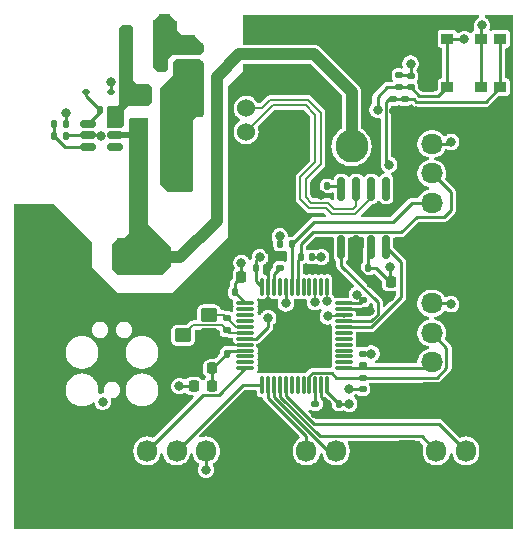
<source format=gbr>
%TF.GenerationSoftware,KiCad,Pcbnew,9.0.5*%
%TF.CreationDate,2025-10-28T15:08:01+09:00*%
%TF.ProjectId,mr2_arm_hw,6d72325f-6172-46d5-9f68-772e6b696361,rev?*%
%TF.SameCoordinates,Original*%
%TF.FileFunction,Copper,L1,Top*%
%TF.FilePolarity,Positive*%
%FSLAX46Y46*%
G04 Gerber Fmt 4.6, Leading zero omitted, Abs format (unit mm)*
G04 Created by KiCad (PCBNEW 9.0.5) date 2025-10-28 15:08:01*
%MOMM*%
%LPD*%
G01*
G04 APERTURE LIST*
G04 Aperture macros list*
%AMRoundRect*
0 Rectangle with rounded corners*
0 $1 Rounding radius*
0 $2 $3 $4 $5 $6 $7 $8 $9 X,Y pos of 4 corners*
0 Add a 4 corners polygon primitive as box body*
4,1,4,$2,$3,$4,$5,$6,$7,$8,$9,$2,$3,0*
0 Add four circle primitives for the rounded corners*
1,1,$1+$1,$2,$3*
1,1,$1+$1,$4,$5*
1,1,$1+$1,$6,$7*
1,1,$1+$1,$8,$9*
0 Add four rect primitives between the rounded corners*
20,1,$1+$1,$2,$3,$4,$5,0*
20,1,$1+$1,$4,$5,$6,$7,0*
20,1,$1+$1,$6,$7,$8,$9,0*
20,1,$1+$1,$8,$9,$2,$3,0*%
G04 Aperture macros list end*
%TA.AperFunction,SMDPad,CuDef*%
%ADD10RoundRect,0.140000X-0.170000X0.140000X-0.170000X-0.140000X0.170000X-0.140000X0.170000X0.140000X0*%
%TD*%
%TA.AperFunction,SMDPad,CuDef*%
%ADD11RoundRect,0.140000X0.140000X0.170000X-0.140000X0.170000X-0.140000X-0.170000X0.140000X-0.170000X0*%
%TD*%
%TA.AperFunction,SMDPad,CuDef*%
%ADD12RoundRect,0.140000X-0.140000X-0.170000X0.140000X-0.170000X0.140000X0.170000X-0.140000X0.170000X0*%
%TD*%
%TA.AperFunction,SMDPad,CuDef*%
%ADD13RoundRect,0.140000X0.170000X-0.140000X0.170000X0.140000X-0.170000X0.140000X-0.170000X-0.140000X0*%
%TD*%
%TA.AperFunction,SMDPad,CuDef*%
%ADD14RoundRect,0.225000X0.225000X0.250000X-0.225000X0.250000X-0.225000X-0.250000X0.225000X-0.250000X0*%
%TD*%
%TA.AperFunction,SMDPad,CuDef*%
%ADD15RoundRect,0.250000X-0.450000X-0.350000X0.450000X-0.350000X0.450000X0.350000X-0.450000X0.350000X0*%
%TD*%
%TA.AperFunction,ComponentPad*%
%ADD16RoundRect,0.250000X0.675000X-0.600000X0.675000X0.600000X-0.675000X0.600000X-0.675000X-0.600000X0*%
%TD*%
%TA.AperFunction,ComponentPad*%
%ADD17O,1.850000X1.700000*%
%TD*%
%TA.AperFunction,SMDPad,CuDef*%
%ADD18RoundRect,0.250000X0.325000X1.100000X-0.325000X1.100000X-0.325000X-1.100000X0.325000X-1.100000X0*%
%TD*%
%TA.AperFunction,SMDPad,CuDef*%
%ADD19RoundRect,0.250000X1.950000X1.000000X-1.950000X1.000000X-1.950000X-1.000000X1.950000X-1.000000X0*%
%TD*%
%TA.AperFunction,SMDPad,CuDef*%
%ADD20R,1.000000X0.900000*%
%TD*%
%TA.AperFunction,SMDPad,CuDef*%
%ADD21RoundRect,0.250000X-0.300000X-1.600000X0.300000X-1.600000X0.300000X1.600000X-0.300000X1.600000X0*%
%TD*%
%TA.AperFunction,SMDPad,CuDef*%
%ADD22RoundRect,0.150000X0.150000X-0.825000X0.150000X0.825000X-0.150000X0.825000X-0.150000X-0.825000X0*%
%TD*%
%TA.AperFunction,SMDPad,CuDef*%
%ADD23RoundRect,0.150000X-0.512500X-0.150000X0.512500X-0.150000X0.512500X0.150000X-0.512500X0.150000X0*%
%TD*%
%TA.AperFunction,SMDPad,CuDef*%
%ADD24RoundRect,0.225000X-0.250000X0.225000X-0.250000X-0.225000X0.250000X-0.225000X0.250000X0.225000X0*%
%TD*%
%TA.AperFunction,SMDPad,CuDef*%
%ADD25RoundRect,0.112500X-0.187500X-0.112500X0.187500X-0.112500X0.187500X0.112500X-0.187500X0.112500X0*%
%TD*%
%TA.AperFunction,ComponentPad*%
%ADD26RoundRect,0.250000X-0.600000X-0.675000X0.600000X-0.675000X0.600000X0.675000X-0.600000X0.675000X0*%
%TD*%
%TA.AperFunction,ComponentPad*%
%ADD27O,1.700000X1.850000*%
%TD*%
%TA.AperFunction,SMDPad,CuDef*%
%ADD28RoundRect,0.250000X-1.000000X-0.650000X1.000000X-0.650000X1.000000X0.650000X-1.000000X0.650000X0*%
%TD*%
%TA.AperFunction,SMDPad,CuDef*%
%ADD29RoundRect,0.225000X-0.225000X-0.250000X0.225000X-0.250000X0.225000X0.250000X-0.225000X0.250000X0*%
%TD*%
%TA.AperFunction,ComponentPad*%
%ADD30C,2.800000*%
%TD*%
%TA.AperFunction,ComponentPad*%
%ADD31C,1.524000*%
%TD*%
%TA.AperFunction,SMDPad,CuDef*%
%ADD32RoundRect,0.075000X-0.662500X-0.075000X0.662500X-0.075000X0.662500X0.075000X-0.662500X0.075000X0*%
%TD*%
%TA.AperFunction,SMDPad,CuDef*%
%ADD33RoundRect,0.075000X-0.075000X-0.662500X0.075000X-0.662500X0.075000X0.662500X-0.075000X0.662500X0*%
%TD*%
%TA.AperFunction,ViaPad*%
%ADD34C,0.800000*%
%TD*%
%TA.AperFunction,Conductor*%
%ADD35C,1.000000*%
%TD*%
%TA.AperFunction,Conductor*%
%ADD36C,0.500000*%
%TD*%
%TA.AperFunction,Conductor*%
%ADD37C,0.250000*%
%TD*%
%TA.AperFunction,Conductor*%
%ADD38C,0.200000*%
%TD*%
G04 APERTURE END LIST*
D10*
%TO.P,R4,1*%
%TO.N,I2C2_SCL*%
X154433450Y-114090779D03*
%TO.P,R4,2*%
%TO.N,+3V3*%
X154433450Y-115050779D03*
%TD*%
D11*
%TO.P,C6,1*%
%TO.N,VDDA*%
X142933450Y-112050779D03*
%TO.P,C6,2*%
%TO.N,GND*%
X141973450Y-112050779D03*
%TD*%
%TO.P,C13,1*%
%TO.N,GND*%
X146413450Y-104800779D03*
%TO.P,C13,2*%
%TO.N,+3V3*%
X145453450Y-104800779D03*
%TD*%
D12*
%TO.P,R2,1*%
%TO.N,Net-(U1-V_{FB})*%
X128340000Y-93600000D03*
%TO.P,R2,2*%
%TO.N,GND*%
X129300000Y-93600000D03*
%TD*%
D13*
%TO.P,C12,1*%
%TO.N,GND*%
X154433450Y-108510779D03*
%TO.P,C12,2*%
%TO.N,+3V3*%
X154433450Y-107550779D03*
%TD*%
%TO.P,C15,1*%
%TO.N,GND*%
X157000000Y-91480000D03*
%TO.P,C15,2*%
%TO.N,BOOT0*%
X157000000Y-90520000D03*
%TD*%
D14*
%TO.P,C5,1*%
%TO.N,VDDA*%
X141683450Y-113300779D03*
%TO.P,C5,2*%
%TO.N,GND*%
X140133450Y-113300779D03*
%TD*%
D15*
%TO.P,Y1,1,1*%
%TO.N,OSC_OUT*%
X139233450Y-110500779D03*
%TO.P,Y1,2,2*%
%TO.N,GND*%
X141433450Y-110500779D03*
%TO.P,Y1,3,3*%
%TO.N,OSC_IN*%
X141433450Y-108800779D03*
%TO.P,Y1,4,4*%
%TO.N,GND*%
X139233450Y-108800779D03*
%TD*%
D16*
%TO.P,J3,1,Pin_1*%
%TO.N,GND*%
X160288450Y-101800779D03*
D17*
%TO.P,J3,2,Pin_2*%
%TO.N,I2C1_SDA*%
X160288450Y-99300779D03*
%TO.P,J3,3,Pin_3*%
%TO.N,I2C1_SCL*%
X160288450Y-96800779D03*
%TO.P,J3,4,Pin_4*%
%TO.N,+3V3*%
X160288450Y-94300779D03*
%TD*%
D18*
%TO.P,C3,1*%
%TO.N,GND*%
X138450000Y-96800000D03*
%TO.P,C3,2*%
%TO.N,VBUS*%
X135500000Y-96800000D03*
%TD*%
D16*
%TO.P,J4,1,Pin_1*%
%TO.N,GND*%
X160288450Y-115300779D03*
D17*
%TO.P,J4,2,Pin_2*%
%TO.N,I2C2_SDA*%
X160288450Y-112800779D03*
%TO.P,J4,3,Pin_3*%
%TO.N,I2C2_SCL*%
X160288450Y-110300779D03*
%TO.P,J4,4,Pin_4*%
%TO.N,+3V3*%
X160288450Y-107800779D03*
%TD*%
D12*
%TO.P,C11,1*%
%TO.N,GND*%
X151473450Y-116300779D03*
%TO.P,C11,2*%
%TO.N,+3V3*%
X152433450Y-116300779D03*
%TD*%
D18*
%TO.P,C2,1*%
%TO.N,GND*%
X138450000Y-93575000D03*
%TO.P,C2,2*%
%TO.N,VBUS*%
X135500000Y-93575000D03*
%TD*%
D12*
%TO.P,C10,1*%
%TO.N,GND*%
X142683450Y-106875779D03*
%TO.P,C10,2*%
%TO.N,+3V3*%
X143643450Y-106875779D03*
%TD*%
D19*
%TO.P,C1,1*%
%TO.N,VBUS*%
X135700000Y-103900000D03*
%TO.P,C1,2*%
%TO.N,GND*%
X127300000Y-103900000D03*
%TD*%
D12*
%TO.P,R3,1*%
%TO.N,I2C1_SCL*%
X149183450Y-103875779D03*
%TO.P,R3,2*%
%TO.N,+3V3*%
X150143450Y-103875779D03*
%TD*%
D20*
%TO.P,SW1,1,A*%
%TO.N,GND*%
X160000000Y-89500000D03*
X160000000Y-85400000D03*
%TO.P,SW1,2,B*%
%TO.N,NRST*%
X161600000Y-89500000D03*
X161600000Y-85400000D03*
%TD*%
%TO.P,SW2,1,A*%
%TO.N,+3V3*%
X164500000Y-89500000D03*
X164500000Y-85400000D03*
%TO.P,SW2,2,B*%
%TO.N,BOOT0*%
X166100000Y-89500000D03*
X166100000Y-85400000D03*
%TD*%
D14*
%TO.P,FB1,1*%
%TO.N,VDDA*%
X141683450Y-114800779D03*
%TO.P,FB1,2*%
%TO.N,+3V3*%
X140133450Y-114800779D03*
%TD*%
D21*
%TO.P,L1,1,1*%
%TO.N,/<NO NET>*%
X134400000Y-86200000D03*
%TO.P,L1,2,2*%
%TO.N,+3V3*%
X137400000Y-86200000D03*
%TD*%
D11*
%TO.P,R9,1*%
%TO.N,Net-(U2-Rs)*%
X151433450Y-97875779D03*
%TO.P,R9,2*%
%TO.N,GND*%
X150473450Y-97875779D03*
%TD*%
D10*
%TO.P,R8,1*%
%TO.N,BOOT0*%
X158000000Y-90500000D03*
%TO.P,R8,2*%
%TO.N,GND*%
X158000000Y-91460000D03*
%TD*%
D22*
%TO.P,U2,1,D*%
%TO.N,FDCAN1_TX*%
X152623450Y-103050779D03*
%TO.P,U2,2,GND*%
%TO.N,GND*%
X153893450Y-103050779D03*
%TO.P,U2,3,VCC*%
%TO.N,+3V3*%
X155163450Y-103050779D03*
%TO.P,U2,4,R*%
%TO.N,FDCAN1_RX*%
X156433450Y-103050779D03*
%TO.P,U2,5,Vref*%
%TO.N,unconnected-(U2-Vref-Pad5)*%
X156433450Y-98100779D03*
%TO.P,U2,6,CANL*%
%TO.N,CAN-*%
X155163450Y-98100779D03*
%TO.P,U2,7,CANH*%
%TO.N,CAN+*%
X153893450Y-98100779D03*
%TO.P,U2,8,Rs*%
%TO.N,Net-(U2-Rs)*%
X152623450Y-98100779D03*
%TD*%
D23*
%TO.P,U1,1,BOOST*%
%TO.N,Net-(D1-K)*%
X131212500Y-92637500D03*
%TO.P,U1,2,GND*%
%TO.N,GND*%
X131212500Y-93587500D03*
%TO.P,U1,3,V_{FB}*%
%TO.N,Net-(U1-V_{FB})*%
X131212500Y-94537500D03*
%TO.P,U1,4,EN*%
%TO.N,unconnected-(U1-EN-Pad4)*%
X133487500Y-94537500D03*
%TO.P,U1,5,V_{IN}*%
%TO.N,VBUS*%
X133487500Y-93587500D03*
%TO.P,U1,6,SW*%
%TO.N,/<NO NET>*%
X133487500Y-92637500D03*
%TD*%
D24*
%TO.P,C7,1*%
%TO.N,+3V3*%
X140500000Y-86200000D03*
%TO.P,C7,2*%
%TO.N,GND*%
X140500000Y-87750000D03*
%TD*%
%TO.P,C8,1*%
%TO.N,+3V3*%
X139000000Y-86200000D03*
%TO.P,C8,2*%
%TO.N,GND*%
X139000000Y-87750000D03*
%TD*%
D13*
%TO.P,R7,1*%
%TO.N,NRST*%
X158500000Y-89500000D03*
%TO.P,R7,2*%
%TO.N,+3V3*%
X158500000Y-88540000D03*
%TD*%
%TO.P,C19,1*%
%TO.N,OSC_IN*%
X142933450Y-109050779D03*
%TO.P,C19,2*%
%TO.N,GND*%
X142933450Y-108090779D03*
%TD*%
D12*
%TO.P,R5,1*%
%TO.N,+3V3*%
X147473450Y-102800779D03*
%TO.P,R5,2*%
%TO.N,I2C1_SDA*%
X148433450Y-102800779D03*
%TD*%
D25*
%TO.P,D1,1,K*%
%TO.N,Net-(D1-K)*%
X131050000Y-89900000D03*
%TO.P,D1,2,A*%
%TO.N,+3V3*%
X133150000Y-89900000D03*
%TD*%
D26*
%TO.P,J6,1,Pin_1*%
%TO.N,GND*%
X158183450Y-120300779D03*
D27*
%TO.P,J6,2,Pin_2*%
%TO.N,SW2_NC*%
X160683450Y-120300779D03*
%TO.P,J6,3,Pin_3*%
%TO.N,SW2_NO*%
X163183450Y-120300779D03*
%TD*%
D12*
%TO.P,C4,1*%
%TO.N,Net-(D1-K)*%
X132240000Y-91400000D03*
%TO.P,C4,S*%
%TO.N,N/C*%
X133200000Y-91400000D03*
%TD*%
D28*
%TO.P,D2,1,K*%
%TO.N,/<NO NET>*%
X135200000Y-90200000D03*
%TO.P,D2,2,A*%
%TO.N,GND*%
X139200000Y-90200000D03*
%TD*%
D29*
%TO.P,C16,1*%
%TO.N,GND*%
X155250000Y-106000000D03*
%TO.P,C16,2*%
%TO.N,+3V3*%
X156800000Y-106000000D03*
%TD*%
D10*
%TO.P,C18,1*%
%TO.N,OSC_OUT*%
X142933450Y-110090779D03*
%TO.P,C18,2*%
%TO.N,GND*%
X142933450Y-111050779D03*
%TD*%
%TO.P,C14,1*%
%TO.N,+3V3*%
X157500000Y-88500000D03*
%TO.P,C14,2*%
%TO.N,NRST*%
X157500000Y-89460000D03*
%TD*%
D30*
%TO.P,U4,1,1*%
%TO.N,VBUS*%
X153500000Y-94500000D03*
%TO.P,U4,2,2*%
%TO.N,GND*%
X148420000Y-94500000D03*
D31*
%TO.P,U4,3,3*%
%TO.N,CAN-*%
X144570000Y-93270000D03*
%TO.P,U4,4,4*%
%TO.N,CAN+*%
X144570000Y-91270000D03*
%TD*%
D29*
%TO.P,C9,1*%
%TO.N,GND*%
X142633450Y-105550779D03*
%TO.P,C9,2*%
%TO.N,+3V3*%
X144183450Y-105550779D03*
%TD*%
D10*
%TO.P,R6,1*%
%TO.N,+3V3*%
X154433450Y-112050779D03*
%TO.P,R6,2*%
%TO.N,I2C2_SDA*%
X154433450Y-113010779D03*
%TD*%
D32*
%TO.P,U3,1,VBAT*%
%TO.N,+3V3*%
X144520950Y-107800779D03*
%TO.P,U3,2,PC13*%
%TO.N,unconnected-(U3-PC13-Pad2)*%
X144520950Y-108300779D03*
%TO.P,U3,3,PC14*%
%TO.N,unconnected-(U3-PC14-Pad3)*%
X144520950Y-108800779D03*
%TO.P,U3,4,PC15*%
%TO.N,unconnected-(U3-PC15-Pad4)*%
X144520950Y-109300779D03*
%TO.P,U3,5,PH0*%
%TO.N,OSC_IN*%
X144520950Y-109800779D03*
%TO.P,U3,6,PH1*%
%TO.N,OSC_OUT*%
X144520950Y-110300779D03*
%TO.P,U3,7,NRST*%
%TO.N,NRST*%
X144520950Y-110800779D03*
%TO.P,U3,8,VSSA*%
%TO.N,GND*%
X144520950Y-111300779D03*
%TO.P,U3,9,VDDA*%
%TO.N,VDDA*%
X144520950Y-111800779D03*
%TO.P,U3,10,PA0*%
%TO.N,unconnected-(U3-PA0-Pad10)*%
X144520950Y-112300779D03*
%TO.P,U3,11,PA1*%
%TO.N,unconnected-(U3-PA1-Pad11)*%
X144520950Y-112800779D03*
%TO.P,U3,12,PA2*%
%TO.N,USART2_TX*%
X144520950Y-113300779D03*
D33*
%TO.P,U3,13,PA3*%
%TO.N,USART2_RX*%
X145933450Y-114713279D03*
%TO.P,U3,14,PA4*%
%TO.N,SW1_NC*%
X146433450Y-114713279D03*
%TO.P,U3,15,PA5*%
%TO.N,SW1_NO*%
X146933450Y-114713279D03*
%TO.P,U3,16,PA6*%
%TO.N,SW2_NC*%
X147433450Y-114713279D03*
%TO.P,U3,17,PA7*%
%TO.N,SW2_NO*%
X147933450Y-114713279D03*
%TO.P,U3,18,PB0*%
%TO.N,unconnected-(U3-PB0-Pad18)*%
X148433450Y-114713279D03*
%TO.P,U3,19,PB1*%
%TO.N,unconnected-(U3-PB1-Pad19)*%
X148933450Y-114713279D03*
%TO.P,U3,20,PB2*%
%TO.N,unconnected-(U3-PB2-Pad20)*%
X149433450Y-114713279D03*
%TO.P,U3,21,PB10*%
%TO.N,I2C2_SCL*%
X149933450Y-114713279D03*
%TO.P,U3,22,VCAP*%
%TO.N,Net-(C20-Pad2)*%
X150433450Y-114713279D03*
%TO.P,U3,23,VSS*%
%TO.N,GND*%
X150933450Y-114713279D03*
%TO.P,U3,24,VDD*%
%TO.N,+3V3*%
X151433450Y-114713279D03*
D32*
%TO.P,U3,25,PB12*%
%TO.N,I2C2_SDA*%
X152845950Y-113300779D03*
%TO.P,U3,26,PB13*%
%TO.N,unconnected-(U3-PB13-Pad26)*%
X152845950Y-112800779D03*
%TO.P,U3,27,PB14*%
%TO.N,unconnected-(U3-PB14-Pad27)*%
X152845950Y-112300779D03*
%TO.P,U3,28,PB15*%
%TO.N,unconnected-(U3-PB15-Pad28)*%
X152845950Y-111800779D03*
%TO.P,U3,29,PA8*%
%TO.N,unconnected-(U3-PA8-Pad29)*%
X152845950Y-111300779D03*
%TO.P,U3,30,PA9*%
%TO.N,unconnected-(U3-PA9-Pad30)*%
X152845950Y-110800779D03*
%TO.P,U3,31,PA10*%
%TO.N,unconnected-(U3-PA10-Pad31)*%
X152845950Y-110300779D03*
%TO.P,U3,32,PA11*%
%TO.N,FDCAN1_RX*%
X152845950Y-109800779D03*
%TO.P,U3,33,PA12*%
%TO.N,FDCAN1_TX*%
X152845950Y-109300779D03*
%TO.P,U3,34,PA13(JTMS*%
%TO.N,SWDIO*%
X152845950Y-108800779D03*
%TO.P,U3,35,VSS*%
%TO.N,GND*%
X152845950Y-108300779D03*
%TO.P,U3,36,VDD*%
%TO.N,+3V3*%
X152845950Y-107800779D03*
D33*
%TO.P,U3,37,PA14(JTCK*%
%TO.N,SWCLK*%
X151433450Y-106388279D03*
%TO.P,U3,38,PA15(JTDI)*%
%TO.N,unconnected-(U3-PA15(JTDI)-Pad38)*%
X150933450Y-106388279D03*
%TO.P,U3,39,PB3(JTDO*%
%TO.N,SWO*%
X150433450Y-106388279D03*
%TO.P,U3,40,PB4(NJTRST)*%
%TO.N,unconnected-(U3-PB4(NJTRST)-Pad40)*%
X149933450Y-106388279D03*
%TO.P,U3,41,PB5*%
%TO.N,unconnected-(U3-PB5-Pad41)*%
X149433450Y-106388279D03*
%TO.P,U3,42,PB6*%
%TO.N,I2C1_SCL*%
X148933450Y-106388279D03*
%TO.P,U3,43,PB7*%
%TO.N,I2C1_SDA*%
X148433450Y-106388279D03*
%TO.P,U3,44,BOOT0*%
%TO.N,BOOT0*%
X147933450Y-106388279D03*
%TO.P,U3,45,PB8*%
%TO.N,unconnected-(U3-PB8-Pad45)*%
X147433450Y-106388279D03*
%TO.P,U3,46,VCAP*%
%TO.N,Net-(C21-Pad2)*%
X146933450Y-106388279D03*
%TO.P,U3,47,VSS*%
%TO.N,GND*%
X146433450Y-106388279D03*
%TO.P,U3,48,VDD*%
%TO.N,+3V3*%
X145933450Y-106388279D03*
%TD*%
D13*
%TO.P,C20,1*%
%TO.N,GND*%
X150433450Y-117260779D03*
%TO.P,C20,2*%
%TO.N,Net-(C20-Pad2)*%
X150433450Y-116300779D03*
%TD*%
D26*
%TO.P,J5,1,Pin_1*%
%TO.N,GND*%
X147183450Y-120300779D03*
D27*
%TO.P,J5,2,Pin_2*%
%TO.N,SW1_NC*%
X149683450Y-120300779D03*
%TO.P,J5,3,Pin_3*%
%TO.N,SW1_NO*%
X152183450Y-120300779D03*
%TD*%
D11*
%TO.P,R1,1*%
%TO.N,+3V3*%
X129300000Y-92600000D03*
%TO.P,R1,2*%
%TO.N,Net-(U1-V_{FB})*%
X128340000Y-92600000D03*
%TD*%
D10*
%TO.P,C21,1*%
%TO.N,GND*%
X147433450Y-103840779D03*
%TO.P,C21,2*%
%TO.N,Net-(C21-Pad2)*%
X147433450Y-104800779D03*
%TD*%
D11*
%TO.P,C17,1*%
%TO.N,+3V3*%
X154893450Y-104800779D03*
%TO.P,C17,2*%
%TO.N,GND*%
X153933450Y-104800779D03*
%TD*%
D26*
%TO.P,J2,1,Pin_1*%
%TO.N,GND*%
X133683450Y-120300779D03*
D27*
%TO.P,J2,2,Pin_2*%
%TO.N,USART2_TX*%
X136183450Y-120300779D03*
%TO.P,J2,3,Pin_3*%
%TO.N,USART2_RX*%
X138683450Y-120300779D03*
%TO.P,J2,4,Pin_4*%
%TO.N,+3V3*%
X141183450Y-120300779D03*
%TD*%
D34*
%TO.N,GND*%
X132561058Y-108811058D03*
X139183450Y-107800779D03*
X142683450Y-104375779D03*
X161933450Y-115375779D03*
X139400000Y-97700000D03*
X146900000Y-93600000D03*
X138933450Y-113300779D03*
X139600000Y-88900000D03*
X139500000Y-94400000D03*
X137600000Y-111000000D03*
X132298000Y-93618931D03*
X139500000Y-96700000D03*
X151900000Y-96000000D03*
X160000000Y-84200000D03*
X155600000Y-116100000D03*
X164400000Y-104500000D03*
X150500000Y-112300000D03*
X150928831Y-98632928D03*
X140500000Y-91400000D03*
X146100000Y-89200000D03*
X127200000Y-105600000D03*
X155200000Y-87800000D03*
X144700000Y-100200000D03*
X125700000Y-102400000D03*
X147183450Y-121875779D03*
X156750000Y-107275000D03*
X140683450Y-111550779D03*
X133683450Y-121875779D03*
X158100000Y-116100000D03*
X147200000Y-95800000D03*
X139500000Y-93200000D03*
X158183450Y-121875779D03*
X144700000Y-96800000D03*
X125500000Y-105600000D03*
X128900000Y-105600000D03*
X161933450Y-101625779D03*
X164300000Y-95100000D03*
X150300000Y-89200000D03*
X146600000Y-94800000D03*
X155200000Y-84700000D03*
X146700000Y-111000000D03*
X152400000Y-124300000D03*
X146300000Y-84700000D03*
X143800000Y-124300000D03*
X151183450Y-117050779D03*
X134800000Y-118200000D03*
X137600000Y-114500000D03*
X159000000Y-91500000D03*
X146521832Y-103310311D03*
X142183450Y-107625779D03*
X128900000Y-108800000D03*
X155500000Y-96200000D03*
X134800000Y-108700000D03*
X150800000Y-84700000D03*
X134800000Y-124300000D03*
X155026366Y-108468695D03*
X139500000Y-91900000D03*
X141183450Y-112300779D03*
X161600000Y-124200000D03*
X128900000Y-118100000D03*
X128800000Y-102400000D03*
X152500000Y-106000000D03*
X140600000Y-88900000D03*
X164500000Y-112100000D03*
X128800000Y-113600000D03*
X139500000Y-95600000D03*
%TO.N,+3V3*%
X141183450Y-121875779D03*
X156758450Y-104750000D03*
X138933450Y-114800779D03*
X158500000Y-87500000D03*
X139800000Y-85500000D03*
X153300000Y-115050779D03*
X161933450Y-107875779D03*
X153300000Y-116300000D03*
X147433450Y-102125779D03*
X133100000Y-89100000D03*
X161933450Y-94125779D03*
X138700000Y-85300000D03*
X164550000Y-84275000D03*
X153953473Y-107070802D03*
X150933450Y-103875779D03*
X138300000Y-84400000D03*
X145758450Y-103875779D03*
X155183450Y-112050779D03*
X129300000Y-91700000D03*
X132433450Y-116125779D03*
X144183450Y-104375779D03*
X137400000Y-83800000D03*
%TO.N,NRST*%
X155700000Y-91400000D03*
X146433450Y-109050779D03*
X163050000Y-85450000D03*
%TO.N,BOOT0*%
X147933450Y-107800779D03*
X156683450Y-96050779D03*
%TO.N,SWCLK*%
X151400000Y-107600000D03*
%TO.N,SWDIO*%
X151500000Y-108900000D03*
%TO.N,SWO*%
X150402317Y-107702317D03*
%TD*%
D35*
%TO.N,VBUS*%
X153500000Y-89900000D02*
X150300000Y-86700000D01*
X139000000Y-103900000D02*
X135700000Y-103900000D01*
X150300000Y-86700000D02*
X144000000Y-86700000D01*
X144000000Y-86700000D02*
X142100000Y-88600000D01*
D36*
X133487500Y-93587500D02*
X135487500Y-93587500D01*
D35*
X153500000Y-94500000D02*
X153500000Y-89900000D01*
D36*
X135487500Y-93587500D02*
X135500000Y-93575000D01*
D35*
X142100000Y-100800000D02*
X139000000Y-103900000D01*
X142100000Y-88600000D02*
X142100000Y-100800000D01*
D37*
%TO.N,GND*%
X156407671Y-107275000D02*
X156750000Y-107275000D01*
X142683450Y-106875779D02*
X142683450Y-105600779D01*
X161758450Y-101800779D02*
X161933450Y-101625779D01*
D36*
X139233450Y-107850779D02*
X139183450Y-107800779D01*
D37*
X150473450Y-97875779D02*
X150473450Y-98177547D01*
D38*
X142723450Y-111300779D02*
X144520950Y-111300779D01*
D37*
X150933450Y-115760779D02*
X150933450Y-114713279D01*
X154223450Y-108300779D02*
X154433450Y-108510779D01*
X146413450Y-104800779D02*
X146413450Y-106368279D01*
X150973450Y-117260779D02*
X151183450Y-117050779D01*
X160000000Y-84200000D02*
X160000000Y-85400000D01*
X142633450Y-104425779D02*
X142683450Y-104375779D01*
X158183450Y-120300779D02*
X158183450Y-121875779D01*
X150433450Y-117260779D02*
X150973450Y-117260779D01*
X151183450Y-116590779D02*
X151473450Y-116300779D01*
X142683450Y-105600779D02*
X142633450Y-105550779D01*
X151183450Y-117050779D02*
X151183450Y-116590779D01*
X154840534Y-108468695D02*
X154798450Y-108510779D01*
D38*
X158980000Y-91480000D02*
X159000000Y-91500000D01*
D37*
X154798450Y-108510779D02*
X154433450Y-108510779D01*
X129312500Y-93587500D02*
X129300000Y-93600000D01*
D38*
X141973450Y-112050779D02*
X142723450Y-111300779D01*
D37*
X146521832Y-104692397D02*
X146521832Y-103310311D01*
X146413450Y-106368279D02*
X146433450Y-106388279D01*
X150473450Y-98177547D02*
X150928831Y-98632928D01*
X142648450Y-108090779D02*
X142183450Y-107625779D01*
X153933450Y-103090779D02*
X153893450Y-103050779D01*
D36*
X141433450Y-110800779D02*
X141433450Y-110500779D01*
D37*
X161858450Y-115300779D02*
X161933450Y-115375779D01*
X147183450Y-120300779D02*
X147183450Y-121875779D01*
X147052300Y-103840779D02*
X146521832Y-103310311D01*
X151473450Y-116300779D02*
X150933450Y-115760779D01*
D36*
X139233450Y-108800779D02*
X139233450Y-107850779D01*
D37*
X160288450Y-101800779D02*
X161758450Y-101800779D01*
X146413450Y-104800779D02*
X146521832Y-104692397D01*
D38*
X157000000Y-91480000D02*
X158980000Y-91480000D01*
D37*
X153933450Y-104800779D02*
X156407671Y-107275000D01*
X132266569Y-93587500D02*
X132298000Y-93618931D01*
X152845950Y-108300779D02*
X154223450Y-108300779D01*
D38*
X141433450Y-112050779D02*
X141183450Y-112300779D01*
D37*
X153933450Y-104800779D02*
X153933450Y-103090779D01*
X147433450Y-103840779D02*
X147052300Y-103840779D01*
X160000000Y-85400000D02*
X160000000Y-89500000D01*
X142633450Y-105550779D02*
X142633450Y-104425779D01*
X140133450Y-113300779D02*
X138933450Y-113300779D01*
X142933450Y-108090779D02*
X142648450Y-108090779D01*
D36*
X140683450Y-111550779D02*
X141433450Y-110800779D01*
D37*
X131212500Y-93587500D02*
X132266569Y-93587500D01*
X160288450Y-115300779D02*
X161858450Y-115300779D01*
X131212500Y-93587500D02*
X129312500Y-93587500D01*
D38*
X141973450Y-112050779D02*
X141433450Y-112050779D01*
D37*
X133683450Y-120300779D02*
X133683450Y-121875779D01*
X155026366Y-108468695D02*
X154840534Y-108468695D01*
%TO.N,+3V3*%
X141183450Y-120300779D02*
X141183450Y-121875779D01*
X161758450Y-94300779D02*
X161933450Y-94125779D01*
X144520950Y-107800779D02*
X144520950Y-107753279D01*
X129300000Y-92600000D02*
X129300000Y-91700000D01*
X164500000Y-84325000D02*
X164550000Y-84275000D01*
X154433450Y-115050779D02*
X153300000Y-115050779D01*
X158500000Y-88540000D02*
X158500000Y-87500000D01*
X145758450Y-103875779D02*
X145723450Y-103875779D01*
X152845950Y-107800779D02*
X154183450Y-107800779D01*
X154183450Y-107800779D02*
X154433450Y-107550779D01*
X145723450Y-103875779D02*
X145453450Y-104145779D01*
X154893450Y-104800779D02*
X154893450Y-103320779D01*
X133150000Y-89150000D02*
X133100000Y-89100000D01*
X150143450Y-103875779D02*
X150933450Y-103875779D01*
X147473450Y-102800779D02*
X147473450Y-102165779D01*
X147473450Y-102165779D02*
X147433450Y-102125779D01*
X152433450Y-116300779D02*
X153299221Y-116300779D01*
X151433450Y-114713279D02*
X151433450Y-115300779D01*
X145453450Y-104145779D02*
X145453450Y-104800779D01*
X164500000Y-89500000D02*
X164500000Y-85400000D01*
X144520950Y-107753279D02*
X143643450Y-106875779D01*
X158460000Y-88500000D02*
X158500000Y-88540000D01*
X133150000Y-89900000D02*
X133150000Y-89150000D01*
X154433450Y-112050779D02*
X155183450Y-112050779D01*
X153299221Y-116300779D02*
X153300000Y-116300000D01*
X140133450Y-114800779D02*
X138933450Y-114800779D01*
X143643450Y-106875779D02*
X143643450Y-106090779D01*
X145453450Y-105908279D02*
X145933450Y-106388279D01*
X145453450Y-104800779D02*
X145453450Y-105908279D01*
X154893450Y-103320779D02*
X155163450Y-103050779D01*
X156750000Y-106000000D02*
X156750000Y-104758450D01*
X160288450Y-94300779D02*
X161758450Y-94300779D01*
X156750000Y-104758450D02*
X156758450Y-104750000D01*
X143643450Y-106090779D02*
X144183450Y-105550779D01*
X151433450Y-115300779D02*
X152433450Y-116300779D01*
X155550779Y-104800779D02*
X154893450Y-104800779D01*
X154433450Y-107550779D02*
X153953473Y-107070802D01*
X164500000Y-85400000D02*
X164500000Y-84325000D01*
X144183450Y-105550779D02*
X144183450Y-104375779D01*
X160288450Y-107800779D02*
X161858450Y-107800779D01*
X156750000Y-106000000D02*
X155550779Y-104800779D01*
X161858450Y-107800779D02*
X161933450Y-107875779D01*
X157500000Y-88500000D02*
X158460000Y-88500000D01*
%TO.N,Net-(D1-K)*%
X132240000Y-91610000D02*
X131212500Y-92637500D01*
X131050000Y-90210000D02*
X132240000Y-91400000D01*
X131050000Y-89900000D02*
X131050000Y-90210000D01*
X132240000Y-91400000D02*
X132240000Y-91610000D01*
%TO.N,Net-(C20-Pad2)*%
X150433450Y-114713279D02*
X150433450Y-116300779D01*
%TO.N,VDDA*%
X141683450Y-113300779D02*
X142933450Y-112050779D01*
X142933450Y-112050779D02*
X143183450Y-111800779D01*
X141683450Y-114800779D02*
X141683450Y-113300779D01*
X143183450Y-111800779D02*
X144520950Y-111800779D01*
%TO.N,NRST*%
X146433450Y-109050779D02*
X146433450Y-109800779D01*
X160850000Y-90250000D02*
X161600000Y-89500000D01*
X161600000Y-85400000D02*
X161600000Y-89500000D01*
X162000000Y-85400000D02*
X161600000Y-85400000D01*
X159250000Y-90250000D02*
X160850000Y-90250000D01*
X163050000Y-85450000D02*
X162050000Y-85450000D01*
X145433450Y-110800779D02*
X144520950Y-110800779D01*
X156500000Y-89500000D02*
X155700000Y-90300000D01*
X158500000Y-89500000D02*
X159250000Y-90250000D01*
X161600000Y-85400000D02*
X161600000Y-85150000D01*
X158500000Y-89500000D02*
X156500000Y-89500000D01*
X155700000Y-90300000D02*
X155700000Y-91400000D01*
X146433450Y-109800779D02*
X145433450Y-110800779D01*
X162050000Y-85450000D02*
X162000000Y-85400000D01*
%TO.N,BOOT0*%
X158000000Y-90500000D02*
X158750000Y-90500000D01*
X158000000Y-90500000D02*
X158091000Y-90591000D01*
X156400000Y-95767329D02*
X156400000Y-90780771D01*
X147933450Y-106388279D02*
X147933450Y-107800779D01*
X157000000Y-90520000D02*
X157980000Y-90520000D01*
X158750000Y-90500000D02*
X159000000Y-90750000D01*
X157980000Y-90520000D02*
X158000000Y-90500000D01*
X164850000Y-90750000D02*
X166100000Y-89500000D01*
X159000000Y-90750000D02*
X164850000Y-90750000D01*
X156683450Y-96050779D02*
X156400000Y-95767329D01*
X156660771Y-90520000D02*
X157000000Y-90520000D01*
X156400000Y-90780771D02*
X156660771Y-90520000D01*
X166100000Y-89500000D02*
X166100000Y-85400000D01*
D38*
%TO.N,OSC_OUT*%
X140083450Y-109650779D02*
X142493450Y-109650779D01*
X139233450Y-110500779D02*
X140083450Y-109650779D01*
X142493450Y-109650779D02*
X142933450Y-110090779D01*
X142933450Y-110090779D02*
X143143450Y-110300779D01*
X143143450Y-110300779D02*
X144520950Y-110300779D01*
%TO.N,OSC_IN*%
X141433450Y-108800779D02*
X142683450Y-108800779D01*
X142683450Y-108800779D02*
X142933450Y-109050779D01*
X142933450Y-109050779D02*
X143683450Y-109800779D01*
X143683450Y-109800779D02*
X144520950Y-109800779D01*
D37*
%TO.N,USART2_TX*%
X140933450Y-115550779D02*
X136183450Y-120300779D01*
X142270950Y-115550779D02*
X140933450Y-115550779D01*
X144520950Y-113300779D02*
X142270950Y-115550779D01*
%TO.N,USART2_RX*%
X144270950Y-114713279D02*
X145933450Y-114713279D01*
X138683450Y-120300779D02*
X144270950Y-114713279D01*
%TO.N,I2C1_SCL*%
X157681467Y-101800779D02*
X159005467Y-100476779D01*
X159005467Y-100476779D02*
X161323221Y-100476779D01*
X149183450Y-103875779D02*
X149183450Y-102818065D01*
X148933450Y-106388279D02*
X148933450Y-104125779D01*
X148933450Y-104125779D02*
X149183450Y-103875779D01*
X150200736Y-101800779D02*
X157681467Y-101800779D01*
X161900000Y-98412329D02*
X160288450Y-96800779D01*
X149183450Y-102818065D02*
X150200736Y-101800779D01*
X161323221Y-100476779D02*
X161900000Y-99900000D01*
X161900000Y-99900000D02*
X161900000Y-98412329D01*
%TO.N,I2C1_SDA*%
X156977221Y-100922779D02*
X150311450Y-100922779D01*
X148433450Y-106388279D02*
X148433450Y-102800779D01*
X160288450Y-99300779D02*
X158599221Y-99300779D01*
X158599221Y-99300779D02*
X156977221Y-100922779D01*
X150311450Y-100922779D02*
X148433450Y-102800779D01*
D38*
%TO.N,SWCLK*%
X151400000Y-107600000D02*
X151400000Y-106421729D01*
X151400000Y-106421729D02*
X151433450Y-106388279D01*
D37*
%TO.N,SWDIO*%
X152779796Y-108866933D02*
X152845950Y-108800779D01*
D38*
X151500000Y-108900000D02*
X152746729Y-108900000D01*
X152746729Y-108900000D02*
X152845950Y-108800779D01*
%TO.N,SWO*%
X150402317Y-106419412D02*
X150433450Y-106388279D01*
X150402317Y-107702317D02*
X150402317Y-106419412D01*
D37*
%TO.N,I2C2_SCL*%
X151832450Y-113699779D02*
X150209451Y-113699779D01*
X161539450Y-111551779D02*
X160288450Y-110300779D01*
X149933450Y-113975780D02*
X149933450Y-114713279D01*
X154433450Y-114090779D02*
X160736565Y-114090779D01*
X150209451Y-113699779D02*
X149933450Y-113975780D01*
X154433450Y-114090779D02*
X152223450Y-114090779D01*
X160736565Y-114090779D02*
X161539450Y-113287894D01*
X161539450Y-113287894D02*
X161539450Y-111551779D01*
X152223450Y-114090779D02*
X151832450Y-113699779D01*
%TO.N,I2C2_SDA*%
X152845950Y-113300779D02*
X159788450Y-113300779D01*
X159788450Y-113300779D02*
X160288450Y-112800779D01*
%TO.N,SW1_NC*%
X146433450Y-115800779D02*
X146433450Y-114713279D01*
X149683450Y-120300779D02*
X149683450Y-119050779D01*
X149683450Y-119050779D02*
X146433450Y-115800779D01*
%TO.N,SW1_NO*%
X152183450Y-120300779D02*
X151503756Y-120300779D01*
X151503756Y-120300779D02*
X146933450Y-115730473D01*
X146933450Y-115730473D02*
X146933450Y-114713279D01*
%TO.N,SW2_NO*%
X147933450Y-114713279D02*
X147933450Y-115661329D01*
X147933450Y-115661329D02*
X150322900Y-118050779D01*
X160933450Y-118050779D02*
X163183450Y-120300779D01*
X150322900Y-118050779D02*
X160933450Y-118050779D01*
%TO.N,SW2_NC*%
X159433450Y-119050779D02*
X150788328Y-119050779D01*
X147433450Y-115695901D02*
X147433450Y-114713279D01*
X160683450Y-120300779D02*
X159433450Y-119050779D01*
X150788328Y-119050779D02*
X147433450Y-115695901D01*
%TO.N,Net-(C21-Pad2)*%
X147433450Y-104800779D02*
X146933450Y-105300779D01*
X146933450Y-105300779D02*
X146933450Y-106388279D01*
%TO.N,Net-(U1-V_{FB})*%
X128340000Y-93600000D02*
X129277500Y-94537500D01*
X128340000Y-93600000D02*
X128340000Y-92600000D01*
X129277500Y-94537500D02*
X131212500Y-94537500D01*
%TO.N,Net-(U2-Rs)*%
X152398450Y-97875779D02*
X152623450Y-98100779D01*
X151433450Y-97875779D02*
X152398450Y-97875779D01*
%TO.N,FDCAN1_RX*%
X156433450Y-103050779D02*
X157700000Y-104317329D01*
X157700000Y-104317329D02*
X157700000Y-107284229D01*
X157700000Y-107284229D02*
X155183450Y-109800779D01*
X155183450Y-109800779D02*
X152845950Y-109800779D01*
%TO.N,FDCAN1_TX*%
X152623450Y-103050779D02*
X152623450Y-104601329D01*
X155304962Y-109144695D02*
X155148878Y-109300779D01*
X152623450Y-104601329D02*
X155702366Y-107680245D01*
X155148878Y-109300779D02*
X152845950Y-109300779D01*
X155702366Y-107680245D02*
X155702366Y-108748704D01*
X155306375Y-109144695D02*
X155304962Y-109144695D01*
X155702366Y-108748704D02*
X155306375Y-109144695D01*
D38*
%TO.N,CAN+*%
X153590252Y-99825779D02*
X152026648Y-99825779D01*
X146628603Y-90575000D02*
X145933603Y-91270000D01*
X149625000Y-98806802D02*
X149625000Y-97293198D01*
X153893450Y-98100779D02*
X153893450Y-99522581D01*
X150102126Y-99283928D02*
X149625000Y-98806802D01*
X151484797Y-99283928D02*
X150102126Y-99283928D01*
X145933603Y-91270000D02*
X144570000Y-91270000D01*
X149625000Y-97293198D02*
X150875000Y-96043198D01*
X150875000Y-91656802D02*
X149793198Y-90575000D01*
X153893450Y-99522581D02*
X153590252Y-99825779D01*
X149793198Y-90575000D02*
X146628603Y-90575000D01*
X150875000Y-96043198D02*
X150875000Y-91656802D01*
X145020000Y-91720000D02*
X144570000Y-91270000D01*
X152026648Y-99825779D02*
X151484797Y-99283928D01*
%TO.N,CAN-*%
X151840252Y-100275779D02*
X151298381Y-99733908D01*
X149175000Y-98993198D02*
X149175000Y-97106802D01*
X149606802Y-91025000D02*
X146815000Y-91025000D01*
X155163450Y-98100779D02*
X155163450Y-98888977D01*
X149175000Y-97106802D02*
X150425000Y-95856802D01*
X155163450Y-98888977D02*
X153776648Y-100275779D01*
X146815000Y-91025000D02*
X144570000Y-93270000D01*
X153776648Y-100275779D02*
X151840252Y-100275779D01*
X150425000Y-91843198D02*
X149606802Y-91025000D01*
X149915710Y-99733908D02*
X149175000Y-98993198D01*
X151298381Y-99733908D02*
X149915710Y-99733908D01*
X150425000Y-95856802D02*
X150425000Y-91843198D01*
%TD*%
%TA.AperFunction,Conductor*%
%TO.N,GND*%
G36*
X149375004Y-92897928D02*
G01*
X149900000Y-93425000D01*
X149900000Y-95000000D01*
X148400000Y-96200000D01*
X146673804Y-96198804D01*
X146098683Y-95623008D01*
X146099602Y-93713351D01*
X146928345Y-92888270D01*
X149375004Y-92897928D01*
G37*
%TD.AperFunction*%
%TD*%
%TA.AperFunction,Conductor*%
%TO.N,+3V3*%
G36*
X138100237Y-83338100D02*
G01*
X138134804Y-83355713D01*
X138149600Y-83368350D01*
X138663681Y-83882431D01*
X138686485Y-83913817D01*
X138698473Y-83950714D01*
X138700000Y-83970112D01*
X138700000Y-84675000D01*
X139125000Y-85100000D01*
X140142388Y-85100000D01*
X140180706Y-85106069D01*
X140215273Y-85123682D01*
X140230069Y-85136319D01*
X140963681Y-85869931D01*
X140986485Y-85901317D01*
X140998473Y-85938214D01*
X141000000Y-85957612D01*
X141000000Y-86473638D01*
X140993931Y-86511956D01*
X140976318Y-86546523D01*
X140963681Y-86561319D01*
X140761319Y-86763681D01*
X140729933Y-86786485D01*
X140693036Y-86798473D01*
X140673638Y-86800000D01*
X138289061Y-86800000D01*
X138000000Y-87089061D01*
X138000000Y-87904888D01*
X137998473Y-87914529D01*
X137998473Y-87924286D01*
X137995457Y-87933566D01*
X137993931Y-87943206D01*
X137989501Y-87951900D01*
X137986485Y-87961183D01*
X137980747Y-87969079D01*
X137976318Y-87977773D01*
X137963681Y-87992569D01*
X137792569Y-88163681D01*
X137761183Y-88186485D01*
X137724286Y-88198473D01*
X137704888Y-88200000D01*
X137076362Y-88200000D01*
X137038044Y-88193931D01*
X137003477Y-88176318D01*
X136988681Y-88163681D01*
X136736319Y-87911319D01*
X136713515Y-87879933D01*
X136701527Y-87843036D01*
X136700000Y-87823638D01*
X136700000Y-83896674D01*
X136706069Y-83858356D01*
X136723682Y-83823789D01*
X136736319Y-83808993D01*
X137176962Y-83368350D01*
X137208348Y-83345546D01*
X137245245Y-83333558D01*
X137264643Y-83332031D01*
X138061919Y-83332031D01*
X138100237Y-83338100D01*
G37*
%TD.AperFunction*%
%TD*%
%TA.AperFunction,Conductor*%
%TO.N,GND*%
G36*
X129600000Y-102831250D02*
G01*
X129600000Y-105525000D01*
X129025000Y-106100000D01*
X125350000Y-106100000D01*
X124900000Y-105650000D01*
X124900000Y-102900000D01*
X125400000Y-102400000D01*
X129168750Y-102400000D01*
X129600000Y-102831250D01*
G37*
%TD.AperFunction*%
%TD*%
%TA.AperFunction,Conductor*%
%TO.N,GND*%
G36*
X164246872Y-83406069D02*
G01*
X164281439Y-83423682D01*
X164308872Y-83451115D01*
X164326485Y-83485682D01*
X164332554Y-83524000D01*
X164326485Y-83562318D01*
X164308872Y-83596885D01*
X164281439Y-83624318D01*
X164256014Y-83638557D01*
X164239512Y-83645393D01*
X164239509Y-83645394D01*
X164239508Y-83645395D01*
X164239495Y-83645402D01*
X164159992Y-83691302D01*
X164159990Y-83691303D01*
X164087138Y-83747204D01*
X164087131Y-83747210D01*
X164022210Y-83812131D01*
X164022204Y-83812138D01*
X163966303Y-83884990D01*
X163966302Y-83884992D01*
X163920402Y-83964495D01*
X163920395Y-83964508D01*
X163920393Y-83964512D01*
X163885253Y-84049347D01*
X163885250Y-84049355D01*
X163861487Y-84138043D01*
X163861485Y-84138054D01*
X163849500Y-84229079D01*
X163849500Y-84320920D01*
X163856605Y-84374879D01*
X163861486Y-84411954D01*
X163885252Y-84500651D01*
X163885253Y-84500655D01*
X163885254Y-84500656D01*
X163899811Y-84535800D01*
X163908867Y-84573524D01*
X163905822Y-84612200D01*
X163890975Y-84648042D01*
X163865779Y-84677543D01*
X163842663Y-84693158D01*
X163833790Y-84697793D01*
X163833785Y-84697796D01*
X163786418Y-84736418D01*
X163747797Y-84783783D01*
X163719498Y-84837958D01*
X163719497Y-84837960D01*
X163712614Y-84862018D01*
X163696238Y-84897188D01*
X163669795Y-84925576D01*
X163635874Y-84944403D01*
X163597795Y-84951827D01*
X163559286Y-84947120D01*
X163524116Y-84930744D01*
X163516142Y-84924601D01*
X163516084Y-84924677D01*
X163440009Y-84866303D01*
X163440007Y-84866302D01*
X163360504Y-84820402D01*
X163360491Y-84820395D01*
X163360492Y-84820395D01*
X163360488Y-84820393D01*
X163275651Y-84785252D01*
X163270172Y-84783784D01*
X163256899Y-84780227D01*
X163186954Y-84761486D01*
X163170396Y-84759306D01*
X163095920Y-84749500D01*
X163095913Y-84749500D01*
X163004087Y-84749500D01*
X163004079Y-84749500D01*
X162917433Y-84760908D01*
X162913046Y-84761486D01*
X162886906Y-84768490D01*
X162824355Y-84785250D01*
X162824351Y-84785251D01*
X162824349Y-84785252D01*
X162739512Y-84820393D01*
X162739509Y-84820394D01*
X162739508Y-84820395D01*
X162739495Y-84820402D01*
X162659992Y-84866302D01*
X162659990Y-84866303D01*
X162583916Y-84924677D01*
X162583535Y-84924180D01*
X162555518Y-84941848D01*
X162517913Y-84951388D01*
X162479201Y-84948840D01*
X162443171Y-84934454D01*
X162413350Y-84909639D01*
X162392657Y-84876823D01*
X162387384Y-84862014D01*
X162380501Y-84837960D01*
X162380501Y-84837958D01*
X162380500Y-84837957D01*
X162380500Y-84837955D01*
X162352203Y-84783784D01*
X162313582Y-84736418D01*
X162266216Y-84697797D01*
X162212045Y-84669500D01*
X162212044Y-84669499D01*
X162212041Y-84669498D01*
X162153290Y-84652688D01*
X162153282Y-84652687D01*
X162132938Y-84650878D01*
X162117433Y-84649500D01*
X162117429Y-84649500D01*
X161082578Y-84649500D01*
X161082563Y-84649501D01*
X161046711Y-84652688D01*
X160987957Y-84669499D01*
X160933783Y-84697797D01*
X160886418Y-84736418D01*
X160847797Y-84783783D01*
X160819498Y-84837958D01*
X160802688Y-84896709D01*
X160802687Y-84896717D01*
X160799500Y-84932568D01*
X160799500Y-85867421D01*
X160799501Y-85867436D01*
X160802688Y-85903288D01*
X160818231Y-85957612D01*
X160819500Y-85962045D01*
X160847797Y-86016216D01*
X160886418Y-86063582D01*
X160933784Y-86102203D01*
X160987955Y-86130500D01*
X161046712Y-86147312D01*
X161061480Y-86148625D01*
X161099111Y-86158063D01*
X161131982Y-86178668D01*
X161156878Y-86208422D01*
X161171361Y-86244413D01*
X161174500Y-86272138D01*
X161174500Y-88627862D01*
X161168431Y-88666180D01*
X161150818Y-88700747D01*
X161123385Y-88728180D01*
X161088818Y-88745793D01*
X161061481Y-88751375D01*
X161046710Y-88752688D01*
X160987957Y-88769499D01*
X160933783Y-88797797D01*
X160886418Y-88836418D01*
X160847797Y-88883783D01*
X160819498Y-88937958D01*
X160802688Y-88996709D01*
X160802687Y-88996717D01*
X160799500Y-89032567D01*
X160799500Y-89647388D01*
X160797973Y-89657024D01*
X160797974Y-89666785D01*
X160794957Y-89676068D01*
X160793431Y-89685706D01*
X160789000Y-89694400D01*
X160785985Y-89703682D01*
X160780248Y-89711577D01*
X160775818Y-89720273D01*
X160763182Y-89735068D01*
X160710071Y-89788180D01*
X160678685Y-89810984D01*
X160641788Y-89822973D01*
X160622389Y-89824500D01*
X159477609Y-89824500D01*
X159439291Y-89818431D01*
X159404724Y-89800818D01*
X159389928Y-89788181D01*
X159146819Y-89545071D01*
X159124015Y-89513685D01*
X159112027Y-89476788D01*
X159110500Y-89457390D01*
X159110500Y-89335688D01*
X159110500Y-89335676D01*
X159108616Y-89305327D01*
X159093635Y-89233879D01*
X159067098Y-89165871D01*
X159029729Y-89103158D01*
X159029728Y-89103156D01*
X159027178Y-89100146D01*
X159007042Y-89066984D01*
X158998140Y-89029224D01*
X159001341Y-88990561D01*
X159016334Y-88954779D01*
X159027178Y-88939854D01*
X159029728Y-88936843D01*
X159029727Y-88936843D01*
X159029729Y-88936842D01*
X159067098Y-88874129D01*
X159093635Y-88806121D01*
X159108616Y-88734673D01*
X159110500Y-88704324D01*
X159110500Y-88375676D01*
X159108616Y-88345327D01*
X159093635Y-88273879D01*
X159067098Y-88205871D01*
X159029729Y-88143158D01*
X159019939Y-88131600D01*
X158999806Y-88098441D01*
X158990904Y-88060680D01*
X158994107Y-88022017D01*
X159009100Y-87986235D01*
X159025158Y-87965952D01*
X159025117Y-87965916D01*
X159025846Y-87965083D01*
X159026887Y-87963769D01*
X159027794Y-87962863D01*
X159083694Y-87890012D01*
X159129607Y-87810488D01*
X159164748Y-87725651D01*
X159188514Y-87636954D01*
X159200500Y-87545913D01*
X159200500Y-87454087D01*
X159188514Y-87363046D01*
X159164748Y-87274349D01*
X159129607Y-87189512D01*
X159119895Y-87172691D01*
X159083697Y-87109992D01*
X159083696Y-87109990D01*
X159027795Y-87037138D01*
X159027789Y-87037131D01*
X158962868Y-86972210D01*
X158962861Y-86972204D01*
X158890009Y-86916303D01*
X158890007Y-86916302D01*
X158810504Y-86870402D01*
X158810491Y-86870395D01*
X158810492Y-86870395D01*
X158810488Y-86870393D01*
X158725651Y-86835252D01*
X158636954Y-86811486D01*
X158621734Y-86809482D01*
X158545920Y-86799500D01*
X158545913Y-86799500D01*
X158454087Y-86799500D01*
X158454079Y-86799500D01*
X158367433Y-86810908D01*
X158363046Y-86811486D01*
X158333480Y-86819408D01*
X158274355Y-86835250D01*
X158274351Y-86835251D01*
X158274349Y-86835252D01*
X158189512Y-86870393D01*
X158189509Y-86870394D01*
X158189508Y-86870395D01*
X158189495Y-86870402D01*
X158109992Y-86916302D01*
X158109990Y-86916303D01*
X158037138Y-86972204D01*
X158037131Y-86972210D01*
X157972210Y-87037131D01*
X157972204Y-87037138D01*
X157916303Y-87109990D01*
X157916302Y-87109992D01*
X157870402Y-87189495D01*
X157870395Y-87189508D01*
X157870393Y-87189512D01*
X157835253Y-87274347D01*
X157835250Y-87274355D01*
X157811487Y-87363043D01*
X157811485Y-87363054D01*
X157799500Y-87454079D01*
X157799500Y-87545920D01*
X157809482Y-87621734D01*
X157811486Y-87636954D01*
X157835252Y-87725651D01*
X157845368Y-87750072D01*
X157854425Y-87787795D01*
X157851381Y-87826472D01*
X157836535Y-87862314D01*
X157811339Y-87891815D01*
X157778260Y-87912086D01*
X157740537Y-87921143D01*
X157723128Y-87921287D01*
X157694341Y-87919500D01*
X157694324Y-87919500D01*
X157305676Y-87919500D01*
X157305665Y-87919500D01*
X157275328Y-87921383D01*
X157215985Y-87933826D01*
X157203879Y-87936365D01*
X157203878Y-87936365D01*
X157203875Y-87936366D01*
X157203871Y-87936367D01*
X157135868Y-87962902D01*
X157135868Y-87962903D01*
X157073160Y-88000269D01*
X157073152Y-88000274D01*
X157017452Y-88047450D01*
X157017450Y-88047452D01*
X156970274Y-88103152D01*
X156970269Y-88103160D01*
X156932903Y-88165868D01*
X156932902Y-88165868D01*
X156906367Y-88233871D01*
X156906366Y-88233875D01*
X156891383Y-88305328D01*
X156889500Y-88335665D01*
X156889500Y-88664334D01*
X156891383Y-88694671D01*
X156894595Y-88709988D01*
X156903548Y-88752688D01*
X156906366Y-88766124D01*
X156906367Y-88766128D01*
X156932901Y-88834127D01*
X156932902Y-88834129D01*
X156962490Y-88883784D01*
X156964422Y-88887026D01*
X156978823Y-88923050D01*
X156981387Y-88961761D01*
X156971863Y-88999370D01*
X156951183Y-89032195D01*
X156921373Y-89057023D01*
X156885349Y-89071424D01*
X156857899Y-89074500D01*
X156466509Y-89074500D01*
X156443782Y-89078100D01*
X156428629Y-89080500D01*
X156400361Y-89084977D01*
X156400354Y-89084978D01*
X156336669Y-89105670D01*
X156276987Y-89136081D01*
X156222805Y-89175446D01*
X155375446Y-90022805D01*
X155336081Y-90076987D01*
X155305672Y-90136665D01*
X155303373Y-90143743D01*
X155293072Y-90175447D01*
X155289024Y-90187904D01*
X155284977Y-90200361D01*
X155274500Y-90266507D01*
X155274500Y-90783480D01*
X155268431Y-90821798D01*
X155250818Y-90856365D01*
X155238181Y-90871161D01*
X155172210Y-90937131D01*
X155172204Y-90937138D01*
X155116303Y-91009990D01*
X155116302Y-91009992D01*
X155070402Y-91089495D01*
X155070395Y-91089508D01*
X155070393Y-91089512D01*
X155039115Y-91165023D01*
X155035253Y-91174347D01*
X155035250Y-91174355D01*
X155011487Y-91263043D01*
X155011485Y-91263054D01*
X154999500Y-91354079D01*
X154999500Y-91445920D01*
X155007024Y-91503063D01*
X155011486Y-91536954D01*
X155035252Y-91625651D01*
X155070393Y-91710488D01*
X155070395Y-91710491D01*
X155070402Y-91710504D01*
X155116302Y-91790007D01*
X155116303Y-91790009D01*
X155172204Y-91862861D01*
X155172210Y-91862868D01*
X155237131Y-91927789D01*
X155237138Y-91927795D01*
X155309990Y-91983696D01*
X155309992Y-91983697D01*
X155372691Y-92019895D01*
X155389512Y-92029607D01*
X155474349Y-92064748D01*
X155563046Y-92088514D01*
X155654087Y-92100500D01*
X155654094Y-92100500D01*
X155745906Y-92100500D01*
X155745913Y-92100500D01*
X155834317Y-92088861D01*
X155873096Y-92089876D01*
X155909667Y-92102826D01*
X155940446Y-92126443D01*
X155962420Y-92158416D01*
X155973439Y-92195614D01*
X155974500Y-92211800D01*
X155974500Y-95800817D01*
X155978375Y-95825282D01*
X155984977Y-95866967D01*
X155989996Y-95882416D01*
X155991410Y-95889433D01*
X155991924Y-95901754D01*
X155993852Y-95913931D01*
X155992984Y-95927155D01*
X155993028Y-95928195D01*
X155992882Y-95928716D01*
X155992791Y-95930107D01*
X155982951Y-96004853D01*
X155982950Y-96004872D01*
X155982950Y-96096699D01*
X155992484Y-96169112D01*
X155994936Y-96187733D01*
X156018702Y-96276430D01*
X156053843Y-96361267D01*
X156053845Y-96361270D01*
X156053852Y-96361283D01*
X156099752Y-96440786D01*
X156099753Y-96440788D01*
X156155654Y-96513640D01*
X156155660Y-96513647D01*
X156220581Y-96578568D01*
X156220588Y-96578574D01*
X156262393Y-96610652D01*
X156289098Y-96638793D01*
X156305800Y-96673809D01*
X156310865Y-96712273D01*
X156303795Y-96750419D01*
X156285283Y-96784514D01*
X156257142Y-96811219D01*
X156222126Y-96827921D01*
X156212356Y-96830388D01*
X156154467Y-96842527D01*
X156154465Y-96842527D01*
X156084915Y-96869666D01*
X156084911Y-96869668D01*
X156020780Y-96907882D01*
X155963807Y-96956136D01*
X155915556Y-97013104D01*
X155904972Y-97030868D01*
X155880143Y-97060678D01*
X155847318Y-97081357D01*
X155809709Y-97090880D01*
X155770998Y-97088315D01*
X155734974Y-97073914D01*
X155705164Y-97049085D01*
X155691928Y-97030868D01*
X155681343Y-97013104D01*
X155659838Y-96987714D01*
X155633093Y-96956136D01*
X155576122Y-96907884D01*
X155557668Y-96896888D01*
X155511988Y-96869668D01*
X155511984Y-96869666D01*
X155442433Y-96842527D01*
X155369369Y-96827206D01*
X155344531Y-96825664D01*
X155338323Y-96825279D01*
X155338322Y-96825279D01*
X154988594Y-96825279D01*
X154988561Y-96825280D01*
X154957530Y-96827206D01*
X154884467Y-96842527D01*
X154884465Y-96842527D01*
X154814915Y-96869666D01*
X154814911Y-96869668D01*
X154750780Y-96907882D01*
X154693807Y-96956136D01*
X154645556Y-97013104D01*
X154634972Y-97030868D01*
X154610143Y-97060678D01*
X154577318Y-97081357D01*
X154539709Y-97090880D01*
X154500998Y-97088315D01*
X154464974Y-97073914D01*
X154435164Y-97049085D01*
X154421928Y-97030868D01*
X154411343Y-97013104D01*
X154389838Y-96987714D01*
X154363093Y-96956136D01*
X154306122Y-96907884D01*
X154287668Y-96896888D01*
X154241988Y-96869668D01*
X154241984Y-96869666D01*
X154172433Y-96842527D01*
X154099369Y-96827206D01*
X154074531Y-96825664D01*
X154068323Y-96825279D01*
X154068322Y-96825279D01*
X153718594Y-96825279D01*
X153718561Y-96825280D01*
X153687530Y-96827206D01*
X153614467Y-96842527D01*
X153614465Y-96842527D01*
X153544915Y-96869666D01*
X153544911Y-96869668D01*
X153480780Y-96907882D01*
X153423807Y-96956136D01*
X153375556Y-97013104D01*
X153364972Y-97030868D01*
X153340143Y-97060678D01*
X153307318Y-97081357D01*
X153269709Y-97090880D01*
X153230998Y-97088315D01*
X153194974Y-97073914D01*
X153165164Y-97049085D01*
X153151928Y-97030868D01*
X153141343Y-97013104D01*
X153119838Y-96987714D01*
X153093093Y-96956136D01*
X153036122Y-96907884D01*
X153017668Y-96896888D01*
X152971988Y-96869668D01*
X152971984Y-96869666D01*
X152902433Y-96842527D01*
X152829369Y-96827206D01*
X152804531Y-96825664D01*
X152798323Y-96825279D01*
X152798322Y-96825279D01*
X152448594Y-96825279D01*
X152448561Y-96825280D01*
X152417530Y-96827206D01*
X152344467Y-96842527D01*
X152344465Y-96842527D01*
X152274915Y-96869666D01*
X152274911Y-96869668D01*
X152210780Y-96907882D01*
X152153807Y-96956136D01*
X152105553Y-97013109D01*
X152067339Y-97077240D01*
X152067337Y-97077244D01*
X152040198Y-97146794D01*
X152040198Y-97146796D01*
X152024877Y-97219856D01*
X152024877Y-97219860D01*
X152022970Y-97250577D01*
X152014538Y-97288446D01*
X151994817Y-97321855D01*
X151965737Y-97347535D01*
X151930144Y-97362972D01*
X151891524Y-97366655D01*
X151853655Y-97358223D01*
X151835041Y-97348097D01*
X151834698Y-97348675D01*
X151767581Y-97308682D01*
X151767581Y-97308681D01*
X151699578Y-97282146D01*
X151699574Y-97282145D01*
X151699573Y-97282144D01*
X151699571Y-97282144D01*
X151671719Y-97276304D01*
X151628121Y-97267162D01*
X151597784Y-97265279D01*
X151597774Y-97265279D01*
X151269126Y-97265279D01*
X151269115Y-97265279D01*
X151238778Y-97267162D01*
X151179435Y-97279605D01*
X151167329Y-97282144D01*
X151167328Y-97282144D01*
X151167325Y-97282145D01*
X151167321Y-97282146D01*
X151099318Y-97308681D01*
X151099318Y-97308682D01*
X151036610Y-97346048D01*
X151036602Y-97346053D01*
X150980902Y-97393229D01*
X150980900Y-97393231D01*
X150933724Y-97448931D01*
X150933719Y-97448939D01*
X150896353Y-97511647D01*
X150896352Y-97511647D01*
X150869817Y-97579650D01*
X150869816Y-97579654D01*
X150854833Y-97651107D01*
X150852950Y-97681444D01*
X150852950Y-98070113D01*
X150854833Y-98100450D01*
X150857123Y-98111369D01*
X150868030Y-98163389D01*
X150869816Y-98171903D01*
X150869817Y-98171907D01*
X150896353Y-98239910D01*
X150933719Y-98302618D01*
X150933724Y-98302626D01*
X150980900Y-98358326D01*
X150980902Y-98358328D01*
X151036602Y-98405504D01*
X151036610Y-98405509D01*
X151099318Y-98442875D01*
X151099318Y-98442876D01*
X151167321Y-98469411D01*
X151167329Y-98469414D01*
X151238777Y-98484395D01*
X151269126Y-98486279D01*
X151269138Y-98486279D01*
X151597762Y-98486279D01*
X151597774Y-98486279D01*
X151628123Y-98484395D01*
X151699571Y-98469414D01*
X151767579Y-98442877D01*
X151824289Y-98409085D01*
X151834698Y-98402883D01*
X151835231Y-98403778D01*
X151861528Y-98390630D01*
X151899891Y-98384852D01*
X151938162Y-98391211D01*
X151972595Y-98409085D01*
X151999819Y-98436725D01*
X152017169Y-98471425D01*
X152022951Y-98508848D01*
X152022951Y-98950651D01*
X152022952Y-98950662D01*
X152023011Y-98952571D01*
X152022573Y-98952584D01*
X152021659Y-98961557D01*
X152021879Y-98973607D01*
X152019703Y-98980743D01*
X152018947Y-98988165D01*
X152014080Y-98999189D01*
X152010566Y-99010717D01*
X152006292Y-99016830D01*
X152003279Y-99023657D01*
X151995240Y-99032641D01*
X151988339Y-99042514D01*
X151982386Y-99047006D01*
X151977410Y-99052569D01*
X151966990Y-99058628D01*
X151957374Y-99065887D01*
X151950322Y-99068321D01*
X151943873Y-99072072D01*
X151932093Y-99074614D01*
X151920702Y-99078547D01*
X151913241Y-99078683D01*
X151905950Y-99080257D01*
X151893962Y-99079035D01*
X151881913Y-99079255D01*
X151874776Y-99077079D01*
X151867355Y-99076323D01*
X151856330Y-99071456D01*
X151844803Y-99067942D01*
X151838998Y-99063804D01*
X151831863Y-99060655D01*
X151813006Y-99045715D01*
X151812169Y-99044908D01*
X151745705Y-98978444D01*
X151742652Y-98976226D01*
X151694705Y-98941390D01*
X151666620Y-98927080D01*
X151638536Y-98912770D01*
X151638535Y-98912769D01*
X151638530Y-98912767D01*
X151578583Y-98893290D01*
X151578584Y-98893290D01*
X151531015Y-98885756D01*
X151516317Y-98883428D01*
X151516316Y-98883428D01*
X150319380Y-98883428D01*
X150309739Y-98881901D01*
X150299982Y-98881901D01*
X150290701Y-98878885D01*
X150281062Y-98877359D01*
X150272367Y-98872929D01*
X150263085Y-98869913D01*
X150255188Y-98864175D01*
X150246495Y-98859746D01*
X150231699Y-98847109D01*
X150061819Y-98677229D01*
X150039015Y-98645843D01*
X150027027Y-98608946D01*
X150025500Y-98589548D01*
X150025500Y-97510452D01*
X150031569Y-97472134D01*
X150049182Y-97437567D01*
X150061819Y-97422771D01*
X150614924Y-96869666D01*
X151180484Y-96304106D01*
X151203360Y-96272620D01*
X151217538Y-96253106D01*
X151238480Y-96212005D01*
X151246158Y-96196937D01*
X151249149Y-96187733D01*
X151265637Y-96136985D01*
X151265636Y-96136985D01*
X151265638Y-96136982D01*
X151275500Y-96074718D01*
X151275500Y-96011678D01*
X151275500Y-91625282D01*
X151265638Y-91563018D01*
X151254415Y-91528478D01*
X151246159Y-91503066D01*
X151246158Y-91503063D01*
X151230996Y-91473307D01*
X151217538Y-91446894D01*
X151217536Y-91446891D01*
X151217535Y-91446889D01*
X151183830Y-91400500D01*
X151180484Y-91395894D01*
X151135908Y-91351318D01*
X150599764Y-90815174D01*
X150054111Y-90269520D01*
X150054107Y-90269517D01*
X150054106Y-90269516D01*
X150046404Y-90263920D01*
X150003106Y-90232462D01*
X149971802Y-90216512D01*
X149966720Y-90213922D01*
X149966713Y-90213918D01*
X149946932Y-90203839D01*
X149886985Y-90184362D01*
X149830703Y-90175448D01*
X149824718Y-90174500D01*
X146597083Y-90174500D01*
X146576328Y-90177787D01*
X146534817Y-90184362D01*
X146474867Y-90203840D01*
X146474864Y-90203841D01*
X146422550Y-90230498D01*
X146422544Y-90230501D01*
X146418693Y-90232462D01*
X146418688Y-90232465D01*
X146367699Y-90269510D01*
X146367695Y-90269514D01*
X145804030Y-90833181D01*
X145796134Y-90838917D01*
X145789234Y-90845818D01*
X145780540Y-90850247D01*
X145772644Y-90855985D01*
X145763361Y-90859001D01*
X145754667Y-90863431D01*
X145745027Y-90864957D01*
X145735747Y-90867973D01*
X145716349Y-90869500D01*
X145635007Y-90869500D01*
X145596689Y-90863431D01*
X145562122Y-90845818D01*
X145534689Y-90818385D01*
X145525649Y-90803954D01*
X145514705Y-90783480D01*
X145482435Y-90723107D01*
X145424437Y-90636306D01*
X145424435Y-90636303D01*
X145424430Y-90636296D01*
X145358205Y-90555602D01*
X145284397Y-90481794D01*
X145203703Y-90415569D01*
X145116896Y-90357567D01*
X145116895Y-90357566D01*
X145116893Y-90357565D01*
X145024825Y-90308353D01*
X144964011Y-90283163D01*
X144928378Y-90268403D01*
X144901401Y-90260220D01*
X144828478Y-90238099D01*
X144726089Y-90217733D01*
X144622197Y-90207500D01*
X144517803Y-90207500D01*
X144413911Y-90217733D01*
X144311522Y-90238099D01*
X144266217Y-90251842D01*
X144211621Y-90268403D01*
X144115174Y-90308353D01*
X144023103Y-90357567D01*
X143936296Y-90415569D01*
X143855602Y-90481794D01*
X143781794Y-90555602D01*
X143715569Y-90636296D01*
X143657567Y-90723103D01*
X143608353Y-90815174D01*
X143568403Y-90911621D01*
X143553347Y-90961257D01*
X143538099Y-91011522D01*
X143517733Y-91113911D01*
X143507500Y-91217803D01*
X143507500Y-91322197D01*
X143517733Y-91426089D01*
X143538099Y-91528478D01*
X143568403Y-91628377D01*
X143608353Y-91724825D01*
X143656771Y-91815408D01*
X143657567Y-91816896D01*
X143715569Y-91903703D01*
X143781794Y-91984397D01*
X143855602Y-92058205D01*
X143936296Y-92124430D01*
X143936303Y-92124435D01*
X143936306Y-92124437D01*
X143957262Y-92138439D01*
X143999854Y-92166898D01*
X144028342Y-92193232D01*
X144047299Y-92227082D01*
X144054867Y-92265132D01*
X144050307Y-92303659D01*
X144034065Y-92338891D01*
X144007731Y-92367379D01*
X143999854Y-92373102D01*
X143936296Y-92415569D01*
X143855602Y-92481794D01*
X143781794Y-92555602D01*
X143715569Y-92636296D01*
X143657567Y-92723103D01*
X143608353Y-92815174D01*
X143568403Y-92911621D01*
X143563826Y-92926710D01*
X143538099Y-93011522D01*
X143517733Y-93113911D01*
X143507500Y-93217803D01*
X143507500Y-93322197D01*
X143517733Y-93426089D01*
X143538099Y-93528478D01*
X143559183Y-93597983D01*
X143568403Y-93628378D01*
X143582707Y-93662910D01*
X143608353Y-93724825D01*
X143652965Y-93808288D01*
X143657567Y-93816896D01*
X143715569Y-93903703D01*
X143781794Y-93984397D01*
X143855602Y-94058205D01*
X143936296Y-94124430D01*
X143936303Y-94124435D01*
X143936306Y-94124437D01*
X144023107Y-94182435D01*
X144115175Y-94231647D01*
X144211623Y-94271597D01*
X144311522Y-94301901D01*
X144413911Y-94322267D01*
X144517803Y-94332500D01*
X144517808Y-94332500D01*
X144622192Y-94332500D01*
X144622197Y-94332500D01*
X144726089Y-94322267D01*
X144828478Y-94301901D01*
X144928377Y-94271597D01*
X145024825Y-94231647D01*
X145116893Y-94182435D01*
X145203694Y-94124437D01*
X145284392Y-94058210D01*
X145358210Y-93984392D01*
X145417030Y-93912720D01*
X145424430Y-93903703D01*
X145424431Y-93903700D01*
X145424437Y-93903694D01*
X145482435Y-93816893D01*
X145531647Y-93724825D01*
X145571597Y-93628377D01*
X145601901Y-93528478D01*
X145622267Y-93426089D01*
X145632500Y-93322197D01*
X145632500Y-93217803D01*
X145622267Y-93113911D01*
X145601901Y-93011522D01*
X145575287Y-92923790D01*
X145569974Y-92885368D01*
X145576794Y-92847176D01*
X145595082Y-92812961D01*
X145606261Y-92800129D01*
X146944574Y-91461819D01*
X146975960Y-91439015D01*
X147012857Y-91427027D01*
X147032255Y-91425500D01*
X149389548Y-91425500D01*
X149427866Y-91431569D01*
X149462433Y-91449182D01*
X149477229Y-91461819D01*
X149988181Y-91972771D01*
X150010985Y-92004157D01*
X150022973Y-92041054D01*
X150024500Y-92060452D01*
X150024500Y-95639548D01*
X150018431Y-95677866D01*
X150000818Y-95712433D01*
X149988181Y-95727229D01*
X148869518Y-96845891D01*
X148869513Y-96845897D01*
X148832466Y-96896888D01*
X148832455Y-96896905D01*
X148819418Y-96922494D01*
X148819417Y-96922496D01*
X148811629Y-96937779D01*
X148803842Y-96953062D01*
X148803840Y-96953066D01*
X148792584Y-96987711D01*
X148792585Y-96987712D01*
X148784360Y-97013025D01*
X148774500Y-97075282D01*
X148774500Y-99024717D01*
X148783047Y-99078683D01*
X148784362Y-99086982D01*
X148801874Y-99140881D01*
X148803843Y-99146939D01*
X148804361Y-99147957D01*
X148804366Y-99147966D01*
X148806128Y-99151423D01*
X148832462Y-99203106D01*
X148853103Y-99231515D01*
X148856553Y-99236264D01*
X148856554Y-99236265D01*
X148869512Y-99254102D01*
X148869516Y-99254106D01*
X149610226Y-99994816D01*
X149654802Y-100039392D01*
X149654808Y-100039396D01*
X149705797Y-100076443D01*
X149705799Y-100076444D01*
X149705802Y-100076446D01*
X149732215Y-100089904D01*
X149761971Y-100105066D01*
X149761974Y-100105067D01*
X149785960Y-100112860D01*
X149821926Y-100124546D01*
X149884190Y-100134408D01*
X151081127Y-100134408D01*
X151090768Y-100135935D01*
X151100525Y-100135935D01*
X151109805Y-100138950D01*
X151119445Y-100140477D01*
X151128139Y-100144906D01*
X151137422Y-100147923D01*
X151145318Y-100153660D01*
X151154012Y-100158090D01*
X151168808Y-100170727D01*
X151283679Y-100285598D01*
X151306483Y-100316984D01*
X151318471Y-100353881D01*
X151318471Y-100392677D01*
X151306483Y-100429574D01*
X151283679Y-100460960D01*
X151252293Y-100483764D01*
X151215396Y-100495752D01*
X151195998Y-100497279D01*
X150277958Y-100497279D01*
X150211809Y-100507756D01*
X150211804Y-100507757D01*
X150148119Y-100528449D01*
X150088436Y-100558860D01*
X150034253Y-100598227D01*
X150034252Y-100598228D01*
X148478521Y-102153960D01*
X148470812Y-102159561D01*
X148464097Y-102166326D01*
X148455215Y-102170892D01*
X148447135Y-102176764D01*
X148438069Y-102179709D01*
X148429595Y-102184067D01*
X148419850Y-102185629D01*
X148410238Y-102188752D01*
X148391300Y-102190278D01*
X148391030Y-102190279D01*
X148269126Y-102190279D01*
X148261384Y-102190759D01*
X148257756Y-102190773D01*
X148242112Y-102188354D01*
X148226347Y-102186850D01*
X148223008Y-102185401D01*
X148219415Y-102184846D01*
X148205279Y-102177709D01*
X148190757Y-102171409D01*
X148188032Y-102169002D01*
X148184783Y-102167362D01*
X148173542Y-102156204D01*
X148161679Y-102145726D01*
X148159829Y-102142592D01*
X148157249Y-102140031D01*
X148150012Y-102125958D01*
X148141961Y-102112315D01*
X148140908Y-102108253D01*
X148139508Y-102105529D01*
X148138343Y-102098349D01*
X148134357Y-102082959D01*
X148132545Y-102069195D01*
X148121964Y-101988825D01*
X148098198Y-101900128D01*
X148063057Y-101815291D01*
X148053345Y-101798470D01*
X148017147Y-101735771D01*
X148017146Y-101735769D01*
X147961245Y-101662917D01*
X147961239Y-101662910D01*
X147896318Y-101597989D01*
X147896311Y-101597983D01*
X147823459Y-101542082D01*
X147823457Y-101542081D01*
X147743954Y-101496181D01*
X147743941Y-101496174D01*
X147743942Y-101496174D01*
X147743938Y-101496172D01*
X147659101Y-101461031D01*
X147570404Y-101437265D01*
X147555184Y-101435261D01*
X147479370Y-101425279D01*
X147479363Y-101425279D01*
X147387537Y-101425279D01*
X147387529Y-101425279D01*
X147300883Y-101436687D01*
X147296496Y-101437265D01*
X147266930Y-101445187D01*
X147207805Y-101461029D01*
X147207801Y-101461030D01*
X147207799Y-101461031D01*
X147122962Y-101496172D01*
X147122959Y-101496173D01*
X147122958Y-101496174D01*
X147122945Y-101496181D01*
X147043442Y-101542081D01*
X147043440Y-101542082D01*
X146970588Y-101597983D01*
X146970581Y-101597989D01*
X146905660Y-101662910D01*
X146905654Y-101662917D01*
X146849753Y-101735769D01*
X146849752Y-101735771D01*
X146803852Y-101815274D01*
X146803845Y-101815287D01*
X146768703Y-101900126D01*
X146768700Y-101900134D01*
X146744937Y-101988822D01*
X146744935Y-101988833D01*
X146732950Y-102079858D01*
X146732950Y-102171699D01*
X146741916Y-102239794D01*
X146744936Y-102262733D01*
X146763677Y-102332678D01*
X146768393Y-102350279D01*
X146768702Y-102351430D01*
X146803843Y-102436267D01*
X146803845Y-102436270D01*
X146803852Y-102436283D01*
X146849750Y-102515783D01*
X146849755Y-102515790D01*
X146849756Y-102515791D01*
X146867327Y-102538690D01*
X146885837Y-102572780D01*
X146892907Y-102610926D01*
X146892950Y-102614174D01*
X146892950Y-102995113D01*
X146894833Y-103025450D01*
X146909816Y-103096903D01*
X146909817Y-103096907D01*
X146936352Y-103164908D01*
X146936353Y-103164910D01*
X146973719Y-103227618D01*
X146973724Y-103227626D01*
X147020900Y-103283326D01*
X147020902Y-103283328D01*
X147076602Y-103330504D01*
X147076606Y-103330507D01*
X147076608Y-103330508D01*
X147097951Y-103343226D01*
X147139318Y-103367875D01*
X147139318Y-103367876D01*
X147139321Y-103367877D01*
X147207329Y-103394414D01*
X147278777Y-103409395D01*
X147309126Y-103411279D01*
X147309138Y-103411279D01*
X147637762Y-103411279D01*
X147637774Y-103411279D01*
X147668123Y-103409395D01*
X147739571Y-103394414D01*
X147807579Y-103367877D01*
X147820477Y-103360191D01*
X147856497Y-103345791D01*
X147895208Y-103343226D01*
X147932817Y-103352749D01*
X147965642Y-103373427D01*
X147990471Y-103403237D01*
X148004873Y-103439261D01*
X148007950Y-103466714D01*
X148007950Y-104170802D01*
X148001881Y-104209120D01*
X147984268Y-104243687D01*
X147956835Y-104271120D01*
X147922268Y-104288733D01*
X147883950Y-104294802D01*
X147845632Y-104288733D01*
X147820476Y-104277325D01*
X147797579Y-104263681D01*
X147767559Y-104251967D01*
X147729578Y-104237146D01*
X147729574Y-104237145D01*
X147729573Y-104237144D01*
X147729571Y-104237144D01*
X147701719Y-104231304D01*
X147658121Y-104222162D01*
X147627784Y-104220279D01*
X147627774Y-104220279D01*
X147239126Y-104220279D01*
X147239115Y-104220279D01*
X147208778Y-104222162D01*
X147149435Y-104234605D01*
X147137329Y-104237144D01*
X147137328Y-104237144D01*
X147137325Y-104237145D01*
X147137321Y-104237146D01*
X147069318Y-104263681D01*
X147069318Y-104263682D01*
X147006610Y-104301048D01*
X147006602Y-104301053D01*
X146950902Y-104348229D01*
X146950900Y-104348231D01*
X146903724Y-104403931D01*
X146903719Y-104403939D01*
X146866353Y-104466647D01*
X146866352Y-104466647D01*
X146839817Y-104534650D01*
X146839816Y-104534654D01*
X146824833Y-104606107D01*
X146822950Y-104636444D01*
X146822950Y-104758169D01*
X146816881Y-104796487D01*
X146799268Y-104831054D01*
X146786631Y-104845850D01*
X146608896Y-105023584D01*
X146569531Y-105077766D01*
X146539123Y-105137442D01*
X146523066Y-105186862D01*
X146523065Y-105186861D01*
X146518430Y-105201130D01*
X146518426Y-105201147D01*
X146507950Y-105267286D01*
X146507950Y-105394879D01*
X146501881Y-105433197D01*
X146484268Y-105467764D01*
X146456835Y-105495197D01*
X146422268Y-105512810D01*
X146383950Y-105518879D01*
X146345632Y-105512810D01*
X146311065Y-105495197D01*
X146296269Y-105482560D01*
X146250075Y-105436366D01*
X146250072Y-105436363D01*
X146194511Y-105397871D01*
X146194509Y-105397870D01*
X146194506Y-105397868D01*
X146132969Y-105369917D01*
X146064381Y-105352634D01*
X146028707Y-105337386D01*
X145999492Y-105311861D01*
X145979594Y-105278557D01*
X145970961Y-105240734D01*
X145974439Y-105202094D01*
X145988157Y-105168919D01*
X145990548Y-105164908D01*
X146017085Y-105096900D01*
X146032066Y-105025452D01*
X146033950Y-104995103D01*
X146033950Y-104606455D01*
X146033863Y-104605061D01*
X146033895Y-104604721D01*
X146033890Y-104604530D01*
X146033914Y-104604529D01*
X146037541Y-104566446D01*
X146052972Y-104530852D01*
X146078648Y-104501768D01*
X146095619Y-104489981D01*
X146148462Y-104459473D01*
X146221313Y-104403573D01*
X146286244Y-104338642D01*
X146342144Y-104265791D01*
X146388057Y-104186267D01*
X146423198Y-104101430D01*
X146446964Y-104012733D01*
X146458950Y-103921692D01*
X146458950Y-103829866D01*
X146446964Y-103738825D01*
X146423198Y-103650128D01*
X146388057Y-103565291D01*
X146378345Y-103548470D01*
X146342147Y-103485771D01*
X146342146Y-103485769D01*
X146286245Y-103412917D01*
X146286239Y-103412910D01*
X146221318Y-103347989D01*
X146221311Y-103347983D01*
X146148459Y-103292082D01*
X146148457Y-103292081D01*
X146068954Y-103246181D01*
X146068941Y-103246174D01*
X146068942Y-103246174D01*
X146068938Y-103246172D01*
X145984101Y-103211031D01*
X145979667Y-103209843D01*
X145965349Y-103206006D01*
X145895404Y-103187265D01*
X145880184Y-103185261D01*
X145804370Y-103175279D01*
X145804363Y-103175279D01*
X145712537Y-103175279D01*
X145712529Y-103175279D01*
X145625883Y-103186687D01*
X145621496Y-103187265D01*
X145591930Y-103195187D01*
X145532805Y-103211029D01*
X145532801Y-103211030D01*
X145532799Y-103211031D01*
X145447962Y-103246172D01*
X145447959Y-103246173D01*
X145447958Y-103246174D01*
X145447945Y-103246181D01*
X145368442Y-103292081D01*
X145368440Y-103292082D01*
X145295588Y-103347983D01*
X145295581Y-103347989D01*
X145230660Y-103412910D01*
X145230654Y-103412917D01*
X145174753Y-103485769D01*
X145174752Y-103485771D01*
X145128852Y-103565274D01*
X145128845Y-103565287D01*
X145093703Y-103650126D01*
X145093700Y-103650134D01*
X145069937Y-103738822D01*
X145069935Y-103738833D01*
X145057950Y-103829858D01*
X145057950Y-103921690D01*
X145060318Y-103939682D01*
X145060104Y-103947822D01*
X145061378Y-103955863D01*
X145059599Y-103967093D01*
X145059301Y-103978465D01*
X145055309Y-103994181D01*
X145039350Y-104043298D01*
X145021737Y-104077865D01*
X144994305Y-104105298D01*
X144959737Y-104122911D01*
X144921419Y-104128980D01*
X144883101Y-104122911D01*
X144848534Y-104105298D01*
X144821101Y-104077866D01*
X144814031Y-104066979D01*
X144813058Y-104065294D01*
X144813057Y-104065291D01*
X144767144Y-103985767D01*
X144725653Y-103931694D01*
X144711245Y-103912917D01*
X144711239Y-103912910D01*
X144646318Y-103847989D01*
X144646311Y-103847983D01*
X144573459Y-103792082D01*
X144573457Y-103792081D01*
X144493954Y-103746181D01*
X144493941Y-103746174D01*
X144493942Y-103746174D01*
X144493938Y-103746172D01*
X144409101Y-103711031D01*
X144320404Y-103687265D01*
X144305184Y-103685261D01*
X144229370Y-103675279D01*
X144229363Y-103675279D01*
X144137537Y-103675279D01*
X144137529Y-103675279D01*
X144050883Y-103686687D01*
X144046496Y-103687265D01*
X144016930Y-103695187D01*
X143957805Y-103711029D01*
X143957801Y-103711030D01*
X143957799Y-103711031D01*
X143872962Y-103746172D01*
X143872959Y-103746173D01*
X143872958Y-103746174D01*
X143872945Y-103746181D01*
X143793442Y-103792081D01*
X143793440Y-103792082D01*
X143720588Y-103847983D01*
X143720581Y-103847989D01*
X143655660Y-103912910D01*
X143655654Y-103912917D01*
X143599753Y-103985769D01*
X143599752Y-103985771D01*
X143553852Y-104065274D01*
X143553845Y-104065287D01*
X143553843Y-104065291D01*
X143518702Y-104150128D01*
X143495387Y-104237144D01*
X143494937Y-104238822D01*
X143494935Y-104238833D01*
X143482950Y-104329858D01*
X143482950Y-104421699D01*
X143491205Y-104484395D01*
X143494936Y-104512733D01*
X143518702Y-104601430D01*
X143553843Y-104686267D01*
X143553845Y-104686270D01*
X143553852Y-104686283D01*
X143599752Y-104765786D01*
X143602010Y-104769165D01*
X143601517Y-104769494D01*
X143617416Y-104798777D01*
X143624486Y-104836923D01*
X143619421Y-104875387D01*
X143602718Y-104910403D01*
X143588211Y-104927847D01*
X143559018Y-104957039D01*
X143512248Y-105020411D01*
X143512244Y-105020417D01*
X143475445Y-105090047D01*
X143449431Y-105164389D01*
X143434792Y-105241762D01*
X143434790Y-105241779D01*
X143432950Y-105274538D01*
X143432950Y-105648167D01*
X143426881Y-105686485D01*
X143409268Y-105721052D01*
X143396632Y-105735848D01*
X143318896Y-105813584D01*
X143279531Y-105867766D01*
X143249122Y-105927444D01*
X143246839Y-105934471D01*
X143244469Y-105941767D01*
X143244469Y-105941768D01*
X143228427Y-105991137D01*
X143228427Y-105991138D01*
X143217950Y-106057286D01*
X143217950Y-106315839D01*
X143211881Y-106354157D01*
X143194268Y-106388724D01*
X143188573Y-106395980D01*
X143143719Y-106448938D01*
X143143719Y-106448939D01*
X143106353Y-106511647D01*
X143106352Y-106511647D01*
X143079817Y-106579650D01*
X143079816Y-106579654D01*
X143064833Y-106651107D01*
X143062950Y-106681444D01*
X143062950Y-107070113D01*
X143064833Y-107100450D01*
X143079816Y-107171903D01*
X143079817Y-107171907D01*
X143089763Y-107197395D01*
X143106121Y-107239317D01*
X143106353Y-107239910D01*
X143143719Y-107302618D01*
X143143724Y-107302626D01*
X143190900Y-107358326D01*
X143190902Y-107358328D01*
X143246602Y-107405504D01*
X143246606Y-107405507D01*
X143246608Y-107405508D01*
X143294707Y-107434169D01*
X143309318Y-107442875D01*
X143309318Y-107442876D01*
X143361878Y-107463385D01*
X143377329Y-107469414D01*
X143401523Y-107474487D01*
X143437779Y-107488289D01*
X143467996Y-107512620D01*
X143489216Y-107545098D01*
X143499360Y-107582544D01*
X143497437Y-107621292D01*
X143496318Y-107626144D01*
X143486075Y-107666796D01*
X143486074Y-107666801D01*
X143482950Y-107706488D01*
X143482950Y-107895053D01*
X143482951Y-107895074D01*
X143486074Y-107934758D01*
X143502588Y-108000298D01*
X143504429Y-108005558D01*
X143503943Y-108005727D01*
X143512546Y-108036897D01*
X143510804Y-108075654D01*
X143504217Y-108095926D01*
X143504429Y-108096000D01*
X143502589Y-108101257D01*
X143486074Y-108166799D01*
X143486074Y-108166801D01*
X143482950Y-108206488D01*
X143482950Y-108395053D01*
X143482952Y-108395083D01*
X143483063Y-108396496D01*
X143483026Y-108396964D01*
X143483047Y-108397499D01*
X143482983Y-108397501D01*
X143480011Y-108435172D01*
X143465157Y-108471011D01*
X143439954Y-108500506D01*
X143406871Y-108520770D01*
X143369146Y-108529819D01*
X143330470Y-108526767D01*
X143302463Y-108515365D01*
X143302186Y-108515933D01*
X143297581Y-108513681D01*
X143229578Y-108487146D01*
X143229574Y-108487145D01*
X143229573Y-108487144D01*
X143229571Y-108487144D01*
X143201719Y-108481304D01*
X143158121Y-108472162D01*
X143127784Y-108470279D01*
X143127774Y-108470279D01*
X142946754Y-108470279D01*
X142937117Y-108468752D01*
X142927357Y-108468753D01*
X142918072Y-108465736D01*
X142908436Y-108464210D01*
X142890463Y-108456765D01*
X142890459Y-108456764D01*
X142851939Y-108437137D01*
X142851937Y-108437135D01*
X142851933Y-108437134D01*
X142837185Y-108429619D01*
X142777237Y-108410141D01*
X142730536Y-108402744D01*
X142714970Y-108400279D01*
X142714969Y-108400279D01*
X142536258Y-108400279D01*
X142497940Y-108394210D01*
X142463373Y-108376597D01*
X142435940Y-108349164D01*
X142418327Y-108314597D01*
X142415234Y-108302856D01*
X142414838Y-108301449D01*
X142414836Y-108301436D01*
X142387429Y-108225658D01*
X142382132Y-108215802D01*
X142349281Y-108154678D01*
X142349276Y-108154671D01*
X142301210Y-108090016D01*
X142301207Y-108090012D01*
X142301203Y-108090007D01*
X142301199Y-108090003D01*
X142301194Y-108089997D01*
X142244231Y-108033034D01*
X142244224Y-108033028D01*
X142244222Y-108033026D01*
X142244217Y-108033022D01*
X142244212Y-108033018D01*
X142179557Y-107984952D01*
X142179550Y-107984947D01*
X142108576Y-107946802D01*
X142108569Y-107946799D01*
X142032806Y-107919397D01*
X142032799Y-107919395D01*
X142032793Y-107919393D01*
X141953831Y-107903311D01*
X141906462Y-107900279D01*
X140960438Y-107900279D01*
X140913069Y-107903311D01*
X140834107Y-107919393D01*
X140834102Y-107919394D01*
X140834093Y-107919397D01*
X140758330Y-107946799D01*
X140758323Y-107946802D01*
X140687349Y-107984947D01*
X140687342Y-107984952D01*
X140622687Y-108033018D01*
X140622668Y-108033034D01*
X140565705Y-108089997D01*
X140565689Y-108090016D01*
X140517623Y-108154671D01*
X140517618Y-108154678D01*
X140479473Y-108225652D01*
X140479470Y-108225659D01*
X140452068Y-108301422D01*
X140452065Y-108301431D01*
X140452064Y-108301436D01*
X140435982Y-108380398D01*
X140432950Y-108427767D01*
X140432950Y-108427776D01*
X140432950Y-109126279D01*
X140426881Y-109164597D01*
X140409268Y-109199164D01*
X140381835Y-109226597D01*
X140347268Y-109244210D01*
X140308950Y-109250279D01*
X140051926Y-109250279D01*
X139989668Y-109260139D01*
X139989654Y-109260143D01*
X139929717Y-109279618D01*
X139929704Y-109279624D01*
X139909318Y-109290010D01*
X139909319Y-109290011D01*
X139873543Y-109308239D01*
X139861624Y-109316900D01*
X139861623Y-109316900D01*
X139822542Y-109345293D01*
X139822537Y-109345297D01*
X139603876Y-109563960D01*
X139572490Y-109586764D01*
X139535593Y-109598752D01*
X139516195Y-109600279D01*
X138760438Y-109600279D01*
X138713069Y-109603311D01*
X138634107Y-109619393D01*
X138634102Y-109619394D01*
X138634093Y-109619397D01*
X138558330Y-109646799D01*
X138558323Y-109646802D01*
X138487349Y-109684947D01*
X138487342Y-109684952D01*
X138422687Y-109733018D01*
X138422668Y-109733034D01*
X138365705Y-109789997D01*
X138365689Y-109790016D01*
X138317623Y-109854671D01*
X138317618Y-109854678D01*
X138279473Y-109925652D01*
X138279471Y-109925656D01*
X138279471Y-109925658D01*
X138276180Y-109934758D01*
X138252068Y-110001422D01*
X138252065Y-110001431D01*
X138252064Y-110001436D01*
X138235982Y-110080398D01*
X138232950Y-110127767D01*
X138232950Y-110873791D01*
X138235982Y-110921160D01*
X138252064Y-111000122D01*
X138252066Y-111000128D01*
X138252068Y-111000135D01*
X138279470Y-111075898D01*
X138279473Y-111075905D01*
X138317618Y-111146879D01*
X138317623Y-111146886D01*
X138365689Y-111211541D01*
X138365705Y-111211560D01*
X138422668Y-111268523D01*
X138422674Y-111268528D01*
X138422678Y-111268532D01*
X138422683Y-111268536D01*
X138422687Y-111268539D01*
X138487342Y-111316605D01*
X138487349Y-111316610D01*
X138558323Y-111354755D01*
X138558329Y-111354758D01*
X138634107Y-111382165D01*
X138713069Y-111398247D01*
X138760438Y-111401279D01*
X138760447Y-111401279D01*
X139706453Y-111401279D01*
X139706462Y-111401279D01*
X139753831Y-111398247D01*
X139832793Y-111382165D01*
X139908571Y-111354758D01*
X139979552Y-111316609D01*
X140044222Y-111268532D01*
X140101203Y-111211551D01*
X140149280Y-111146881D01*
X140187429Y-111075900D01*
X140214836Y-111000122D01*
X140230918Y-110921160D01*
X140233950Y-110873791D01*
X140233950Y-110175279D01*
X140240019Y-110136961D01*
X140257632Y-110102394D01*
X140285065Y-110074961D01*
X140319632Y-110057348D01*
X140357950Y-110051279D01*
X142198950Y-110051279D01*
X142237268Y-110057348D01*
X142271835Y-110074961D01*
X142299268Y-110102394D01*
X142316881Y-110136961D01*
X142322950Y-110175279D01*
X142322950Y-110255113D01*
X142324833Y-110285450D01*
X142339816Y-110356903D01*
X142339817Y-110356907D01*
X142366353Y-110424910D01*
X142403719Y-110487618D01*
X142403724Y-110487626D01*
X142450900Y-110543326D01*
X142450902Y-110543328D01*
X142506602Y-110590504D01*
X142506606Y-110590507D01*
X142506608Y-110590508D01*
X142565424Y-110625555D01*
X142569318Y-110627875D01*
X142569318Y-110627876D01*
X142569321Y-110627877D01*
X142637329Y-110654414D01*
X142708777Y-110669395D01*
X142739126Y-110671279D01*
X142968046Y-110671279D01*
X143006357Y-110677346D01*
X143006365Y-110677348D01*
X143019683Y-110681675D01*
X143019685Y-110681676D01*
X143019687Y-110681676D01*
X143019689Y-110681677D01*
X143049663Y-110691416D01*
X143049666Y-110691417D01*
X143111930Y-110701279D01*
X143358951Y-110701279D01*
X143397269Y-110707348D01*
X143431836Y-110724961D01*
X143459269Y-110752394D01*
X143476882Y-110786961D01*
X143482951Y-110825279D01*
X143482951Y-110895074D01*
X143486074Y-110934758D01*
X143502589Y-111000301D01*
X143530539Y-111061835D01*
X143530541Y-111061838D01*
X143530542Y-111061840D01*
X143569034Y-111117401D01*
X143569037Y-111117404D01*
X143615231Y-111163598D01*
X143638035Y-111194984D01*
X143650023Y-111231881D01*
X143650023Y-111270677D01*
X143638035Y-111307574D01*
X143615231Y-111338960D01*
X143583845Y-111361764D01*
X143546948Y-111373752D01*
X143527550Y-111375279D01*
X143149958Y-111375279D01*
X143083808Y-111385756D01*
X143020123Y-111406448D01*
X143020115Y-111406451D01*
X143020115Y-111406452D01*
X142991226Y-111421172D01*
X142980249Y-111426764D01*
X142943355Y-111438752D01*
X142923957Y-111440279D01*
X142769115Y-111440279D01*
X142738778Y-111442162D01*
X142679435Y-111454605D01*
X142667329Y-111457144D01*
X142667328Y-111457144D01*
X142667325Y-111457145D01*
X142667321Y-111457146D01*
X142599318Y-111483681D01*
X142599318Y-111483682D01*
X142536610Y-111521048D01*
X142536602Y-111521053D01*
X142480902Y-111568229D01*
X142480900Y-111568231D01*
X142433724Y-111623931D01*
X142433719Y-111623939D01*
X142396353Y-111686647D01*
X142396352Y-111686647D01*
X142369817Y-111754650D01*
X142369816Y-111754654D01*
X142354833Y-111826107D01*
X142352950Y-111856444D01*
X142352950Y-111978168D01*
X142346881Y-112016486D01*
X142329268Y-112051053D01*
X142316631Y-112065849D01*
X141893519Y-112488960D01*
X141862133Y-112511764D01*
X141825236Y-112523752D01*
X141805838Y-112525279D01*
X141432209Y-112525279D01*
X141432187Y-112525280D01*
X141399455Y-112527118D01*
X141399450Y-112527118D01*
X141399448Y-112527119D01*
X141376232Y-112531511D01*
X141322055Y-112541761D01*
X141247718Y-112567774D01*
X141178088Y-112604573D01*
X141178082Y-112604577D01*
X141114709Y-112651348D01*
X141059019Y-112707038D01*
X141012248Y-112770411D01*
X141012244Y-112770417D01*
X140975445Y-112840047D01*
X140949431Y-112914389D01*
X140934792Y-112991762D01*
X140934790Y-112991773D01*
X140934790Y-112991777D01*
X140934007Y-113005727D01*
X140932950Y-113024538D01*
X140932950Y-113577019D01*
X140932951Y-113577041D01*
X140934789Y-113609773D01*
X140934789Y-113609777D01*
X140934790Y-113609781D01*
X140934793Y-113609795D01*
X140949432Y-113687173D01*
X140975445Y-113761510D01*
X141012244Y-113831140D01*
X141012248Y-113831146D01*
X141059019Y-113894519D01*
X141114705Y-113950205D01*
X141114714Y-113950213D01*
X141115798Y-113951013D01*
X141116655Y-113951883D01*
X141118226Y-113953235D01*
X141118114Y-113953364D01*
X141143023Y-113978651D01*
X141160375Y-114013350D01*
X141166155Y-114051713D01*
X141159798Y-114089984D01*
X141141925Y-114124418D01*
X141135198Y-114132753D01*
X141126444Y-114142688D01*
X141114711Y-114151348D01*
X141059019Y-114207040D01*
X141012248Y-114270412D01*
X141009756Y-114275127D01*
X141001489Y-114284510D01*
X140994159Y-114290577D01*
X140987898Y-114297741D01*
X140979311Y-114302868D01*
X140971604Y-114309249D01*
X140962757Y-114312754D01*
X140954590Y-114317632D01*
X140944836Y-114319856D01*
X140935537Y-114323541D01*
X140926043Y-114324141D01*
X140916765Y-114326257D01*
X140906799Y-114325357D01*
X140896818Y-114325989D01*
X140887602Y-114323625D01*
X140878126Y-114322771D01*
X140868928Y-114318837D01*
X140859239Y-114316353D01*
X140851205Y-114311258D01*
X140842455Y-114307516D01*
X140834921Y-114300930D01*
X140826476Y-114295575D01*
X140820408Y-114288245D01*
X140813245Y-114281984D01*
X140807499Y-114274076D01*
X140807407Y-114274145D01*
X140757880Y-114207038D01*
X140702190Y-114151348D01*
X140638817Y-114104577D01*
X140638811Y-114104573D01*
X140569181Y-114067774D01*
X140494839Y-114041760D01*
X140417466Y-114027121D01*
X140417456Y-114027119D01*
X140417452Y-114027119D01*
X140384693Y-114025279D01*
X140384684Y-114025279D01*
X139882209Y-114025279D01*
X139882187Y-114025280D01*
X139849455Y-114027118D01*
X139849450Y-114027118D01*
X139849448Y-114027119D01*
X139826356Y-114031488D01*
X139772055Y-114041761D01*
X139697718Y-114067774D01*
X139628088Y-114104573D01*
X139628082Y-114104577D01*
X139564709Y-114151348D01*
X139509017Y-114207040D01*
X139506480Y-114209989D01*
X139476885Y-114235074D01*
X139440987Y-114249785D01*
X139402300Y-114252683D01*
X139364610Y-114243485D01*
X139337008Y-114227479D01*
X139323459Y-114217082D01*
X139323457Y-114217081D01*
X139243954Y-114171181D01*
X139243941Y-114171174D01*
X139243942Y-114171174D01*
X139243938Y-114171172D01*
X139159101Y-114136031D01*
X139070404Y-114112265D01*
X139055184Y-114110261D01*
X138979370Y-114100279D01*
X138979363Y-114100279D01*
X138887537Y-114100279D01*
X138887529Y-114100279D01*
X138800883Y-114111687D01*
X138796496Y-114112265D01*
X138766930Y-114120187D01*
X138707805Y-114136029D01*
X138707801Y-114136030D01*
X138707799Y-114136031D01*
X138622962Y-114171172D01*
X138622959Y-114171173D01*
X138622958Y-114171174D01*
X138622945Y-114171181D01*
X138543442Y-114217081D01*
X138543440Y-114217082D01*
X138470588Y-114272983D01*
X138470581Y-114272989D01*
X138405660Y-114337910D01*
X138405654Y-114337917D01*
X138349753Y-114410769D01*
X138349752Y-114410771D01*
X138303852Y-114490274D01*
X138303845Y-114490287D01*
X138303843Y-114490291D01*
X138268703Y-114575126D01*
X138268700Y-114575134D01*
X138255264Y-114625279D01*
X138245756Y-114660767D01*
X138244937Y-114663822D01*
X138244935Y-114663833D01*
X138232950Y-114754858D01*
X138232950Y-114846699D01*
X138241788Y-114913822D01*
X138244936Y-114937733D01*
X138268702Y-115026430D01*
X138303843Y-115111267D01*
X138303845Y-115111270D01*
X138303852Y-115111283D01*
X138349752Y-115190786D01*
X138349753Y-115190788D01*
X138405654Y-115263640D01*
X138405660Y-115263647D01*
X138470581Y-115328568D01*
X138470588Y-115328574D01*
X138543440Y-115384475D01*
X138543442Y-115384476D01*
X138579463Y-115405272D01*
X138622962Y-115430386D01*
X138707799Y-115465527D01*
X138796496Y-115489293D01*
X138887537Y-115501279D01*
X138887544Y-115501279D01*
X138979356Y-115501279D01*
X138979363Y-115501279D01*
X139070404Y-115489293D01*
X139159101Y-115465527D01*
X139243938Y-115430386D01*
X139323462Y-115384473D01*
X139337008Y-115374078D01*
X139371098Y-115355568D01*
X139409243Y-115348497D01*
X139447707Y-115353559D01*
X139482725Y-115370260D01*
X139506487Y-115391575D01*
X139509027Y-115394527D01*
X139564709Y-115450209D01*
X139585466Y-115465528D01*
X139628083Y-115496981D01*
X139628085Y-115496982D01*
X139628088Y-115496984D01*
X139640090Y-115503327D01*
X139697717Y-115533783D01*
X139772059Y-115559797D01*
X139849448Y-115574439D01*
X139882207Y-115576279D01*
X140006842Y-115576278D01*
X140045156Y-115582347D01*
X140079724Y-115599959D01*
X140107157Y-115627392D01*
X140124770Y-115661959D01*
X140130839Y-115700277D01*
X140124770Y-115738595D01*
X140107158Y-115773163D01*
X140094520Y-115787959D01*
X136750123Y-119132356D01*
X136718737Y-119155160D01*
X136681840Y-119167148D01*
X136643044Y-119167148D01*
X136614992Y-119159237D01*
X136571513Y-119141228D01*
X136533465Y-119129686D01*
X136463336Y-119108413D01*
X136408662Y-119097537D01*
X136352468Y-119086359D01*
X136352455Y-119086357D01*
X136261796Y-119077428D01*
X136239970Y-119075279D01*
X136126930Y-119075279D01*
X136107033Y-119077238D01*
X136014444Y-119086357D01*
X136014431Y-119086359D01*
X135903569Y-119108412D01*
X135903564Y-119108413D01*
X135903561Y-119108414D01*
X135795385Y-119141228D01*
X135690959Y-119184483D01*
X135690956Y-119184484D01*
X135591265Y-119237771D01*
X135591245Y-119237783D01*
X135497284Y-119300565D01*
X135497271Y-119300575D01*
X135409883Y-119372292D01*
X135329963Y-119452212D01*
X135258246Y-119539600D01*
X135258236Y-119539613D01*
X135195454Y-119633574D01*
X135195442Y-119633594D01*
X135142155Y-119733285D01*
X135142154Y-119733288D01*
X135098899Y-119837714D01*
X135066085Y-119945890D01*
X135066083Y-119945898D01*
X135044030Y-120056760D01*
X135044028Y-120056773D01*
X135032950Y-120169261D01*
X135032950Y-120432296D01*
X135044028Y-120544784D01*
X135044030Y-120544797D01*
X135055067Y-120600280D01*
X135066084Y-120655665D01*
X135066085Y-120655667D01*
X135098899Y-120763843D01*
X135142154Y-120868269D01*
X135142155Y-120868272D01*
X135195442Y-120967963D01*
X135195454Y-120967983D01*
X135258236Y-121061944D01*
X135258246Y-121061957D01*
X135329963Y-121149345D01*
X135409883Y-121229265D01*
X135497271Y-121300982D01*
X135497284Y-121300992D01*
X135591245Y-121363774D01*
X135591250Y-121363777D01*
X135591262Y-121363785D01*
X135690955Y-121417073D01*
X135735561Y-121435549D01*
X135795385Y-121460329D01*
X135795389Y-121460330D01*
X135795391Y-121460331D01*
X135903564Y-121493145D01*
X136014433Y-121515199D01*
X136126930Y-121526279D01*
X136126932Y-121526279D01*
X136239968Y-121526279D01*
X136239970Y-121526279D01*
X136352467Y-121515199D01*
X136463336Y-121493145D01*
X136571509Y-121460331D01*
X136675945Y-121417073D01*
X136775638Y-121363785D01*
X136869628Y-121300983D01*
X136957010Y-121229271D01*
X137036942Y-121149339D01*
X137108654Y-121061957D01*
X137171456Y-120967967D01*
X137224744Y-120868274D01*
X137268002Y-120763838D01*
X137300816Y-120655665D01*
X137311833Y-120600279D01*
X137325261Y-120563882D01*
X137349279Y-120533415D01*
X137381537Y-120511862D01*
X137418876Y-120501331D01*
X137457642Y-120502855D01*
X137494040Y-120516283D01*
X137524507Y-120540301D01*
X137546060Y-120572559D01*
X137555066Y-120600278D01*
X137566084Y-120655665D01*
X137566085Y-120655667D01*
X137598899Y-120763843D01*
X137642154Y-120868269D01*
X137642155Y-120868272D01*
X137695442Y-120967963D01*
X137695454Y-120967983D01*
X137758236Y-121061944D01*
X137758246Y-121061957D01*
X137829963Y-121149345D01*
X137909883Y-121229265D01*
X137997271Y-121300982D01*
X137997284Y-121300992D01*
X138091245Y-121363774D01*
X138091250Y-121363777D01*
X138091262Y-121363785D01*
X138190955Y-121417073D01*
X138235561Y-121435549D01*
X138295385Y-121460329D01*
X138295389Y-121460330D01*
X138295391Y-121460331D01*
X138403564Y-121493145D01*
X138514433Y-121515199D01*
X138626930Y-121526279D01*
X138626932Y-121526279D01*
X138739968Y-121526279D01*
X138739970Y-121526279D01*
X138852467Y-121515199D01*
X138963336Y-121493145D01*
X139071509Y-121460331D01*
X139175945Y-121417073D01*
X139275638Y-121363785D01*
X139369628Y-121300983D01*
X139457010Y-121229271D01*
X139536942Y-121149339D01*
X139608654Y-121061957D01*
X139671456Y-120967967D01*
X139724744Y-120868274D01*
X139768002Y-120763838D01*
X139800816Y-120655665D01*
X139811833Y-120600279D01*
X139825261Y-120563882D01*
X139849279Y-120533415D01*
X139881537Y-120511862D01*
X139918876Y-120501331D01*
X139957642Y-120502855D01*
X139994040Y-120516283D01*
X140024507Y-120540301D01*
X140046060Y-120572559D01*
X140055066Y-120600278D01*
X140066084Y-120655665D01*
X140066085Y-120655667D01*
X140098899Y-120763843D01*
X140142154Y-120868269D01*
X140142155Y-120868272D01*
X140195442Y-120967963D01*
X140195454Y-120967983D01*
X140258236Y-121061944D01*
X140258246Y-121061957D01*
X140329963Y-121149345D01*
X140409883Y-121229265D01*
X140497271Y-121300982D01*
X140497275Y-121300985D01*
X140551646Y-121337315D01*
X140580135Y-121363650D01*
X140599091Y-121397499D01*
X140606659Y-121435549D01*
X140602099Y-121474076D01*
X140590143Y-121502415D01*
X140553849Y-121565278D01*
X140553845Y-121565287D01*
X140518703Y-121650126D01*
X140518700Y-121650134D01*
X140494937Y-121738822D01*
X140494935Y-121738833D01*
X140482950Y-121829858D01*
X140482950Y-121921699D01*
X140492932Y-121997513D01*
X140494936Y-122012733D01*
X140518702Y-122101430D01*
X140553843Y-122186267D01*
X140553845Y-122186270D01*
X140553852Y-122186283D01*
X140599752Y-122265786D01*
X140599753Y-122265788D01*
X140655654Y-122338640D01*
X140655660Y-122338647D01*
X140720581Y-122403568D01*
X140720588Y-122403574D01*
X140793440Y-122459475D01*
X140793442Y-122459476D01*
X140856141Y-122495674D01*
X140872962Y-122505386D01*
X140957799Y-122540527D01*
X141046496Y-122564293D01*
X141137537Y-122576279D01*
X141137544Y-122576279D01*
X141229356Y-122576279D01*
X141229363Y-122576279D01*
X141320404Y-122564293D01*
X141409101Y-122540527D01*
X141493938Y-122505386D01*
X141573462Y-122459473D01*
X141646313Y-122403573D01*
X141711244Y-122338642D01*
X141767144Y-122265791D01*
X141813057Y-122186267D01*
X141848198Y-122101430D01*
X141871964Y-122012733D01*
X141883950Y-121921692D01*
X141883950Y-121829866D01*
X141871964Y-121738825D01*
X141848198Y-121650128D01*
X141813057Y-121565291D01*
X141813049Y-121565278D01*
X141776757Y-121502417D01*
X141762854Y-121466198D01*
X141760823Y-121427455D01*
X141770865Y-121389981D01*
X141791994Y-121357445D01*
X141815253Y-121337315D01*
X141869628Y-121300983D01*
X141957010Y-121229271D01*
X142036942Y-121149339D01*
X142108654Y-121061957D01*
X142171456Y-120967967D01*
X142224744Y-120868274D01*
X142268002Y-120763838D01*
X142300816Y-120655665D01*
X142322870Y-120544796D01*
X142333950Y-120432299D01*
X142333950Y-120169259D01*
X142322870Y-120056762D01*
X142300816Y-119945893D01*
X142268002Y-119837720D01*
X142224744Y-119733284D01*
X142171456Y-119633591D01*
X142171445Y-119633574D01*
X142108663Y-119539613D01*
X142108653Y-119539600D01*
X142036942Y-119452219D01*
X142036940Y-119452217D01*
X142036936Y-119452212D01*
X141957016Y-119372292D01*
X141869628Y-119300575D01*
X141869615Y-119300565D01*
X141775654Y-119237783D01*
X141775643Y-119237776D01*
X141775638Y-119237773D01*
X141675945Y-119184485D01*
X141658652Y-119177322D01*
X141571514Y-119141228D01*
X141490242Y-119116575D01*
X141463336Y-119108413D01*
X141408662Y-119097537D01*
X141352468Y-119086359D01*
X141352455Y-119086357D01*
X141261796Y-119077428D01*
X141239970Y-119075279D01*
X141126930Y-119075279D01*
X141107033Y-119077238D01*
X141014444Y-119086357D01*
X141014431Y-119086359D01*
X140903569Y-119108412D01*
X140903564Y-119108413D01*
X140903561Y-119108414D01*
X140795382Y-119141229D01*
X140772740Y-119150608D01*
X140735016Y-119159664D01*
X140696340Y-119156619D01*
X140660498Y-119141771D01*
X140630998Y-119116575D01*
X140610729Y-119083495D01*
X140601673Y-119045771D01*
X140604718Y-119007095D01*
X140619566Y-118971253D01*
X140637605Y-118948370D01*
X144410879Y-115175098D01*
X144442265Y-115152294D01*
X144479162Y-115140306D01*
X144498560Y-115138779D01*
X145358951Y-115138779D01*
X145397269Y-115144848D01*
X145431836Y-115162461D01*
X145459269Y-115189894D01*
X145476882Y-115224461D01*
X145482951Y-115262779D01*
X145482951Y-115395073D01*
X145486074Y-115434758D01*
X145502589Y-115500301D01*
X145530539Y-115561835D01*
X145530541Y-115561838D01*
X145530542Y-115561840D01*
X145569034Y-115617401D01*
X145616828Y-115665195D01*
X145672389Y-115703687D01*
X145672392Y-115703688D01*
X145672393Y-115703689D01*
X145733926Y-115731639D01*
X145733927Y-115731639D01*
X145733929Y-115731640D01*
X145799471Y-115748155D01*
X145839163Y-115751279D01*
X145888902Y-115751278D01*
X145898541Y-115752805D01*
X145908298Y-115752805D01*
X145917575Y-115755819D01*
X145927216Y-115757346D01*
X145935913Y-115761777D01*
X145945195Y-115764793D01*
X145953088Y-115770528D01*
X145961783Y-115774958D01*
X145968686Y-115781860D01*
X145976581Y-115787597D01*
X145982315Y-115795490D01*
X145989217Y-115802391D01*
X145993647Y-115811086D01*
X145999385Y-115818983D01*
X146002400Y-115828265D01*
X146006830Y-115836958D01*
X146011373Y-115855880D01*
X146015880Y-115884336D01*
X146015880Y-115884341D01*
X146015881Y-115884341D01*
X146018425Y-115900411D01*
X146018427Y-115900417D01*
X146039123Y-115964115D01*
X146069530Y-116023790D01*
X146108896Y-116077973D01*
X147656202Y-117625279D01*
X149090786Y-119059862D01*
X149113590Y-119091248D01*
X149125578Y-119128145D01*
X149125578Y-119166941D01*
X149113590Y-119203838D01*
X149090786Y-119235224D01*
X149071997Y-119250645D01*
X148997269Y-119300577D01*
X148909883Y-119372292D01*
X148829963Y-119452212D01*
X148758246Y-119539600D01*
X148758236Y-119539613D01*
X148695454Y-119633574D01*
X148695442Y-119633594D01*
X148642155Y-119733285D01*
X148642154Y-119733288D01*
X148598899Y-119837714D01*
X148566085Y-119945890D01*
X148566083Y-119945898D01*
X148544030Y-120056760D01*
X148544028Y-120056773D01*
X148532950Y-120169261D01*
X148532950Y-120432296D01*
X148544028Y-120544784D01*
X148544030Y-120544797D01*
X148555067Y-120600280D01*
X148566084Y-120655665D01*
X148566085Y-120655667D01*
X148598899Y-120763843D01*
X148642154Y-120868269D01*
X148642155Y-120868272D01*
X148695442Y-120967963D01*
X148695454Y-120967983D01*
X148758236Y-121061944D01*
X148758246Y-121061957D01*
X148829963Y-121149345D01*
X148909883Y-121229265D01*
X148997271Y-121300982D01*
X148997284Y-121300992D01*
X149091245Y-121363774D01*
X149091250Y-121363777D01*
X149091262Y-121363785D01*
X149190955Y-121417073D01*
X149235561Y-121435549D01*
X149295385Y-121460329D01*
X149295389Y-121460330D01*
X149295391Y-121460331D01*
X149403564Y-121493145D01*
X149514433Y-121515199D01*
X149626930Y-121526279D01*
X149626932Y-121526279D01*
X149739968Y-121526279D01*
X149739970Y-121526279D01*
X149852467Y-121515199D01*
X149963336Y-121493145D01*
X150071509Y-121460331D01*
X150175945Y-121417073D01*
X150275638Y-121363785D01*
X150369628Y-121300983D01*
X150457010Y-121229271D01*
X150536942Y-121149339D01*
X150608654Y-121061957D01*
X150671456Y-120967967D01*
X150724744Y-120868274D01*
X150768002Y-120763838D01*
X150800816Y-120655665D01*
X150811833Y-120600279D01*
X150825261Y-120563882D01*
X150849279Y-120533415D01*
X150881537Y-120511862D01*
X150918876Y-120501331D01*
X150957642Y-120502855D01*
X150994040Y-120516283D01*
X151024507Y-120540301D01*
X151046060Y-120572559D01*
X151055066Y-120600278D01*
X151066084Y-120655665D01*
X151066085Y-120655667D01*
X151098899Y-120763843D01*
X151142154Y-120868269D01*
X151142155Y-120868272D01*
X151195442Y-120967963D01*
X151195454Y-120967983D01*
X151258236Y-121061944D01*
X151258246Y-121061957D01*
X151329963Y-121149345D01*
X151409883Y-121229265D01*
X151497271Y-121300982D01*
X151497284Y-121300992D01*
X151591245Y-121363774D01*
X151591250Y-121363777D01*
X151591262Y-121363785D01*
X151690955Y-121417073D01*
X151735561Y-121435549D01*
X151795385Y-121460329D01*
X151795389Y-121460330D01*
X151795391Y-121460331D01*
X151903564Y-121493145D01*
X152014433Y-121515199D01*
X152126930Y-121526279D01*
X152126932Y-121526279D01*
X152239968Y-121526279D01*
X152239970Y-121526279D01*
X152352467Y-121515199D01*
X152463336Y-121493145D01*
X152571509Y-121460331D01*
X152675945Y-121417073D01*
X152775638Y-121363785D01*
X152869628Y-121300983D01*
X152957010Y-121229271D01*
X153036942Y-121149339D01*
X153108654Y-121061957D01*
X153171456Y-120967967D01*
X153224744Y-120868274D01*
X153268002Y-120763838D01*
X153300816Y-120655665D01*
X153322870Y-120544796D01*
X153333950Y-120432299D01*
X153333950Y-120169259D01*
X153322870Y-120056762D01*
X153300816Y-119945893D01*
X153268002Y-119837720D01*
X153224744Y-119733284D01*
X153184895Y-119658733D01*
X153172184Y-119622078D01*
X153171422Y-119583290D01*
X153182684Y-119546165D01*
X153204867Y-119514337D01*
X153235799Y-119490921D01*
X153272454Y-119478210D01*
X153294253Y-119476279D01*
X159205840Y-119476279D01*
X159244158Y-119482348D01*
X159278725Y-119499961D01*
X159293521Y-119512598D01*
X159550939Y-119770016D01*
X159573743Y-119801402D01*
X159585731Y-119838299D01*
X159585731Y-119877095D01*
X159581919Y-119893692D01*
X159566085Y-119945889D01*
X159566083Y-119945898D01*
X159544030Y-120056760D01*
X159544028Y-120056773D01*
X159532950Y-120169261D01*
X159532950Y-120432296D01*
X159544028Y-120544784D01*
X159544030Y-120544797D01*
X159555067Y-120600280D01*
X159566084Y-120655665D01*
X159566085Y-120655667D01*
X159598899Y-120763843D01*
X159642154Y-120868269D01*
X159642155Y-120868272D01*
X159695442Y-120967963D01*
X159695454Y-120967983D01*
X159758236Y-121061944D01*
X159758246Y-121061957D01*
X159829963Y-121149345D01*
X159909883Y-121229265D01*
X159997271Y-121300982D01*
X159997284Y-121300992D01*
X160091245Y-121363774D01*
X160091250Y-121363777D01*
X160091262Y-121363785D01*
X160190955Y-121417073D01*
X160235561Y-121435549D01*
X160295385Y-121460329D01*
X160295389Y-121460330D01*
X160295391Y-121460331D01*
X160403564Y-121493145D01*
X160514433Y-121515199D01*
X160626930Y-121526279D01*
X160626932Y-121526279D01*
X160739968Y-121526279D01*
X160739970Y-121526279D01*
X160852467Y-121515199D01*
X160963336Y-121493145D01*
X161071509Y-121460331D01*
X161175945Y-121417073D01*
X161275638Y-121363785D01*
X161369628Y-121300983D01*
X161457010Y-121229271D01*
X161536942Y-121149339D01*
X161608654Y-121061957D01*
X161671456Y-120967967D01*
X161724744Y-120868274D01*
X161768002Y-120763838D01*
X161800816Y-120655665D01*
X161811833Y-120600279D01*
X161825261Y-120563882D01*
X161849279Y-120533415D01*
X161881537Y-120511862D01*
X161918876Y-120501331D01*
X161957642Y-120502855D01*
X161994040Y-120516283D01*
X162024507Y-120540301D01*
X162046060Y-120572559D01*
X162055066Y-120600278D01*
X162066084Y-120655665D01*
X162066085Y-120655667D01*
X162098899Y-120763843D01*
X162142154Y-120868269D01*
X162142155Y-120868272D01*
X162195442Y-120967963D01*
X162195454Y-120967983D01*
X162258236Y-121061944D01*
X162258246Y-121061957D01*
X162329963Y-121149345D01*
X162409883Y-121229265D01*
X162497271Y-121300982D01*
X162497284Y-121300992D01*
X162591245Y-121363774D01*
X162591250Y-121363777D01*
X162591262Y-121363785D01*
X162690955Y-121417073D01*
X162735561Y-121435549D01*
X162795385Y-121460329D01*
X162795389Y-121460330D01*
X162795391Y-121460331D01*
X162903564Y-121493145D01*
X163014433Y-121515199D01*
X163126930Y-121526279D01*
X163126932Y-121526279D01*
X163239968Y-121526279D01*
X163239970Y-121526279D01*
X163352467Y-121515199D01*
X163463336Y-121493145D01*
X163571509Y-121460331D01*
X163675945Y-121417073D01*
X163775638Y-121363785D01*
X163869628Y-121300983D01*
X163957010Y-121229271D01*
X164036942Y-121149339D01*
X164108654Y-121061957D01*
X164171456Y-120967967D01*
X164224744Y-120868274D01*
X164268002Y-120763838D01*
X164300816Y-120655665D01*
X164322870Y-120544796D01*
X164333950Y-120432299D01*
X164333950Y-120169259D01*
X164322870Y-120056762D01*
X164300816Y-119945893D01*
X164268002Y-119837720D01*
X164224744Y-119733284D01*
X164171456Y-119633591D01*
X164171445Y-119633574D01*
X164108663Y-119539613D01*
X164108653Y-119539600D01*
X164036942Y-119452219D01*
X164036940Y-119452217D01*
X164036936Y-119452212D01*
X163957016Y-119372292D01*
X163869628Y-119300575D01*
X163869615Y-119300565D01*
X163775654Y-119237783D01*
X163775643Y-119237776D01*
X163775638Y-119237773D01*
X163675945Y-119184485D01*
X163658652Y-119177322D01*
X163571514Y-119141228D01*
X163490242Y-119116575D01*
X163463336Y-119108413D01*
X163408662Y-119097537D01*
X163352468Y-119086359D01*
X163352455Y-119086357D01*
X163261796Y-119077428D01*
X163239970Y-119075279D01*
X163126930Y-119075279D01*
X163107033Y-119077238D01*
X163014444Y-119086357D01*
X163014431Y-119086359D01*
X162903569Y-119108412D01*
X162903564Y-119108413D01*
X162903561Y-119108414D01*
X162795390Y-119141227D01*
X162751908Y-119159238D01*
X162714185Y-119168294D01*
X162675508Y-119165250D01*
X162639666Y-119150403D01*
X162616776Y-119132357D01*
X161210644Y-117726225D01*
X161156462Y-117686860D01*
X161156463Y-117686860D01*
X161156461Y-117686859D01*
X161096786Y-117656452D01*
X161096785Y-117656451D01*
X161096780Y-117656449D01*
X161033095Y-117635757D01*
X161033090Y-117635756D01*
X160966942Y-117625279D01*
X160966938Y-117625279D01*
X150550510Y-117625279D01*
X150512192Y-117619210D01*
X150477625Y-117601597D01*
X150462829Y-117588960D01*
X149887936Y-117014067D01*
X149865132Y-116982681D01*
X149853144Y-116945784D01*
X149853144Y-116906988D01*
X149865132Y-116870091D01*
X149887936Y-116838705D01*
X149919322Y-116815901D01*
X149956219Y-116803913D01*
X149995015Y-116803913D01*
X150031912Y-116815901D01*
X150039084Y-116819859D01*
X150056956Y-116830509D01*
X150069321Y-116837877D01*
X150132636Y-116862583D01*
X150137329Y-116864414D01*
X150208777Y-116879395D01*
X150239126Y-116881279D01*
X150239138Y-116881279D01*
X150627762Y-116881279D01*
X150627774Y-116881279D01*
X150658123Y-116879395D01*
X150729571Y-116864414D01*
X150797579Y-116837877D01*
X150860292Y-116800508D01*
X150872076Y-116790528D01*
X150915997Y-116753328D01*
X150915999Y-116753326D01*
X150963175Y-116697626D01*
X150963175Y-116697624D01*
X150963179Y-116697621D01*
X151000548Y-116634908D01*
X151027085Y-116566900D01*
X151042066Y-116495452D01*
X151043950Y-116465103D01*
X151043950Y-116136455D01*
X151042066Y-116106106D01*
X151027085Y-116034658D01*
X151000548Y-115966650D01*
X150963179Y-115903937D01*
X150963178Y-115903935D01*
X150963175Y-115903931D01*
X150916000Y-115848232D01*
X150902807Y-115837058D01*
X150893118Y-115825808D01*
X150882632Y-115815322D01*
X150880523Y-115811184D01*
X150877490Y-115807662D01*
X150871752Y-115793970D01*
X150865019Y-115780755D01*
X150864292Y-115776166D01*
X150862496Y-115771880D01*
X150858950Y-115742437D01*
X150858950Y-115706679D01*
X150865019Y-115668361D01*
X150882632Y-115633794D01*
X150910065Y-115606361D01*
X150944632Y-115588748D01*
X150982950Y-115582679D01*
X151021268Y-115588748D01*
X151055835Y-115606361D01*
X151070631Y-115618998D01*
X151116828Y-115665195D01*
X151172389Y-115703687D01*
X151172392Y-115703688D01*
X151172393Y-115703689D01*
X151189971Y-115711673D01*
X151233929Y-115731640D01*
X151239021Y-115732923D01*
X151274696Y-115748170D01*
X151296407Y-115765484D01*
X151816631Y-116285708D01*
X151839435Y-116317094D01*
X151851423Y-116353991D01*
X151852950Y-116373389D01*
X151852950Y-116495113D01*
X151854833Y-116525450D01*
X151863525Y-116566900D01*
X151868083Y-116588642D01*
X151869816Y-116596903D01*
X151869817Y-116596907D01*
X151896353Y-116664910D01*
X151933719Y-116727618D01*
X151933724Y-116727626D01*
X151980900Y-116783326D01*
X151980902Y-116783328D01*
X152036602Y-116830504D01*
X152036606Y-116830507D01*
X152036608Y-116830508D01*
X152093509Y-116864414D01*
X152099318Y-116867875D01*
X152099318Y-116867876D01*
X152133667Y-116881279D01*
X152167329Y-116894414D01*
X152238777Y-116909395D01*
X152269126Y-116911279D01*
X152269138Y-116911279D01*
X152597762Y-116911279D01*
X152597774Y-116911279D01*
X152628123Y-116909395D01*
X152699571Y-116894414D01*
X152767579Y-116867877D01*
X152767581Y-116867876D01*
X152772186Y-116865625D01*
X152772653Y-116866581D01*
X152799797Y-116855699D01*
X152838505Y-116853096D01*
X152876123Y-116862583D01*
X152902855Y-116878221D01*
X152909987Y-116883694D01*
X152909992Y-116883697D01*
X152957765Y-116911278D01*
X152989512Y-116929607D01*
X153074349Y-116964748D01*
X153163046Y-116988514D01*
X153254087Y-117000500D01*
X153254094Y-117000500D01*
X153345906Y-117000500D01*
X153345913Y-117000500D01*
X153436954Y-116988514D01*
X153525651Y-116964748D01*
X153610488Y-116929607D01*
X153690012Y-116883694D01*
X153762863Y-116827794D01*
X153827794Y-116762863D01*
X153883694Y-116690012D01*
X153929607Y-116610488D01*
X153964748Y-116525651D01*
X153988514Y-116436954D01*
X154000500Y-116345913D01*
X154000500Y-116254087D01*
X153988514Y-116163046D01*
X153964748Y-116074349D01*
X153929607Y-115989512D01*
X153914277Y-115962959D01*
X153883697Y-115909992D01*
X153883696Y-115909990D01*
X153827795Y-115837138D01*
X153827789Y-115837131D01*
X153762868Y-115772210D01*
X153759812Y-115769530D01*
X153760321Y-115768948D01*
X153758888Y-115767437D01*
X153751899Y-115762261D01*
X153745620Y-115753450D01*
X153738175Y-115745601D01*
X153734432Y-115737750D01*
X153729385Y-115730667D01*
X153726136Y-115720346D01*
X153721481Y-115710581D01*
X153720347Y-115701956D01*
X153717736Y-115693661D01*
X153717835Y-115682844D01*
X153716425Y-115672116D01*
X153718012Y-115663563D01*
X153718092Y-115654867D01*
X153721530Y-115644607D01*
X153723504Y-115633971D01*
X153727655Y-115626329D01*
X153730419Y-115618082D01*
X153735280Y-115612292D01*
X153742023Y-115599881D01*
X153753510Y-115586906D01*
X153758901Y-115581613D01*
X153762863Y-115578573D01*
X153809540Y-115531895D01*
X153809925Y-115531518D01*
X153825286Y-115520571D01*
X153840501Y-115509517D01*
X153841048Y-115509338D01*
X153841519Y-115509004D01*
X153859480Y-115503349D01*
X153877398Y-115497528D01*
X153877975Y-115497527D01*
X153878525Y-115497355D01*
X153897321Y-115497527D01*
X153916194Y-115497527D01*
X153916744Y-115497705D01*
X153917319Y-115497711D01*
X153935156Y-115503688D01*
X153953091Y-115509516D01*
X153953644Y-115509883D01*
X153954104Y-115510038D01*
X153956114Y-115511527D01*
X153976939Y-115525379D01*
X154006609Y-115550509D01*
X154025617Y-115561835D01*
X154067691Y-115586906D01*
X154069318Y-115587875D01*
X154069318Y-115587876D01*
X154137321Y-115614411D01*
X154137329Y-115614414D01*
X154208777Y-115629395D01*
X154239126Y-115631279D01*
X154239138Y-115631279D01*
X154627762Y-115631279D01*
X154627774Y-115631279D01*
X154658123Y-115629395D01*
X154729571Y-115614414D01*
X154797579Y-115587877D01*
X154860292Y-115550508D01*
X154889962Y-115525379D01*
X154915997Y-115503328D01*
X154915999Y-115503326D01*
X154963175Y-115447626D01*
X154963175Y-115447624D01*
X154963179Y-115447621D01*
X155000548Y-115384908D01*
X155027085Y-115316900D01*
X155042066Y-115245452D01*
X155043950Y-115215103D01*
X155043950Y-114886455D01*
X155042066Y-114856106D01*
X155027085Y-114784658D01*
X155000548Y-114716650D01*
X154992862Y-114703751D01*
X154978462Y-114667727D01*
X154975899Y-114629016D01*
X154985423Y-114591408D01*
X155006103Y-114558583D01*
X155035914Y-114533755D01*
X155071938Y-114519355D01*
X155099386Y-114516279D01*
X160770057Y-114516279D01*
X160801882Y-114511237D01*
X160836203Y-114505802D01*
X160836207Y-114505800D01*
X160836210Y-114505800D01*
X160899895Y-114485108D01*
X160899895Y-114485107D01*
X160899901Y-114485106D01*
X160959576Y-114454699D01*
X161013759Y-114415333D01*
X161864004Y-113565088D01*
X161903370Y-113510905D01*
X161933777Y-113451230D01*
X161954473Y-113387532D01*
X161961590Y-113342595D01*
X161962658Y-113335856D01*
X161964950Y-113321382D01*
X161964950Y-111518286D01*
X161956764Y-111466609D01*
X161954473Y-111452141D01*
X161948825Y-111434758D01*
X161933780Y-111388452D01*
X161933778Y-111388449D01*
X161933777Y-111388444D01*
X161903370Y-111328768D01*
X161864003Y-111274584D01*
X161840697Y-111251278D01*
X161813549Y-111224129D01*
X161813518Y-111224100D01*
X161456871Y-110867453D01*
X161434067Y-110836067D01*
X161422079Y-110799170D01*
X161422079Y-110760374D01*
X161429988Y-110732328D01*
X161448002Y-110688838D01*
X161480816Y-110580665D01*
X161502870Y-110469796D01*
X161513950Y-110357299D01*
X161513950Y-110244259D01*
X161502870Y-110131762D01*
X161480816Y-110020893D01*
X161448002Y-109912720D01*
X161446769Y-109909744D01*
X161410277Y-109821643D01*
X161404744Y-109808284D01*
X161351456Y-109708591D01*
X161350061Y-109706503D01*
X161288663Y-109614613D01*
X161288653Y-109614600D01*
X161216942Y-109527219D01*
X161216940Y-109527217D01*
X161216936Y-109527212D01*
X161137016Y-109447292D01*
X161129094Y-109440791D01*
X161049628Y-109375575D01*
X161049615Y-109375565D01*
X160955654Y-109312783D01*
X160955643Y-109312776D01*
X160955638Y-109312773D01*
X160855945Y-109259485D01*
X160849445Y-109256792D01*
X160751514Y-109216228D01*
X160690089Y-109197595D01*
X160643336Y-109183413D01*
X160587950Y-109172395D01*
X160551553Y-109158968D01*
X160521086Y-109134950D01*
X160499533Y-109102692D01*
X160489002Y-109065353D01*
X160490526Y-109026587D01*
X160503954Y-108990189D01*
X160527972Y-108959722D01*
X160560230Y-108938169D01*
X160587949Y-108929162D01*
X160643336Y-108918145D01*
X160751509Y-108885331D01*
X160855945Y-108842073D01*
X160955638Y-108788785D01*
X161033031Y-108737073D01*
X161049615Y-108725992D01*
X161049618Y-108725989D01*
X161049628Y-108725983D01*
X161137010Y-108654271D01*
X161216942Y-108574339D01*
X161288654Y-108486957D01*
X161313595Y-108449629D01*
X161339928Y-108421142D01*
X161373777Y-108402185D01*
X161411827Y-108394616D01*
X161450354Y-108399175D01*
X161485586Y-108415417D01*
X161492183Y-108420144D01*
X161543440Y-108459475D01*
X161543442Y-108459476D01*
X161595088Y-108489293D01*
X161622962Y-108505386D01*
X161707799Y-108540527D01*
X161796496Y-108564293D01*
X161887537Y-108576279D01*
X161887544Y-108576279D01*
X161979356Y-108576279D01*
X161979363Y-108576279D01*
X162070404Y-108564293D01*
X162159101Y-108540527D01*
X162243938Y-108505386D01*
X162323462Y-108459473D01*
X162396313Y-108403573D01*
X162461244Y-108338642D01*
X162517144Y-108265791D01*
X162518988Y-108262598D01*
X162532153Y-108239794D01*
X162563057Y-108186267D01*
X162598198Y-108101430D01*
X162621964Y-108012733D01*
X162633950Y-107921692D01*
X162633950Y-107829866D01*
X162621964Y-107738825D01*
X162598198Y-107650128D01*
X162563057Y-107565291D01*
X162551399Y-107545098D01*
X162517147Y-107485771D01*
X162517146Y-107485769D01*
X162461245Y-107412917D01*
X162461239Y-107412910D01*
X162396318Y-107347989D01*
X162396311Y-107347983D01*
X162323459Y-107292082D01*
X162323457Y-107292081D01*
X162243954Y-107246181D01*
X162243941Y-107246174D01*
X162243942Y-107246174D01*
X162243938Y-107246172D01*
X162159101Y-107211031D01*
X162155208Y-107209988D01*
X162140349Y-107206006D01*
X162070404Y-107187265D01*
X162055184Y-107185261D01*
X161979370Y-107175279D01*
X161979363Y-107175279D01*
X161887537Y-107175279D01*
X161887529Y-107175279D01*
X161800883Y-107186687D01*
X161796496Y-107187265D01*
X161784546Y-107190467D01*
X161707805Y-107211029D01*
X161707801Y-107211030D01*
X161707799Y-107211031D01*
X161622962Y-107246172D01*
X161622959Y-107246173D01*
X161622958Y-107246174D01*
X161622956Y-107246175D01*
X161541793Y-107293034D01*
X161505574Y-107306937D01*
X161466831Y-107308967D01*
X161429357Y-107298925D01*
X161396821Y-107277795D01*
X161372406Y-107247645D01*
X161370436Y-107244100D01*
X161370287Y-107243821D01*
X161351456Y-107208591D01*
X161350898Y-107207756D01*
X161288663Y-107114613D01*
X161288653Y-107114600D01*
X161277042Y-107100452D01*
X161216942Y-107027219D01*
X161216940Y-107027217D01*
X161216936Y-107027212D01*
X161137016Y-106947292D01*
X161049628Y-106875575D01*
X161049615Y-106875565D01*
X160955654Y-106812783D01*
X160955643Y-106812776D01*
X160955638Y-106812773D01*
X160855945Y-106759485D01*
X160849445Y-106756792D01*
X160751514Y-106716228D01*
X160685505Y-106696205D01*
X160643336Y-106683413D01*
X160588662Y-106672537D01*
X160532468Y-106661359D01*
X160532455Y-106661357D01*
X160441796Y-106652428D01*
X160419970Y-106650279D01*
X160156930Y-106650279D01*
X160137033Y-106652238D01*
X160044444Y-106661357D01*
X160044431Y-106661359D01*
X159946750Y-106680790D01*
X159933564Y-106683413D01*
X159933561Y-106683414D01*
X159825385Y-106716228D01*
X159720959Y-106759483D01*
X159720956Y-106759484D01*
X159621265Y-106812771D01*
X159621245Y-106812783D01*
X159527284Y-106875565D01*
X159527271Y-106875575D01*
X159439883Y-106947292D01*
X159359963Y-107027212D01*
X159288246Y-107114600D01*
X159288236Y-107114613D01*
X159225454Y-107208574D01*
X159225442Y-107208594D01*
X159172155Y-107308285D01*
X159172154Y-107308288D01*
X159128899Y-107412714D01*
X159096085Y-107520890D01*
X159096083Y-107520898D01*
X159074030Y-107631760D01*
X159074028Y-107631773D01*
X159065822Y-107715103D01*
X159063485Y-107738833D01*
X159062950Y-107744261D01*
X159062950Y-107857296D01*
X159074028Y-107969784D01*
X159074030Y-107969797D01*
X159085193Y-108025915D01*
X159096084Y-108080665D01*
X159103504Y-108105126D01*
X159128899Y-108188843D01*
X159164634Y-108275114D01*
X159172156Y-108293274D01*
X159221735Y-108386029D01*
X159225442Y-108392963D01*
X159225454Y-108392983D01*
X159288236Y-108486944D01*
X159288246Y-108486957D01*
X159355896Y-108569390D01*
X159359963Y-108574345D01*
X159439883Y-108654265D01*
X159439888Y-108654269D01*
X159439890Y-108654271D01*
X159527271Y-108725982D01*
X159527284Y-108725992D01*
X159621245Y-108788774D01*
X159621250Y-108788777D01*
X159621262Y-108788785D01*
X159720955Y-108842073D01*
X159768494Y-108861764D01*
X159825385Y-108885329D01*
X159825389Y-108885330D01*
X159825391Y-108885331D01*
X159933564Y-108918145D01*
X159988949Y-108929162D01*
X160025346Y-108942590D01*
X160055813Y-108966609D01*
X160077366Y-108998866D01*
X160087897Y-109036206D01*
X160086373Y-109074972D01*
X160072945Y-109111369D01*
X160048926Y-109141836D01*
X160016669Y-109163389D01*
X159988950Y-109172395D01*
X159933564Y-109183413D01*
X159933561Y-109183414D01*
X159825385Y-109216228D01*
X159720959Y-109259483D01*
X159720956Y-109259484D01*
X159621265Y-109312771D01*
X159621245Y-109312783D01*
X159527284Y-109375565D01*
X159527271Y-109375575D01*
X159439883Y-109447292D01*
X159359963Y-109527212D01*
X159288246Y-109614600D01*
X159288236Y-109614613D01*
X159225454Y-109708574D01*
X159225442Y-109708594D01*
X159172155Y-109808285D01*
X159172154Y-109808288D01*
X159128899Y-109912714D01*
X159096085Y-110020890D01*
X159096083Y-110020898D01*
X159074030Y-110131760D01*
X159074028Y-110131773D01*
X159062950Y-110244261D01*
X159062950Y-110357296D01*
X159074028Y-110469784D01*
X159074030Y-110469796D01*
X159096084Y-110580665D01*
X159102330Y-110601254D01*
X159128899Y-110688843D01*
X159172154Y-110793269D01*
X159172155Y-110793272D01*
X159225442Y-110892963D01*
X159225454Y-110892983D01*
X159288236Y-110986944D01*
X159288246Y-110986957D01*
X159359963Y-111074345D01*
X159439883Y-111154265D01*
X159439888Y-111154269D01*
X159439890Y-111154271D01*
X159523218Y-111222656D01*
X159527271Y-111225982D01*
X159527284Y-111225992D01*
X159621245Y-111288774D01*
X159621250Y-111288777D01*
X159621262Y-111288785D01*
X159720955Y-111342073D01*
X159769704Y-111362265D01*
X159825385Y-111385329D01*
X159825389Y-111385330D01*
X159825391Y-111385331D01*
X159933564Y-111418145D01*
X159988949Y-111429162D01*
X160025346Y-111442590D01*
X160055813Y-111466609D01*
X160077366Y-111498866D01*
X160087897Y-111536206D01*
X160086373Y-111574972D01*
X160072945Y-111611369D01*
X160048926Y-111641836D01*
X160016669Y-111663389D01*
X159988950Y-111672395D01*
X159933564Y-111683413D01*
X159933561Y-111683414D01*
X159825385Y-111716228D01*
X159720959Y-111759483D01*
X159720956Y-111759484D01*
X159621265Y-111812771D01*
X159621245Y-111812783D01*
X159527284Y-111875565D01*
X159527271Y-111875575D01*
X159439883Y-111947292D01*
X159359963Y-112027212D01*
X159288246Y-112114600D01*
X159288236Y-112114613D01*
X159225454Y-112208574D01*
X159225442Y-112208594D01*
X159172155Y-112308285D01*
X159172154Y-112308288D01*
X159128899Y-112412714D01*
X159096085Y-112520890D01*
X159096083Y-112520898D01*
X159074030Y-112631760D01*
X159074028Y-112631773D01*
X159062950Y-112744261D01*
X159062950Y-112751279D01*
X159056881Y-112789597D01*
X159039268Y-112824164D01*
X159011835Y-112851597D01*
X158977268Y-112869210D01*
X158938950Y-112875279D01*
X155619148Y-112875279D01*
X155580830Y-112869210D01*
X155546263Y-112851597D01*
X155518830Y-112824164D01*
X155501217Y-112789597D01*
X155495148Y-112751279D01*
X155501217Y-112712961D01*
X155518830Y-112678394D01*
X155546263Y-112650961D01*
X155557149Y-112643891D01*
X155573462Y-112634473D01*
X155646313Y-112578573D01*
X155711244Y-112513642D01*
X155767144Y-112440791D01*
X155813057Y-112361267D01*
X155848198Y-112276430D01*
X155871964Y-112187733D01*
X155883950Y-112096692D01*
X155883950Y-112004866D01*
X155871964Y-111913825D01*
X155848198Y-111825128D01*
X155813057Y-111740291D01*
X155793538Y-111706483D01*
X155767147Y-111660771D01*
X155767146Y-111660769D01*
X155711245Y-111587917D01*
X155711239Y-111587910D01*
X155646318Y-111522989D01*
X155646311Y-111522983D01*
X155573459Y-111467082D01*
X155573457Y-111467081D01*
X155493954Y-111421181D01*
X155493950Y-111421179D01*
X155493938Y-111421172D01*
X155409101Y-111386031D01*
X155320404Y-111362265D01*
X155305184Y-111360261D01*
X155229370Y-111350279D01*
X155229363Y-111350279D01*
X155137537Y-111350279D01*
X155137529Y-111350279D01*
X155050883Y-111361687D01*
X155046496Y-111362265D01*
X155017934Y-111369918D01*
X154957805Y-111386029D01*
X154957801Y-111386030D01*
X154957799Y-111386031D01*
X154872962Y-111421172D01*
X154872957Y-111421174D01*
X154872956Y-111421175D01*
X154791986Y-111467923D01*
X154755767Y-111481826D01*
X154717024Y-111483856D01*
X154704551Y-111481897D01*
X154680313Y-111476815D01*
X154658121Y-111472162D01*
X154627784Y-111470279D01*
X154627774Y-111470279D01*
X154239126Y-111470279D01*
X154239115Y-111470279D01*
X154208778Y-111472162D01*
X154153845Y-111483681D01*
X154137329Y-111487144D01*
X154137328Y-111487144D01*
X154137325Y-111487145D01*
X154137321Y-111487146D01*
X154069318Y-111513681D01*
X154064714Y-111515933D01*
X154064418Y-111515327D01*
X154034873Y-111527129D01*
X153996162Y-111529682D01*
X153958556Y-111520148D01*
X153925736Y-111499460D01*
X153900917Y-111469642D01*
X153886526Y-111433614D01*
X153883917Y-111397508D01*
X153883854Y-111397506D01*
X153883876Y-111396938D01*
X153883841Y-111396451D01*
X153883949Y-111395077D01*
X153883949Y-111395074D01*
X153883950Y-111395066D01*
X153883949Y-111206493D01*
X153880826Y-111166800D01*
X153864311Y-111101258D01*
X153864308Y-111101252D01*
X153862473Y-111096005D01*
X153862958Y-111095835D01*
X153854355Y-111064672D01*
X153856092Y-111025915D01*
X153862684Y-111005627D01*
X153862473Y-111005553D01*
X153864309Y-111000306D01*
X153864309Y-111000302D01*
X153864311Y-111000300D01*
X153880826Y-110934758D01*
X153883950Y-110895066D01*
X153883949Y-110706493D01*
X153880826Y-110666800D01*
X153864311Y-110601258D01*
X153864308Y-110601252D01*
X153862473Y-110596005D01*
X153862958Y-110595835D01*
X153854355Y-110564672D01*
X153854973Y-110532205D01*
X153857552Y-110515179D01*
X153864311Y-110500300D01*
X153880826Y-110434758D01*
X153883950Y-110395066D01*
X153883949Y-110340941D01*
X153885349Y-110331705D01*
X153888427Y-110322008D01*
X153890019Y-110311961D01*
X153894260Y-110303636D01*
X153897089Y-110294728D01*
X153903015Y-110286454D01*
X153907632Y-110277394D01*
X153914236Y-110270789D01*
X153919681Y-110263189D01*
X153927874Y-110257151D01*
X153935065Y-110249961D01*
X153943389Y-110245719D01*
X153950914Y-110240175D01*
X153960568Y-110236966D01*
X153969632Y-110232348D01*
X153978861Y-110230886D01*
X153987729Y-110227939D01*
X153997901Y-110227870D01*
X154007950Y-110226279D01*
X155216942Y-110226279D01*
X155248767Y-110221237D01*
X155283088Y-110215802D01*
X155320375Y-110203687D01*
X155346786Y-110195106D01*
X155406461Y-110164699D01*
X155460644Y-110125333D01*
X157970126Y-107615848D01*
X157970133Y-107615843D01*
X157977193Y-107608783D01*
X157977195Y-107608782D01*
X158024553Y-107561424D01*
X158063920Y-107507240D01*
X158094327Y-107447564D01*
X158115023Y-107383867D01*
X158120611Y-107348583D01*
X158125500Y-107317721D01*
X158125500Y-104283836D01*
X158117417Y-104232809D01*
X158115023Y-104217691D01*
X158115022Y-104217687D01*
X158094330Y-104154002D01*
X158094328Y-104153999D01*
X158094327Y-104153994D01*
X158063920Y-104094318D01*
X158024553Y-104040134D01*
X158024549Y-104040130D01*
X157974099Y-103989679D01*
X157974068Y-103989650D01*
X157070268Y-103085849D01*
X157047464Y-103054463D01*
X157035476Y-103017566D01*
X157033949Y-102998168D01*
X157033949Y-102350279D01*
X157040018Y-102311961D01*
X157057631Y-102277394D01*
X157085064Y-102249961D01*
X157119631Y-102232348D01*
X157157949Y-102226279D01*
X157714959Y-102226279D01*
X157746784Y-102221237D01*
X157781105Y-102215802D01*
X157781109Y-102215800D01*
X157781112Y-102215800D01*
X157844797Y-102195108D01*
X157844797Y-102195107D01*
X157844803Y-102195106D01*
X157904478Y-102164699D01*
X157958661Y-102125333D01*
X159145396Y-100938598D01*
X159176782Y-100915794D01*
X159213679Y-100903806D01*
X159233077Y-100902279D01*
X161356713Y-100902279D01*
X161400809Y-100895294D01*
X161422859Y-100891802D01*
X161430587Y-100889291D01*
X161471551Y-100875981D01*
X161486552Y-100871108D01*
X161486554Y-100871106D01*
X161486557Y-100871106D01*
X161546232Y-100840699D01*
X161600415Y-100801333D01*
X162224554Y-100177194D01*
X162263921Y-100123011D01*
X162294327Y-100063336D01*
X162309331Y-100017155D01*
X162315023Y-99999638D01*
X162323793Y-99944268D01*
X162325500Y-99933492D01*
X162325500Y-98378836D01*
X162315023Y-98312691D01*
X162311315Y-98301279D01*
X162295828Y-98253616D01*
X162294770Y-98249863D01*
X162263920Y-98189318D01*
X162224554Y-98135135D01*
X161456871Y-97367452D01*
X161434067Y-97336066D01*
X161422079Y-97299169D01*
X161422079Y-97260373D01*
X161429990Y-97232322D01*
X161448002Y-97188838D01*
X161480816Y-97080665D01*
X161502870Y-96969796D01*
X161513950Y-96857299D01*
X161513950Y-96744259D01*
X161502870Y-96631762D01*
X161480816Y-96520893D01*
X161448002Y-96412720D01*
X161404744Y-96308284D01*
X161351456Y-96208591D01*
X161346050Y-96200500D01*
X161288663Y-96114613D01*
X161288653Y-96114600D01*
X161273962Y-96096699D01*
X161216942Y-96027219D01*
X161216940Y-96027217D01*
X161216936Y-96027212D01*
X161137016Y-95947292D01*
X161049628Y-95875575D01*
X161049615Y-95875565D01*
X160955654Y-95812783D01*
X160955643Y-95812776D01*
X160955638Y-95812773D01*
X160855945Y-95759485D01*
X160832271Y-95749679D01*
X160751514Y-95716228D01*
X160668050Y-95690910D01*
X160643336Y-95683413D01*
X160587950Y-95672395D01*
X160551553Y-95658968D01*
X160521086Y-95634950D01*
X160499533Y-95602692D01*
X160489002Y-95565353D01*
X160490526Y-95526587D01*
X160503954Y-95490189D01*
X160527972Y-95459722D01*
X160560230Y-95438169D01*
X160587949Y-95429162D01*
X160643336Y-95418145D01*
X160751509Y-95385331D01*
X160855945Y-95342073D01*
X160955638Y-95288785D01*
X161049628Y-95225983D01*
X161137010Y-95154271D01*
X161216942Y-95074339D01*
X161288654Y-94986957D01*
X161351456Y-94892967D01*
X161404744Y-94793274D01*
X161404745Y-94793269D01*
X161405518Y-94791825D01*
X161410678Y-94785008D01*
X161414558Y-94777394D01*
X161422313Y-94769638D01*
X161428934Y-94760893D01*
X161435946Y-94756005D01*
X161441991Y-94749961D01*
X161451763Y-94744981D01*
X161460762Y-94738710D01*
X161468942Y-94736228D01*
X161476558Y-94732348D01*
X161487389Y-94730632D01*
X161497887Y-94727448D01*
X161514876Y-94726279D01*
X161539322Y-94726279D01*
X161577640Y-94732348D01*
X161601317Y-94742889D01*
X161622962Y-94755386D01*
X161707799Y-94790527D01*
X161796496Y-94814293D01*
X161887537Y-94826279D01*
X161887544Y-94826279D01*
X161979356Y-94826279D01*
X161979363Y-94826279D01*
X162070404Y-94814293D01*
X162159101Y-94790527D01*
X162243938Y-94755386D01*
X162323462Y-94709473D01*
X162396313Y-94653573D01*
X162461244Y-94588642D01*
X162517144Y-94515791D01*
X162563057Y-94436267D01*
X162598198Y-94351430D01*
X162621964Y-94262733D01*
X162633950Y-94171692D01*
X162633950Y-94079866D01*
X162621964Y-93988825D01*
X162598198Y-93900128D01*
X162563057Y-93815291D01*
X162547025Y-93787522D01*
X162517147Y-93735771D01*
X162517146Y-93735769D01*
X162461245Y-93662917D01*
X162461239Y-93662910D01*
X162396318Y-93597989D01*
X162396311Y-93597983D01*
X162323459Y-93542082D01*
X162323457Y-93542081D01*
X162243954Y-93496181D01*
X162243941Y-93496174D01*
X162243942Y-93496174D01*
X162243938Y-93496172D01*
X162159101Y-93461031D01*
X162070404Y-93437265D01*
X162055184Y-93435261D01*
X161979370Y-93425279D01*
X161979363Y-93425279D01*
X161887537Y-93425279D01*
X161887529Y-93425279D01*
X161800883Y-93436687D01*
X161796496Y-93437265D01*
X161766930Y-93445187D01*
X161707805Y-93461029D01*
X161707801Y-93461030D01*
X161707799Y-93461031D01*
X161622962Y-93496172D01*
X161622959Y-93496173D01*
X161622958Y-93496174D01*
X161622945Y-93496181D01*
X161543442Y-93542081D01*
X161543440Y-93542082D01*
X161470588Y-93597983D01*
X161470580Y-93597990D01*
X161459909Y-93608661D01*
X161428522Y-93631464D01*
X161391624Y-93643451D01*
X161352829Y-93643450D01*
X161315932Y-93631460D01*
X161284547Y-93608655D01*
X161276378Y-93599642D01*
X161216937Y-93527213D01*
X161137016Y-93447292D01*
X161049628Y-93375575D01*
X161049615Y-93375565D01*
X160955654Y-93312783D01*
X160955643Y-93312776D01*
X160955638Y-93312773D01*
X160855945Y-93259485D01*
X160833821Y-93250321D01*
X160751514Y-93216228D01*
X160677033Y-93193635D01*
X160643336Y-93183413D01*
X160561318Y-93167098D01*
X160532468Y-93161359D01*
X160532455Y-93161357D01*
X160441796Y-93152428D01*
X160419970Y-93150279D01*
X160156930Y-93150279D01*
X160137033Y-93152238D01*
X160044444Y-93161357D01*
X160044431Y-93161359D01*
X159933569Y-93183412D01*
X159933564Y-93183413D01*
X159933561Y-93183414D01*
X159825385Y-93216228D01*
X159720959Y-93259483D01*
X159720956Y-93259484D01*
X159621265Y-93312771D01*
X159621245Y-93312783D01*
X159527284Y-93375565D01*
X159527271Y-93375575D01*
X159439883Y-93447292D01*
X159359963Y-93527212D01*
X159288246Y-93614600D01*
X159288236Y-93614613D01*
X159225454Y-93708574D01*
X159225442Y-93708594D01*
X159172155Y-93808285D01*
X159172154Y-93808288D01*
X159128899Y-93912714D01*
X159096085Y-94020890D01*
X159096083Y-94020898D01*
X159074030Y-94131760D01*
X159074028Y-94131773D01*
X159062950Y-94244261D01*
X159062950Y-94357296D01*
X159074028Y-94469784D01*
X159074030Y-94469796D01*
X159096084Y-94580665D01*
X159110266Y-94627418D01*
X159128899Y-94688843D01*
X159172154Y-94793269D01*
X159172155Y-94793272D01*
X159225442Y-94892963D01*
X159225454Y-94892983D01*
X159288236Y-94986944D01*
X159288246Y-94986957D01*
X159359963Y-95074345D01*
X159439883Y-95154265D01*
X159439888Y-95154269D01*
X159439890Y-95154271D01*
X159527271Y-95225982D01*
X159527284Y-95225992D01*
X159621245Y-95288774D01*
X159621250Y-95288777D01*
X159621262Y-95288785D01*
X159720955Y-95342073D01*
X159772999Y-95363630D01*
X159825385Y-95385329D01*
X159825389Y-95385330D01*
X159825391Y-95385331D01*
X159933564Y-95418145D01*
X159988949Y-95429162D01*
X160025346Y-95442590D01*
X160055813Y-95466609D01*
X160077366Y-95498866D01*
X160087897Y-95536206D01*
X160086373Y-95574972D01*
X160072945Y-95611369D01*
X160048926Y-95641836D01*
X160016669Y-95663389D01*
X159988950Y-95672395D01*
X159933564Y-95683413D01*
X159933561Y-95683414D01*
X159825385Y-95716228D01*
X159720959Y-95759483D01*
X159720956Y-95759484D01*
X159621265Y-95812771D01*
X159621245Y-95812783D01*
X159527284Y-95875565D01*
X159527271Y-95875575D01*
X159439883Y-95947292D01*
X159359963Y-96027212D01*
X159288246Y-96114600D01*
X159288236Y-96114613D01*
X159225454Y-96208574D01*
X159225442Y-96208594D01*
X159172155Y-96308285D01*
X159172154Y-96308288D01*
X159128899Y-96412714D01*
X159096085Y-96520890D01*
X159096083Y-96520898D01*
X159074030Y-96631760D01*
X159074028Y-96631773D01*
X159069241Y-96680383D01*
X159062950Y-96744259D01*
X159062950Y-96857299D01*
X159064168Y-96869666D01*
X159074028Y-96969784D01*
X159074030Y-96969796D01*
X159096084Y-97080665D01*
X159096085Y-97080667D01*
X159128899Y-97188843D01*
X159167546Y-97282144D01*
X159172156Y-97293274D01*
X159200367Y-97346053D01*
X159225442Y-97392963D01*
X159225454Y-97392983D01*
X159288236Y-97486944D01*
X159288246Y-97486957D01*
X159359963Y-97574345D01*
X159439883Y-97654265D01*
X159527271Y-97725982D01*
X159527284Y-97725992D01*
X159621245Y-97788774D01*
X159621250Y-97788777D01*
X159621262Y-97788785D01*
X159720955Y-97842073D01*
X159781016Y-97866950D01*
X159825385Y-97885329D01*
X159825389Y-97885330D01*
X159825391Y-97885331D01*
X159933564Y-97918145D01*
X159988949Y-97929162D01*
X160025346Y-97942590D01*
X160055813Y-97966609D01*
X160077366Y-97998866D01*
X160087897Y-98036206D01*
X160086373Y-98074972D01*
X160072945Y-98111369D01*
X160048926Y-98141836D01*
X160016669Y-98163389D01*
X159988950Y-98172395D01*
X159933564Y-98183413D01*
X159933561Y-98183414D01*
X159825385Y-98216228D01*
X159720959Y-98259483D01*
X159720956Y-98259484D01*
X159621265Y-98312771D01*
X159621245Y-98312783D01*
X159527284Y-98375565D01*
X159527271Y-98375575D01*
X159439883Y-98447292D01*
X159359963Y-98527212D01*
X159288246Y-98614600D01*
X159288236Y-98614613D01*
X159225454Y-98708574D01*
X159225444Y-98708591D01*
X159172156Y-98808284D01*
X159172154Y-98808288D01*
X159171382Y-98809733D01*
X159147966Y-98840665D01*
X159116138Y-98862848D01*
X159079013Y-98874110D01*
X159062024Y-98875279D01*
X158565729Y-98875279D01*
X158499579Y-98885756D01*
X158435891Y-98906449D01*
X158408322Y-98920497D01*
X158408321Y-98920496D01*
X158376214Y-98936855D01*
X158322023Y-98976228D01*
X156837292Y-100460960D01*
X156805906Y-100483764D01*
X156769009Y-100495752D01*
X156749611Y-100497279D01*
X154420902Y-100497279D01*
X154382584Y-100491210D01*
X154348017Y-100473597D01*
X154320584Y-100446164D01*
X154302971Y-100411597D01*
X154296902Y-100373279D01*
X154302971Y-100334961D01*
X154320584Y-100300394D01*
X154333221Y-100285598D01*
X155206221Y-99412597D01*
X155237607Y-99389793D01*
X155274504Y-99377805D01*
X155293902Y-99376278D01*
X155338306Y-99376278D01*
X155338322Y-99376278D01*
X155369365Y-99374352D01*
X155442435Y-99359030D01*
X155511986Y-99331891D01*
X155576122Y-99293674D01*
X155633093Y-99245422D01*
X155681345Y-99188451D01*
X155691929Y-99170687D01*
X155716755Y-99140881D01*
X155749580Y-99120201D01*
X155787189Y-99110677D01*
X155825900Y-99113241D01*
X155861924Y-99127642D01*
X155891734Y-99152470D01*
X155904968Y-99170685D01*
X155915555Y-99188451D01*
X155963807Y-99245422D01*
X156020778Y-99293674D01*
X156084914Y-99331891D01*
X156154465Y-99359030D01*
X156227535Y-99374352D01*
X156258577Y-99376279D01*
X156608322Y-99376278D01*
X156639365Y-99374352D01*
X156712435Y-99359030D01*
X156781986Y-99331891D01*
X156846122Y-99293674D01*
X156903093Y-99245422D01*
X156951345Y-99188451D01*
X156989562Y-99124315D01*
X157016701Y-99054764D01*
X157028170Y-99000071D01*
X157032022Y-98981701D01*
X157032022Y-98981698D01*
X157032023Y-98981694D01*
X157033950Y-98950652D01*
X157033949Y-97250907D01*
X157032023Y-97219864D01*
X157016701Y-97146794D01*
X156989562Y-97077243D01*
X156951345Y-97013107D01*
X156903093Y-96956136D01*
X156903090Y-96956134D01*
X156903089Y-96956132D01*
X156869207Y-96927435D01*
X156843889Y-96898039D01*
X156828895Y-96862258D01*
X156825691Y-96823595D01*
X156834592Y-96785834D01*
X156854726Y-96752672D01*
X156884122Y-96727354D01*
X156905443Y-96717305D01*
X156905350Y-96717080D01*
X156909095Y-96715528D01*
X156909101Y-96715527D01*
X156993938Y-96680386D01*
X157073462Y-96634473D01*
X157146313Y-96578573D01*
X157211244Y-96513642D01*
X157267144Y-96440791D01*
X157313057Y-96361267D01*
X157348198Y-96276430D01*
X157371964Y-96187733D01*
X157383950Y-96096692D01*
X157383950Y-96004866D01*
X157371964Y-95913825D01*
X157348198Y-95825128D01*
X157313057Y-95740291D01*
X157284547Y-95690910D01*
X157267147Y-95660771D01*
X157267146Y-95660769D01*
X157211245Y-95587917D01*
X157211239Y-95587910D01*
X157146318Y-95522989D01*
X157146311Y-95522983D01*
X157073459Y-95467082D01*
X157073457Y-95467081D01*
X156993954Y-95421181D01*
X156993941Y-95421174D01*
X156993942Y-95421174D01*
X156993938Y-95421172D01*
X156909101Y-95386031D01*
X156909095Y-95386029D01*
X156905350Y-95384478D01*
X156905526Y-95384051D01*
X156875296Y-95368142D01*
X156848228Y-95340349D01*
X156831073Y-95305552D01*
X156825500Y-95268795D01*
X156825500Y-91224500D01*
X156831569Y-91186182D01*
X156849182Y-91151615D01*
X156876615Y-91124182D01*
X156911182Y-91106569D01*
X156949500Y-91100500D01*
X157194312Y-91100500D01*
X157194324Y-91100500D01*
X157224673Y-91098616D01*
X157296121Y-91083635D01*
X157364129Y-91057098D01*
X157426842Y-91019729D01*
X157433567Y-91014032D01*
X157466729Y-90993898D01*
X157504490Y-90984995D01*
X157543153Y-90988198D01*
X157577185Y-91002128D01*
X157635871Y-91037098D01*
X157703879Y-91063635D01*
X157775327Y-91078616D01*
X157805676Y-91080500D01*
X157805688Y-91080500D01*
X158194312Y-91080500D01*
X158194324Y-91080500D01*
X158224673Y-91078616D01*
X158296121Y-91063635D01*
X158364129Y-91037098D01*
X158426842Y-90999729D01*
X158459469Y-90972094D01*
X158492626Y-90951963D01*
X158530386Y-90943061D01*
X158569050Y-90946264D01*
X158604831Y-90961257D01*
X158627289Y-90979037D01*
X158675446Y-91027194D01*
X158675447Y-91027195D01*
X158722805Y-91074553D01*
X158776989Y-91113920D01*
X158836665Y-91144327D01*
X158836670Y-91144328D01*
X158836673Y-91144330D01*
X158900359Y-91165022D01*
X158900356Y-91165022D01*
X158966508Y-91175500D01*
X158966512Y-91175500D01*
X164883492Y-91175500D01*
X164915317Y-91170458D01*
X164949638Y-91165023D01*
X164949642Y-91165021D01*
X164949645Y-91165021D01*
X165013330Y-91144329D01*
X165013330Y-91144328D01*
X165013336Y-91144327D01*
X165073011Y-91113920D01*
X165127194Y-91074554D01*
X165914929Y-90286817D01*
X165946315Y-90264014D01*
X165983212Y-90252026D01*
X166002610Y-90250499D01*
X166617422Y-90250499D01*
X166617432Y-90250499D01*
X166653288Y-90247312D01*
X166712045Y-90230500D01*
X166766216Y-90202203D01*
X166813582Y-90163582D01*
X166852203Y-90116216D01*
X166880500Y-90062045D01*
X166897312Y-90003288D01*
X166900500Y-89967433D01*
X166900499Y-89032568D01*
X166897312Y-88996712D01*
X166880500Y-88937955D01*
X166852203Y-88883784D01*
X166813582Y-88836418D01*
X166766216Y-88797797D01*
X166712045Y-88769500D01*
X166712044Y-88769499D01*
X166712041Y-88769498D01*
X166653290Y-88752688D01*
X166653275Y-88752685D01*
X166638514Y-88751373D01*
X166600884Y-88741933D01*
X166568013Y-88721327D01*
X166543119Y-88691572D01*
X166528638Y-88655580D01*
X166525500Y-88627861D01*
X166525500Y-86272137D01*
X166531569Y-86233819D01*
X166549182Y-86199252D01*
X166576615Y-86171819D01*
X166611182Y-86154206D01*
X166638521Y-86148624D01*
X166653288Y-86147312D01*
X166712045Y-86130500D01*
X166766216Y-86102203D01*
X166813582Y-86063582D01*
X166852203Y-86016216D01*
X166880500Y-85962045D01*
X166897312Y-85903288D01*
X166900500Y-85867433D01*
X166900499Y-84932568D01*
X166897312Y-84896712D01*
X166880500Y-84837955D01*
X166852203Y-84783784D01*
X166813582Y-84736418D01*
X166766216Y-84697797D01*
X166712045Y-84669500D01*
X166712044Y-84669499D01*
X166712041Y-84669498D01*
X166653290Y-84652688D01*
X166653282Y-84652687D01*
X166632938Y-84650878D01*
X166617433Y-84649500D01*
X166617429Y-84649500D01*
X165582578Y-84649500D01*
X165582563Y-84649501D01*
X165546711Y-84652688D01*
X165487957Y-84669499D01*
X165433783Y-84697797D01*
X165381543Y-84740393D01*
X165381144Y-84739904D01*
X165375098Y-84744296D01*
X165363113Y-84754211D01*
X165359467Y-84755654D01*
X165356295Y-84757959D01*
X165341506Y-84762763D01*
X165327041Y-84768490D01*
X165323125Y-84768736D01*
X165319398Y-84769947D01*
X165303854Y-84769947D01*
X165288322Y-84770923D01*
X165284522Y-84769947D01*
X165280602Y-84769947D01*
X165265812Y-84765141D01*
X165250745Y-84761272D01*
X165247853Y-84759306D01*
X165243705Y-84757959D01*
X165217991Y-84740482D01*
X165214093Y-84737045D01*
X165213582Y-84736418D01*
X165210924Y-84734251D01*
X165209137Y-84732675D01*
X165198284Y-84719555D01*
X165186925Y-84706854D01*
X165185948Y-84704641D01*
X165184409Y-84702780D01*
X165178140Y-84686943D01*
X165171264Y-84671359D01*
X165171019Y-84668954D01*
X165170130Y-84666708D01*
X165169061Y-84649710D01*
X165167338Y-84632763D01*
X165167848Y-84630400D01*
X165167697Y-84627989D01*
X165171932Y-84611498D01*
X165175531Y-84594842D01*
X165177165Y-84591124D01*
X165177348Y-84590412D01*
X165177771Y-84589745D01*
X165179008Y-84586930D01*
X165179600Y-84585498D01*
X165179607Y-84585488D01*
X165214748Y-84500651D01*
X165238514Y-84411954D01*
X165250500Y-84320913D01*
X165250500Y-84229087D01*
X165238514Y-84138046D01*
X165214748Y-84049349D01*
X165179607Y-83964512D01*
X165140441Y-83896674D01*
X165133697Y-83884992D01*
X165133696Y-83884990D01*
X165077795Y-83812138D01*
X165077789Y-83812131D01*
X165012868Y-83747210D01*
X165012861Y-83747204D01*
X164940009Y-83691303D01*
X164940007Y-83691302D01*
X164860504Y-83645402D01*
X164860491Y-83645395D01*
X164860492Y-83645395D01*
X164860488Y-83645393D01*
X164843987Y-83638558D01*
X164810913Y-83618290D01*
X164785718Y-83588789D01*
X164770872Y-83552946D01*
X164767828Y-83514270D01*
X164776885Y-83476546D01*
X164797156Y-83443467D01*
X164826657Y-83418272D01*
X164862500Y-83403426D01*
X164891446Y-83400000D01*
X167076000Y-83400000D01*
X167114318Y-83406069D01*
X167148885Y-83423682D01*
X167176318Y-83451115D01*
X167193931Y-83485682D01*
X167200000Y-83524000D01*
X167200000Y-126748638D01*
X167198473Y-126758279D01*
X167198473Y-126768036D01*
X167195457Y-126777316D01*
X167193931Y-126786956D01*
X167189501Y-126795650D01*
X167186485Y-126804933D01*
X167180747Y-126812829D01*
X167176318Y-126821523D01*
X167163681Y-126836319D01*
X167136319Y-126863681D01*
X167104933Y-126886485D01*
X167068036Y-126898473D01*
X167048638Y-126900000D01*
X125051362Y-126900000D01*
X125013044Y-126893931D01*
X124978477Y-126876318D01*
X124963681Y-126863681D01*
X124936319Y-126836319D01*
X124913515Y-126804933D01*
X124901527Y-126768036D01*
X124900000Y-126748638D01*
X124900000Y-115065178D01*
X129295500Y-115065178D01*
X129295500Y-115186379D01*
X129306063Y-115307118D01*
X129317871Y-115374081D01*
X129326153Y-115421053D01*
X129327108Y-115426466D01*
X129327109Y-115426473D01*
X129332775Y-115447618D01*
X129358478Y-115543541D01*
X129358481Y-115543551D01*
X129358482Y-115543552D01*
X129399927Y-115657425D01*
X129399931Y-115657435D01*
X129451146Y-115767263D01*
X129451154Y-115767279D01*
X129462885Y-115787597D01*
X129506946Y-115863914D01*
X129511745Y-115872225D01*
X129511754Y-115872240D01*
X129520227Y-115884341D01*
X129577266Y-115965802D01*
X129581274Y-115971525D01*
X129634250Y-116034658D01*
X129659171Y-116064358D01*
X129659178Y-116064365D01*
X129659189Y-116064377D01*
X129744851Y-116150039D01*
X129744862Y-116150049D01*
X129744871Y-116150058D01*
X129760346Y-116163043D01*
X129837703Y-116227954D01*
X129837710Y-116227959D01*
X129837715Y-116227963D01*
X129936995Y-116297479D01*
X130041956Y-116358078D01*
X130041965Y-116358082D01*
X130151793Y-116409297D01*
X130151803Y-116409301D01*
X130204468Y-116428469D01*
X130265688Y-116450751D01*
X130382757Y-116482120D01*
X130502114Y-116503166D01*
X130622849Y-116513728D01*
X130622850Y-116513729D01*
X130622851Y-116513729D01*
X130744050Y-116513729D01*
X130744050Y-116513728D01*
X130864786Y-116503166D01*
X130984143Y-116482120D01*
X131101212Y-116450751D01*
X131215101Y-116409299D01*
X131215106Y-116409297D01*
X131251715Y-116392225D01*
X131324944Y-116358078D01*
X131429905Y-116297479D01*
X131529185Y-116227963D01*
X131548624Y-116211651D01*
X131581870Y-116191673D01*
X131619671Y-116182944D01*
X131658319Y-116186324D01*
X131694032Y-116201481D01*
X131723313Y-116226932D01*
X131743296Y-116260185D01*
X131748102Y-116274548D01*
X131767225Y-116345920D01*
X131768702Y-116351430D01*
X131803843Y-116436267D01*
X131803845Y-116436270D01*
X131803852Y-116436283D01*
X131849752Y-116515786D01*
X131849753Y-116515788D01*
X131905654Y-116588640D01*
X131905660Y-116588647D01*
X131970581Y-116653568D01*
X131970588Y-116653574D01*
X132043440Y-116709475D01*
X132043442Y-116709476D01*
X132096091Y-116739872D01*
X132122962Y-116755386D01*
X132207799Y-116790527D01*
X132296496Y-116814293D01*
X132383149Y-116825701D01*
X132386359Y-116826124D01*
X132387537Y-116826279D01*
X132387544Y-116826279D01*
X132479356Y-116826279D01*
X132479363Y-116826279D01*
X132570404Y-116814293D01*
X132659101Y-116790527D01*
X132743938Y-116755386D01*
X132823462Y-116709473D01*
X132896313Y-116653573D01*
X132961244Y-116588642D01*
X133017144Y-116515791D01*
X133018335Y-116513729D01*
X133036584Y-116482119D01*
X133063057Y-116436267D01*
X133098198Y-116351430D01*
X133121964Y-116262733D01*
X133133950Y-116171692D01*
X133133950Y-116079866D01*
X133121964Y-115988825D01*
X133118974Y-115977668D01*
X133114920Y-115939089D01*
X133122986Y-115901141D01*
X133142384Y-115867543D01*
X133171215Y-115841584D01*
X133206657Y-115825804D01*
X133238750Y-115821579D01*
X133269056Y-115821579D01*
X133299198Y-115817610D01*
X133359485Y-115809674D01*
X133447587Y-115786067D01*
X133520612Y-115755819D01*
X133531846Y-115751166D01*
X133531849Y-115751164D01*
X133531855Y-115751162D01*
X133531861Y-115751158D01*
X133531866Y-115751156D01*
X133548962Y-115741285D01*
X133610845Y-115705557D01*
X133683207Y-115650032D01*
X133747703Y-115585536D01*
X133803228Y-115513174D01*
X133843887Y-115442751D01*
X133848827Y-115434195D01*
X133848837Y-115434175D01*
X133862365Y-115401515D01*
X133883738Y-115349916D01*
X133907345Y-115261814D01*
X133919250Y-115171384D01*
X133919250Y-115080174D01*
X133917276Y-115065178D01*
X134375500Y-115065178D01*
X134375500Y-115186379D01*
X134386063Y-115307118D01*
X134397871Y-115374081D01*
X134406153Y-115421053D01*
X134407108Y-115426466D01*
X134407109Y-115426473D01*
X134412775Y-115447618D01*
X134438478Y-115543541D01*
X134438481Y-115543551D01*
X134438482Y-115543552D01*
X134479927Y-115657425D01*
X134479931Y-115657435D01*
X134531146Y-115767263D01*
X134531154Y-115767279D01*
X134542885Y-115787597D01*
X134586946Y-115863914D01*
X134591745Y-115872225D01*
X134591754Y-115872240D01*
X134600227Y-115884341D01*
X134657266Y-115965802D01*
X134661274Y-115971525D01*
X134714250Y-116034658D01*
X134739171Y-116064358D01*
X134739178Y-116064365D01*
X134739189Y-116064377D01*
X134824851Y-116150039D01*
X134824862Y-116150049D01*
X134824871Y-116150058D01*
X134840346Y-116163043D01*
X134917703Y-116227954D01*
X134917710Y-116227959D01*
X134917715Y-116227963D01*
X135016995Y-116297479D01*
X135121956Y-116358078D01*
X135121965Y-116358082D01*
X135231793Y-116409297D01*
X135231803Y-116409301D01*
X135284468Y-116428469D01*
X135345688Y-116450751D01*
X135462757Y-116482120D01*
X135582114Y-116503166D01*
X135702849Y-116513728D01*
X135702850Y-116513729D01*
X135702851Y-116513729D01*
X135824050Y-116513729D01*
X135824050Y-116513728D01*
X135944786Y-116503166D01*
X136064143Y-116482120D01*
X136181212Y-116450751D01*
X136295101Y-116409299D01*
X136295106Y-116409297D01*
X136331715Y-116392225D01*
X136404944Y-116358078D01*
X136509905Y-116297479D01*
X136609185Y-116227963D01*
X136702029Y-116150058D01*
X136787729Y-116064358D01*
X136856543Y-115982348D01*
X136865625Y-115971525D01*
X136865626Y-115971523D01*
X136865634Y-115971514D01*
X136935150Y-115872234D01*
X136995749Y-115767273D01*
X137040122Y-115672116D01*
X137046968Y-115657435D01*
X137046972Y-115657425D01*
X137056488Y-115631279D01*
X137088422Y-115543541D01*
X137119791Y-115426472D01*
X137140837Y-115307115D01*
X137151400Y-115186378D01*
X137151400Y-115065180D01*
X137140837Y-114944443D01*
X137119791Y-114825086D01*
X137088422Y-114708017D01*
X137049821Y-114601961D01*
X137046972Y-114594132D01*
X137046968Y-114594122D01*
X136999243Y-114491778D01*
X136995749Y-114484285D01*
X136935150Y-114379324D01*
X136865634Y-114280044D01*
X136865630Y-114280039D01*
X136865625Y-114280032D01*
X136806851Y-114209989D01*
X136787729Y-114187200D01*
X136787720Y-114187191D01*
X136787710Y-114187180D01*
X136702048Y-114101518D01*
X136702036Y-114101507D01*
X136702029Y-114101500D01*
X136661836Y-114067774D01*
X136609196Y-114023603D01*
X136509911Y-113954083D01*
X136509908Y-113954081D01*
X136509905Y-113954079D01*
X136478719Y-113936074D01*
X136404950Y-113893483D01*
X136404934Y-113893475D01*
X136295106Y-113842260D01*
X136295096Y-113842256D01*
X136181223Y-113800811D01*
X136181222Y-113800810D01*
X136181212Y-113800807D01*
X136095513Y-113777843D01*
X136064144Y-113769438D01*
X136064137Y-113769437D01*
X135944788Y-113748392D01*
X135944790Y-113748392D01*
X135824050Y-113737829D01*
X135824049Y-113737829D01*
X135702851Y-113737829D01*
X135702850Y-113737829D01*
X135582110Y-113748392D01*
X135462762Y-113769437D01*
X135462755Y-113769438D01*
X135418387Y-113781327D01*
X135345688Y-113800807D01*
X135345681Y-113800809D01*
X135345676Y-113800811D01*
X135231803Y-113842256D01*
X135231793Y-113842260D01*
X135121965Y-113893475D01*
X135121949Y-113893483D01*
X135017003Y-113954074D01*
X135016988Y-113954083D01*
X134917703Y-114023603D01*
X134824874Y-114101497D01*
X134824851Y-114101518D01*
X134739189Y-114187180D01*
X134739168Y-114187203D01*
X134661274Y-114280032D01*
X134591754Y-114379317D01*
X134591745Y-114379332D01*
X134531154Y-114484278D01*
X134531146Y-114484294D01*
X134479931Y-114594122D01*
X134479927Y-114594132D01*
X134438482Y-114708005D01*
X134438479Y-114708015D01*
X134407109Y-114825084D01*
X134407108Y-114825091D01*
X134386063Y-114944439D01*
X134375500Y-115065178D01*
X133917276Y-115065178D01*
X133907345Y-114989744D01*
X133883738Y-114901642D01*
X133864877Y-114856107D01*
X133848837Y-114817382D01*
X133848827Y-114817362D01*
X133824960Y-114776025D01*
X133803228Y-114738384D01*
X133757352Y-114678597D01*
X133747704Y-114666023D01*
X133747698Y-114666016D01*
X133683212Y-114601530D01*
X133683205Y-114601524D01*
X133627242Y-114558583D01*
X133610845Y-114546001D01*
X133589634Y-114533755D01*
X133531866Y-114500401D01*
X133531846Y-114500391D01*
X133447585Y-114465490D01*
X133359483Y-114441883D01*
X133269056Y-114429979D01*
X133269055Y-114429979D01*
X133177845Y-114429979D01*
X133177844Y-114429979D01*
X133087416Y-114441883D01*
X132999314Y-114465490D01*
X132915053Y-114500391D01*
X132915033Y-114500401D01*
X132836053Y-114546002D01*
X132763694Y-114601524D01*
X132763687Y-114601530D01*
X132699201Y-114666016D01*
X132699195Y-114666023D01*
X132643673Y-114738382D01*
X132598072Y-114817362D01*
X132598062Y-114817382D01*
X132563161Y-114901643D01*
X132539554Y-114989745D01*
X132527650Y-115080173D01*
X132527650Y-115171384D01*
X132537400Y-115245450D01*
X132539555Y-115261814D01*
X132541530Y-115269186D01*
X132545586Y-115307765D01*
X132537521Y-115345714D01*
X132518124Y-115379312D01*
X132489294Y-115405272D01*
X132453853Y-115421053D01*
X132441366Y-115423719D01*
X132431626Y-115425279D01*
X132387537Y-115425279D01*
X132296496Y-115437265D01*
X132207799Y-115461031D01*
X132207416Y-115461189D01*
X132200588Y-115462283D01*
X132187497Y-115462305D01*
X132174487Y-115463673D01*
X132168211Y-115462338D01*
X132161793Y-115462350D01*
X132149337Y-115458326D01*
X132136539Y-115455606D01*
X132130982Y-115452397D01*
X132124875Y-115450425D01*
X132114274Y-115442751D01*
X132102941Y-115436208D01*
X132098646Y-115431438D01*
X132093449Y-115427676D01*
X132085738Y-115417102D01*
X132076982Y-115407377D01*
X132074372Y-115401515D01*
X132070591Y-115396330D01*
X132066524Y-115383886D01*
X132061203Y-115371935D01*
X132060532Y-115365555D01*
X132058538Y-115359453D01*
X132058515Y-115346362D01*
X132057148Y-115333352D01*
X132058472Y-115321731D01*
X132058471Y-115320658D01*
X132058663Y-115320063D01*
X132058862Y-115318310D01*
X132060837Y-115307115D01*
X132071400Y-115186378D01*
X132071400Y-115065180D01*
X132060837Y-114944443D01*
X132039791Y-114825086D01*
X132008422Y-114708017D01*
X131969821Y-114601961D01*
X131966972Y-114594132D01*
X131966968Y-114594122D01*
X131919243Y-114491778D01*
X131915749Y-114484285D01*
X131855150Y-114379324D01*
X131785634Y-114280044D01*
X131785630Y-114280039D01*
X131785625Y-114280032D01*
X131726851Y-114209989D01*
X131707729Y-114187200D01*
X131707720Y-114187191D01*
X131707710Y-114187180D01*
X131622048Y-114101518D01*
X131622036Y-114101507D01*
X131622029Y-114101500D01*
X131581836Y-114067774D01*
X131529196Y-114023603D01*
X131429911Y-113954083D01*
X131429908Y-113954081D01*
X131429905Y-113954079D01*
X131398719Y-113936074D01*
X131324950Y-113893483D01*
X131324934Y-113893475D01*
X131215106Y-113842260D01*
X131215096Y-113842256D01*
X131101223Y-113800811D01*
X131101222Y-113800810D01*
X131101212Y-113800807D01*
X131015513Y-113777843D01*
X130984144Y-113769438D01*
X130984137Y-113769437D01*
X130864788Y-113748392D01*
X130864790Y-113748392D01*
X130744050Y-113737829D01*
X130744049Y-113737829D01*
X130622851Y-113737829D01*
X130622850Y-113737829D01*
X130502110Y-113748392D01*
X130382762Y-113769437D01*
X130382755Y-113769438D01*
X130338387Y-113781327D01*
X130265688Y-113800807D01*
X130265681Y-113800809D01*
X130265676Y-113800811D01*
X130151803Y-113842256D01*
X130151793Y-113842260D01*
X130041965Y-113893475D01*
X130041949Y-113893483D01*
X129937003Y-113954074D01*
X129936988Y-113954083D01*
X129837703Y-114023603D01*
X129744874Y-114101497D01*
X129744851Y-114101518D01*
X129659189Y-114187180D01*
X129659168Y-114187203D01*
X129581274Y-114280032D01*
X129511754Y-114379317D01*
X129511745Y-114379332D01*
X129451154Y-114484278D01*
X129451146Y-114484294D01*
X129399931Y-114594122D01*
X129399927Y-114594132D01*
X129358482Y-114708005D01*
X129358479Y-114708015D01*
X129327109Y-114825084D01*
X129327108Y-114825091D01*
X129306063Y-114944439D01*
X129295500Y-115065178D01*
X124900000Y-115065178D01*
X124900000Y-111890178D01*
X129295500Y-111890178D01*
X129295500Y-112011379D01*
X129306063Y-112132118D01*
X129312179Y-112166800D01*
X129327109Y-112251472D01*
X129358478Y-112368541D01*
X129358481Y-112368551D01*
X129358482Y-112368552D01*
X129399927Y-112482425D01*
X129399931Y-112482435D01*
X129451146Y-112592263D01*
X129451154Y-112592279D01*
X129481189Y-112644301D01*
X129511750Y-112697234D01*
X129562989Y-112770412D01*
X129581274Y-112796525D01*
X129617794Y-112840047D01*
X129659171Y-112889358D01*
X129659178Y-112889365D01*
X129659189Y-112889377D01*
X129744851Y-112975039D01*
X129744862Y-112975049D01*
X129744871Y-112975058D01*
X129774951Y-113000298D01*
X129837703Y-113052954D01*
X129837710Y-113052959D01*
X129837715Y-113052963D01*
X129936995Y-113122479D01*
X130041956Y-113183078D01*
X130041965Y-113183082D01*
X130151793Y-113234297D01*
X130151803Y-113234301D01*
X130184788Y-113246306D01*
X130265688Y-113275751D01*
X130382757Y-113307120D01*
X130502114Y-113328166D01*
X130622849Y-113338728D01*
X130622850Y-113338729D01*
X130622851Y-113338729D01*
X130744050Y-113338729D01*
X130744050Y-113338728D01*
X130864786Y-113328166D01*
X130984143Y-113307120D01*
X131101212Y-113275751D01*
X131215101Y-113234299D01*
X131215106Y-113234297D01*
X131263015Y-113211956D01*
X131324944Y-113183078D01*
X131429905Y-113122479D01*
X131529185Y-113052963D01*
X131622029Y-112975058D01*
X131707729Y-112889358D01*
X131785634Y-112796514D01*
X131855150Y-112697234D01*
X131915749Y-112592273D01*
X131956185Y-112505558D01*
X131966968Y-112482435D01*
X131966972Y-112482425D01*
X131984322Y-112434756D01*
X132008422Y-112368541D01*
X132039791Y-112251472D01*
X132060837Y-112132115D01*
X132071400Y-112011378D01*
X132071400Y-111890180D01*
X132071400Y-111890178D01*
X134375500Y-111890178D01*
X134375500Y-112011379D01*
X134386063Y-112132118D01*
X134392179Y-112166800D01*
X134407109Y-112251472D01*
X134438478Y-112368541D01*
X134438481Y-112368551D01*
X134438482Y-112368552D01*
X134479927Y-112482425D01*
X134479931Y-112482435D01*
X134531146Y-112592263D01*
X134531154Y-112592279D01*
X134561189Y-112644301D01*
X134591750Y-112697234D01*
X134642989Y-112770412D01*
X134661274Y-112796525D01*
X134697794Y-112840047D01*
X134739171Y-112889358D01*
X134739178Y-112889365D01*
X134739189Y-112889377D01*
X134824851Y-112975039D01*
X134824862Y-112975049D01*
X134824871Y-112975058D01*
X134854951Y-113000298D01*
X134917703Y-113052954D01*
X134917710Y-113052959D01*
X134917715Y-113052963D01*
X135016995Y-113122479D01*
X135121956Y-113183078D01*
X135121965Y-113183082D01*
X135231793Y-113234297D01*
X135231803Y-113234301D01*
X135264788Y-113246306D01*
X135345688Y-113275751D01*
X135462757Y-113307120D01*
X135582114Y-113328166D01*
X135702849Y-113338728D01*
X135702850Y-113338729D01*
X135702851Y-113338729D01*
X135824050Y-113338729D01*
X135824050Y-113338728D01*
X135944786Y-113328166D01*
X136064143Y-113307120D01*
X136181212Y-113275751D01*
X136295101Y-113234299D01*
X136295106Y-113234297D01*
X136343015Y-113211956D01*
X136404944Y-113183078D01*
X136509905Y-113122479D01*
X136609185Y-113052963D01*
X136702029Y-112975058D01*
X136787729Y-112889358D01*
X136865634Y-112796514D01*
X136935150Y-112697234D01*
X136995749Y-112592273D01*
X137036185Y-112505558D01*
X137046968Y-112482435D01*
X137046972Y-112482425D01*
X137064322Y-112434756D01*
X137088422Y-112368541D01*
X137119791Y-112251472D01*
X137140837Y-112132115D01*
X137151400Y-112011378D01*
X137151400Y-111890180D01*
X137140837Y-111769443D01*
X137119791Y-111650086D01*
X137088422Y-111533017D01*
X137064252Y-111466609D01*
X137046972Y-111419132D01*
X137046968Y-111419122D01*
X136995753Y-111309294D01*
X136995745Y-111309278D01*
X136972215Y-111268523D01*
X136935150Y-111204324D01*
X136865634Y-111105044D01*
X136865630Y-111105039D01*
X136865625Y-111105032D01*
X136799237Y-111025915D01*
X136787729Y-111012200D01*
X136787720Y-111012191D01*
X136787710Y-111012180D01*
X136702048Y-110926518D01*
X136702036Y-110926507D01*
X136702029Y-110926500D01*
X136664571Y-110895069D01*
X136609196Y-110848603D01*
X136509911Y-110779083D01*
X136509908Y-110779081D01*
X136509905Y-110779079D01*
X136444953Y-110741579D01*
X136404950Y-110718483D01*
X136404934Y-110718475D01*
X136295106Y-110667260D01*
X136295096Y-110667256D01*
X136181223Y-110625811D01*
X136181222Y-110625810D01*
X136181212Y-110625807D01*
X136089595Y-110601258D01*
X136064144Y-110594438D01*
X136064137Y-110594437D01*
X135944788Y-110573392D01*
X135944790Y-110573392D01*
X135824050Y-110562829D01*
X135824049Y-110562829D01*
X135702851Y-110562829D01*
X135702850Y-110562829D01*
X135582110Y-110573392D01*
X135462762Y-110594437D01*
X135462755Y-110594438D01*
X135400017Y-110611249D01*
X135345688Y-110625807D01*
X135345681Y-110625809D01*
X135345676Y-110625811D01*
X135231803Y-110667256D01*
X135231793Y-110667260D01*
X135121965Y-110718475D01*
X135121949Y-110718483D01*
X135017003Y-110779074D01*
X135016988Y-110779083D01*
X134917703Y-110848603D01*
X134824874Y-110926497D01*
X134824851Y-110926518D01*
X134739189Y-111012180D01*
X134739168Y-111012203D01*
X134661274Y-111105032D01*
X134591754Y-111204317D01*
X134591745Y-111204332D01*
X134531154Y-111309278D01*
X134531146Y-111309294D01*
X134479931Y-111419122D01*
X134479927Y-111419132D01*
X134438482Y-111533005D01*
X134438478Y-111533017D01*
X134433719Y-111550779D01*
X134407109Y-111650084D01*
X134407108Y-111650091D01*
X134386063Y-111769439D01*
X134375500Y-111890178D01*
X132071400Y-111890178D01*
X132060837Y-111769443D01*
X132039791Y-111650086D01*
X132008422Y-111533017D01*
X131984252Y-111466609D01*
X131966972Y-111419132D01*
X131966968Y-111419122D01*
X131915753Y-111309294D01*
X131915745Y-111309278D01*
X131892215Y-111268523D01*
X131855150Y-111204324D01*
X131785634Y-111105044D01*
X131785630Y-111105039D01*
X131785625Y-111105032D01*
X131719237Y-111025915D01*
X131707729Y-111012200D01*
X131707720Y-111012191D01*
X131707710Y-111012180D01*
X131622048Y-110926518D01*
X131622036Y-110926507D01*
X131622029Y-110926500D01*
X131584571Y-110895069D01*
X131529196Y-110848603D01*
X131429911Y-110779083D01*
X131429908Y-110779081D01*
X131429905Y-110779079D01*
X131364953Y-110741579D01*
X131324950Y-110718483D01*
X131324934Y-110718475D01*
X131215106Y-110667260D01*
X131215096Y-110667256D01*
X131101223Y-110625811D01*
X131101222Y-110625810D01*
X131101212Y-110625807D01*
X131009595Y-110601258D01*
X130984144Y-110594438D01*
X130984137Y-110594437D01*
X130864788Y-110573392D01*
X130864790Y-110573392D01*
X130744050Y-110562829D01*
X130744049Y-110562829D01*
X130622851Y-110562829D01*
X130622850Y-110562829D01*
X130502110Y-110573392D01*
X130382762Y-110594437D01*
X130382755Y-110594438D01*
X130320017Y-110611249D01*
X130265688Y-110625807D01*
X130265681Y-110625809D01*
X130265676Y-110625811D01*
X130151803Y-110667256D01*
X130151793Y-110667260D01*
X130041965Y-110718475D01*
X130041949Y-110718483D01*
X129937003Y-110779074D01*
X129936988Y-110779083D01*
X129837703Y-110848603D01*
X129744874Y-110926497D01*
X129744851Y-110926518D01*
X129659189Y-111012180D01*
X129659168Y-111012203D01*
X129581274Y-111105032D01*
X129511754Y-111204317D01*
X129511745Y-111204332D01*
X129451154Y-111309278D01*
X129451146Y-111309294D01*
X129399931Y-111419122D01*
X129399927Y-111419132D01*
X129358482Y-111533005D01*
X129358478Y-111533017D01*
X129353719Y-111550779D01*
X129327109Y-111650084D01*
X129327108Y-111650091D01*
X129306063Y-111769439D01*
X129295500Y-111890178D01*
X124900000Y-111890178D01*
X124900000Y-110000173D01*
X131511650Y-110000173D01*
X131511650Y-110091384D01*
X131523554Y-110181812D01*
X131547161Y-110269914D01*
X131582062Y-110354175D01*
X131582072Y-110354195D01*
X131616805Y-110414353D01*
X131627672Y-110433174D01*
X131646180Y-110457294D01*
X131683195Y-110505534D01*
X131683201Y-110505541D01*
X131747687Y-110570027D01*
X131747693Y-110570032D01*
X131820055Y-110625557D01*
X131857696Y-110647289D01*
X131899033Y-110671156D01*
X131899053Y-110671166D01*
X131947942Y-110691416D01*
X131983313Y-110706067D01*
X132071415Y-110729674D01*
X132091499Y-110732318D01*
X132161844Y-110741579D01*
X132161845Y-110741579D01*
X132253056Y-110741579D01*
X132283198Y-110737610D01*
X132343485Y-110729674D01*
X132431587Y-110706067D01*
X132500926Y-110677346D01*
X132515846Y-110671166D01*
X132515849Y-110671164D01*
X132515855Y-110671162D01*
X132515861Y-110671158D01*
X132515866Y-110671156D01*
X132544863Y-110654414D01*
X132594845Y-110625557D01*
X132667207Y-110570032D01*
X132731703Y-110505536D01*
X132787228Y-110433174D01*
X132831035Y-110357299D01*
X132832827Y-110354195D01*
X132832837Y-110354175D01*
X132850322Y-110311961D01*
X132867738Y-110269916D01*
X132891345Y-110181814D01*
X132903250Y-110091384D01*
X132903250Y-110000174D01*
X132903250Y-110000173D01*
X133543650Y-110000173D01*
X133543650Y-110091384D01*
X133555554Y-110181812D01*
X133579161Y-110269914D01*
X133614062Y-110354175D01*
X133614072Y-110354195D01*
X133648805Y-110414353D01*
X133659672Y-110433174D01*
X133678180Y-110457294D01*
X133715195Y-110505534D01*
X133715201Y-110505541D01*
X133779687Y-110570027D01*
X133779693Y-110570032D01*
X133852055Y-110625557D01*
X133889696Y-110647289D01*
X133931033Y-110671156D01*
X133931053Y-110671166D01*
X133979942Y-110691416D01*
X134015313Y-110706067D01*
X134103415Y-110729674D01*
X134123499Y-110732318D01*
X134193844Y-110741579D01*
X134193845Y-110741579D01*
X134285056Y-110741579D01*
X134315198Y-110737610D01*
X134375485Y-110729674D01*
X134463587Y-110706067D01*
X134532926Y-110677346D01*
X134547846Y-110671166D01*
X134547849Y-110671164D01*
X134547855Y-110671162D01*
X134547861Y-110671158D01*
X134547866Y-110671156D01*
X134576863Y-110654414D01*
X134626845Y-110625557D01*
X134699207Y-110570032D01*
X134763703Y-110505536D01*
X134819228Y-110433174D01*
X134863035Y-110357299D01*
X134864827Y-110354195D01*
X134864837Y-110354175D01*
X134882322Y-110311961D01*
X134899738Y-110269916D01*
X134923345Y-110181814D01*
X134935250Y-110091384D01*
X134935250Y-110000174D01*
X134923345Y-109909744D01*
X134899738Y-109821642D01*
X134880074Y-109774169D01*
X134864837Y-109737382D01*
X134864827Y-109737362D01*
X134827205Y-109672201D01*
X134819228Y-109658384D01*
X134771233Y-109595835D01*
X134763704Y-109586023D01*
X134763698Y-109586016D01*
X134699212Y-109521530D01*
X134699205Y-109521524D01*
X134626846Y-109466002D01*
X134626847Y-109466002D01*
X134626845Y-109466001D01*
X134608024Y-109455134D01*
X134547866Y-109420401D01*
X134547846Y-109420391D01*
X134463585Y-109385490D01*
X134375483Y-109361883D01*
X134285056Y-109349979D01*
X134285055Y-109349979D01*
X134193845Y-109349979D01*
X134193844Y-109349979D01*
X134103416Y-109361883D01*
X134015314Y-109385490D01*
X133931053Y-109420391D01*
X133931033Y-109420401D01*
X133852053Y-109466002D01*
X133779694Y-109521524D01*
X133779687Y-109521530D01*
X133715201Y-109586016D01*
X133715195Y-109586023D01*
X133659673Y-109658382D01*
X133614072Y-109737362D01*
X133614062Y-109737382D01*
X133579161Y-109821643D01*
X133555554Y-109909745D01*
X133543650Y-110000173D01*
X132903250Y-110000173D01*
X132891345Y-109909744D01*
X132867738Y-109821642D01*
X132848074Y-109774169D01*
X132832837Y-109737382D01*
X132832827Y-109737362D01*
X132795205Y-109672201D01*
X132787228Y-109658384D01*
X132739233Y-109595835D01*
X132731704Y-109586023D01*
X132731698Y-109586016D01*
X132667212Y-109521530D01*
X132667205Y-109521524D01*
X132594846Y-109466002D01*
X132594847Y-109466002D01*
X132594845Y-109466001D01*
X132576024Y-109455134D01*
X132515866Y-109420401D01*
X132515846Y-109420391D01*
X132431585Y-109385490D01*
X132343483Y-109361883D01*
X132253056Y-109349979D01*
X132253055Y-109349979D01*
X132161845Y-109349979D01*
X132161844Y-109349979D01*
X132071416Y-109361883D01*
X131983314Y-109385490D01*
X131899053Y-109420391D01*
X131899033Y-109420401D01*
X131820053Y-109466002D01*
X131747694Y-109521524D01*
X131747687Y-109521530D01*
X131683201Y-109586016D01*
X131683195Y-109586023D01*
X131627673Y-109658382D01*
X131582072Y-109737362D01*
X131582062Y-109737382D01*
X131547161Y-109821643D01*
X131523554Y-109909745D01*
X131511650Y-110000173D01*
X124900000Y-110000173D01*
X124900000Y-105650000D01*
X125350000Y-106100000D01*
X129025000Y-106100000D01*
X129600000Y-105525000D01*
X129600000Y-102831250D01*
X129168750Y-102400000D01*
X125400000Y-102400000D01*
X124900000Y-102900000D01*
X124900000Y-99524000D01*
X124906069Y-99485682D01*
X124923682Y-99451115D01*
X124951115Y-99423682D01*
X124985682Y-99406069D01*
X125024000Y-99400000D01*
X128248638Y-99400000D01*
X128286956Y-99406069D01*
X128321523Y-99423682D01*
X128336319Y-99436319D01*
X131463681Y-102563681D01*
X131486485Y-102595067D01*
X131498473Y-102631964D01*
X131500000Y-102651362D01*
X131500000Y-104700000D01*
X133700000Y-106900000D01*
X138300000Y-106900000D01*
X143000000Y-102200000D01*
X143000000Y-95623008D01*
X146098683Y-95623008D01*
X146673804Y-96198804D01*
X148400000Y-96200000D01*
X149900000Y-95000000D01*
X149900000Y-93425000D01*
X149375004Y-92897928D01*
X146928345Y-92888270D01*
X146099602Y-93713351D01*
X146098683Y-95623008D01*
X143000000Y-95623008D01*
X143000000Y-89551362D01*
X143006069Y-89513044D01*
X143023682Y-89478477D01*
X143036319Y-89463681D01*
X143665873Y-88834127D01*
X144300000Y-88200000D01*
X144300000Y-87624500D01*
X144306069Y-87586182D01*
X144323682Y-87551615D01*
X144351115Y-87524182D01*
X144385682Y-87506569D01*
X144424000Y-87500500D01*
X149917060Y-87500500D01*
X149955378Y-87506569D01*
X149989945Y-87524182D01*
X150004741Y-87536819D01*
X152663181Y-90195259D01*
X152685985Y-90226645D01*
X152697973Y-90263542D01*
X152699500Y-90282940D01*
X152699500Y-92926710D01*
X152693431Y-92965028D01*
X152675818Y-92999595D01*
X152648385Y-93027028D01*
X152640290Y-93032437D01*
X152554536Y-93084987D01*
X152554503Y-93085009D01*
X152446425Y-93163532D01*
X152446412Y-93163542D01*
X152344815Y-93250315D01*
X152344801Y-93250328D01*
X152250328Y-93344801D01*
X152250315Y-93344815D01*
X152163542Y-93446412D01*
X152163532Y-93446425D01*
X152085009Y-93554503D01*
X152084999Y-93554517D01*
X152084995Y-93554524D01*
X152018573Y-93662917D01*
X152015174Y-93668463D01*
X151954510Y-93787522D01*
X151903379Y-93910962D01*
X151903377Y-93910967D01*
X151880496Y-93981388D01*
X151862082Y-94038059D01*
X151841347Y-94124430D01*
X151830887Y-94167998D01*
X151809984Y-94299971D01*
X151809984Y-94299972D01*
X151799500Y-94433181D01*
X151799500Y-94566818D01*
X151809984Y-94700027D01*
X151809984Y-94700028D01*
X151829981Y-94826278D01*
X151830888Y-94832007D01*
X151862082Y-94961941D01*
X151898603Y-95074339D01*
X151903377Y-95089032D01*
X151903379Y-95089037D01*
X151930398Y-95154265D01*
X151954511Y-95212480D01*
X152015176Y-95331541D01*
X152084995Y-95445476D01*
X152084999Y-95445482D01*
X152085009Y-95445496D01*
X152163532Y-95553574D01*
X152163542Y-95553587D01*
X152238915Y-95641836D01*
X152250321Y-95655191D01*
X152344809Y-95749679D01*
X152446418Y-95836462D01*
X152446425Y-95836467D01*
X152553045Y-95913931D01*
X152554524Y-95915005D01*
X152668459Y-95984824D01*
X152787520Y-96045489D01*
X152910974Y-96096625D01*
X153038059Y-96137918D01*
X153167993Y-96169112D01*
X153299973Y-96190016D01*
X153433187Y-96200500D01*
X153433195Y-96200500D01*
X153566805Y-96200500D01*
X153566813Y-96200500D01*
X153700027Y-96190016D01*
X153832007Y-96169112D01*
X153961941Y-96137918D01*
X154089026Y-96096625D01*
X154212480Y-96045489D01*
X154331541Y-95984824D01*
X154445476Y-95915005D01*
X154553582Y-95836462D01*
X154655191Y-95749679D01*
X154749679Y-95655191D01*
X154836462Y-95553582D01*
X154915005Y-95445476D01*
X154984824Y-95331541D01*
X155045489Y-95212480D01*
X155096625Y-95089026D01*
X155137918Y-94961941D01*
X155169112Y-94832007D01*
X155190016Y-94700027D01*
X155200500Y-94566813D01*
X155200500Y-94433187D01*
X155190016Y-94299973D01*
X155169112Y-94167993D01*
X155137918Y-94038059D01*
X155096625Y-93910974D01*
X155045489Y-93787520D01*
X154984824Y-93668459D01*
X154915005Y-93554524D01*
X154905965Y-93542082D01*
X154836467Y-93446425D01*
X154836457Y-93446412D01*
X154749684Y-93344815D01*
X154749679Y-93344809D01*
X154655191Y-93250321D01*
X154615274Y-93216228D01*
X154553587Y-93163542D01*
X154553574Y-93163532D01*
X154445496Y-93085009D01*
X154445487Y-93085003D01*
X154445476Y-93084995D01*
X154441483Y-93082548D01*
X154359710Y-93032437D01*
X154330209Y-93007241D01*
X154309939Y-92974162D01*
X154300882Y-92936439D01*
X154300500Y-92926710D01*
X154300500Y-89855041D01*
X154300499Y-89855040D01*
X154290434Y-89765712D01*
X154290433Y-89765700D01*
X154270426Y-89678044D01*
X154240731Y-89593179D01*
X154201720Y-89512173D01*
X154201717Y-89512168D01*
X154153889Y-89436050D01*
X154153887Y-89436048D01*
X154153885Y-89436044D01*
X154097827Y-89365749D01*
X154034251Y-89302173D01*
X150834251Y-86102173D01*
X150763956Y-86046115D01*
X150763952Y-86046112D01*
X150763949Y-86046110D01*
X150687831Y-85998282D01*
X150606818Y-85959267D01*
X150521956Y-85929574D01*
X150521950Y-85929572D01*
X150434303Y-85909567D01*
X150434287Y-85909565D01*
X150344959Y-85899500D01*
X150344955Y-85899500D01*
X144424000Y-85899500D01*
X144385682Y-85893431D01*
X144351115Y-85875818D01*
X144323682Y-85848385D01*
X144306069Y-85813818D01*
X144300000Y-85775500D01*
X144300000Y-83524000D01*
X144306069Y-83485682D01*
X144323682Y-83451115D01*
X144351115Y-83423682D01*
X144385682Y-83406069D01*
X144424000Y-83400000D01*
X164208554Y-83400000D01*
X164246872Y-83406069D01*
G37*
%TD.AperFunction*%
%TA.AperFunction,Conductor*%
G36*
X146469111Y-107195674D02*
G01*
X146504065Y-107212507D01*
X146532107Y-107239317D01*
X146535365Y-107243801D01*
X146569034Y-107292401D01*
X146616828Y-107340195D01*
X146672389Y-107378687D01*
X146672392Y-107378688D01*
X146672393Y-107378689D01*
X146733926Y-107406639D01*
X146733927Y-107406639D01*
X146733929Y-107406640D01*
X146799471Y-107423155D01*
X146839163Y-107426279D01*
X147027736Y-107426278D01*
X147067429Y-107423155D01*
X147123150Y-107409114D01*
X147161786Y-107405638D01*
X147199609Y-107414271D01*
X147232913Y-107434169D01*
X147258438Y-107463385D01*
X147273686Y-107499059D01*
X147277163Y-107537699D01*
X147269534Y-107571122D01*
X147270008Y-107571283D01*
X147268700Y-107575134D01*
X147255720Y-107623577D01*
X147246925Y-107656404D01*
X147244937Y-107663822D01*
X147244935Y-107663833D01*
X147232950Y-107754858D01*
X147232950Y-107846699D01*
X147240005Y-107900279D01*
X147244936Y-107937733D01*
X147254828Y-107974651D01*
X147265055Y-108012821D01*
X147268702Y-108026430D01*
X147303843Y-108111267D01*
X147303845Y-108111270D01*
X147303852Y-108111283D01*
X147349752Y-108190786D01*
X147349753Y-108190788D01*
X147405654Y-108263640D01*
X147405660Y-108263647D01*
X147470581Y-108328568D01*
X147470588Y-108328574D01*
X147543440Y-108384475D01*
X147543442Y-108384476D01*
X147581718Y-108406574D01*
X147622962Y-108430386D01*
X147707799Y-108465527D01*
X147796496Y-108489293D01*
X147887537Y-108501279D01*
X147887544Y-108501279D01*
X147979356Y-108501279D01*
X147979363Y-108501279D01*
X148070404Y-108489293D01*
X148159101Y-108465527D01*
X148243938Y-108430386D01*
X148320762Y-108386032D01*
X148323457Y-108384476D01*
X148323459Y-108384475D01*
X148328771Y-108380399D01*
X148396313Y-108328573D01*
X148461244Y-108263642D01*
X148517144Y-108190791D01*
X148563057Y-108111267D01*
X148598198Y-108026430D01*
X148621964Y-107937733D01*
X148633950Y-107846692D01*
X148633950Y-107754866D01*
X148621964Y-107663825D01*
X148598198Y-107575128D01*
X148598192Y-107575114D01*
X148596892Y-107571283D01*
X148597518Y-107571070D01*
X148589839Y-107539107D01*
X148592876Y-107500430D01*
X148607717Y-107464585D01*
X148632908Y-107435080D01*
X148665983Y-107414804D01*
X148703705Y-107405741D01*
X148742382Y-107408778D01*
X148743686Y-107409098D01*
X148799471Y-107423155D01*
X148839163Y-107426279D01*
X149027736Y-107426278D01*
X149067429Y-107423155D01*
X149132971Y-107406640D01*
X149132980Y-107406635D01*
X149138224Y-107404802D01*
X149138393Y-107405287D01*
X149169557Y-107396684D01*
X149208314Y-107398421D01*
X149228601Y-107405013D01*
X149228676Y-107404802D01*
X149233922Y-107406638D01*
X149233927Y-107406639D01*
X149233929Y-107406640D01*
X149299471Y-107423155D01*
X149339163Y-107426279D01*
X149527736Y-107426278D01*
X149567429Y-107423155D01*
X149567447Y-107423150D01*
X149571366Y-107422508D01*
X149610161Y-107422291D01*
X149647125Y-107434072D01*
X149678638Y-107456700D01*
X149701617Y-107487958D01*
X149713813Y-107524787D01*
X149714017Y-107561297D01*
X149714333Y-107561339D01*
X149701817Y-107656396D01*
X149701817Y-107748237D01*
X149708621Y-107799913D01*
X149713803Y-107839271D01*
X149737569Y-107927968D01*
X149772710Y-108012805D01*
X149772712Y-108012808D01*
X149772719Y-108012821D01*
X149818619Y-108092324D01*
X149818620Y-108092326D01*
X149874521Y-108165178D01*
X149874527Y-108165185D01*
X149939448Y-108230106D01*
X149939455Y-108230112D01*
X150012307Y-108286013D01*
X150012309Y-108286014D01*
X150064778Y-108316306D01*
X150091829Y-108331924D01*
X150176666Y-108367065D01*
X150265363Y-108390831D01*
X150356404Y-108402817D01*
X150356411Y-108402817D01*
X150448223Y-108402817D01*
X150448230Y-108402817D01*
X150539271Y-108390831D01*
X150627968Y-108367065D01*
X150712805Y-108331924D01*
X150783605Y-108291047D01*
X150819823Y-108277145D01*
X150858565Y-108275114D01*
X150896039Y-108285155D01*
X150928576Y-108306285D01*
X150952991Y-108336435D01*
X150966894Y-108372654D01*
X150968925Y-108411396D01*
X150958884Y-108448870D01*
X150943981Y-108473920D01*
X150916302Y-108509992D01*
X150870402Y-108589495D01*
X150870395Y-108589508D01*
X150870393Y-108589512D01*
X150838379Y-108666800D01*
X150835253Y-108674347D01*
X150835250Y-108674355D01*
X150811487Y-108763043D01*
X150811485Y-108763054D01*
X150799500Y-108854079D01*
X150799500Y-108945920D01*
X150806660Y-109000300D01*
X150811486Y-109036954D01*
X150835252Y-109125651D01*
X150870393Y-109210488D01*
X150870395Y-109210491D01*
X150870402Y-109210504D01*
X150916302Y-109290007D01*
X150916303Y-109290009D01*
X150972204Y-109362861D01*
X150972210Y-109362868D01*
X151037131Y-109427789D01*
X151037138Y-109427795D01*
X151109990Y-109483696D01*
X151109992Y-109483697D01*
X151161868Y-109513647D01*
X151189512Y-109529607D01*
X151274349Y-109564748D01*
X151363046Y-109588514D01*
X151454087Y-109600500D01*
X151454094Y-109600500D01*
X151545906Y-109600500D01*
X151545913Y-109600500D01*
X151636954Y-109588514D01*
X151651862Y-109584519D01*
X151690439Y-109580465D01*
X151728387Y-109588531D01*
X151761985Y-109607928D01*
X151787945Y-109636759D01*
X151803725Y-109672201D01*
X151807950Y-109704294D01*
X151807950Y-109895053D01*
X151807951Y-109895074D01*
X151811074Y-109934758D01*
X151827588Y-110000298D01*
X151829429Y-110005558D01*
X151828943Y-110005727D01*
X151837546Y-110036897D01*
X151835804Y-110075654D01*
X151829217Y-110095926D01*
X151829429Y-110096000D01*
X151827589Y-110101257D01*
X151811074Y-110166799D01*
X151811074Y-110166801D01*
X151807950Y-110206488D01*
X151807950Y-110395053D01*
X151807951Y-110395074D01*
X151811074Y-110434758D01*
X151827588Y-110500298D01*
X151829429Y-110505558D01*
X151828943Y-110505727D01*
X151837546Y-110536897D01*
X151835804Y-110575654D01*
X151829217Y-110595926D01*
X151829429Y-110596000D01*
X151827589Y-110601257D01*
X151814196Y-110654411D01*
X151811074Y-110666800D01*
X151810670Y-110671937D01*
X151807950Y-110706488D01*
X151807950Y-110895053D01*
X151807951Y-110895074D01*
X151811074Y-110934758D01*
X151827588Y-111000298D01*
X151829429Y-111005558D01*
X151828943Y-111005727D01*
X151837546Y-111036897D01*
X151835804Y-111075654D01*
X151829217Y-111095926D01*
X151829429Y-111096000D01*
X151827589Y-111101257D01*
X151811074Y-111166799D01*
X151811074Y-111166801D01*
X151807950Y-111206488D01*
X151807950Y-111395053D01*
X151807951Y-111395074D01*
X151811074Y-111434758D01*
X151827588Y-111500298D01*
X151829429Y-111505558D01*
X151828943Y-111505727D01*
X151837546Y-111536897D01*
X151835804Y-111575654D01*
X151829217Y-111595926D01*
X151829429Y-111596000D01*
X151827589Y-111601257D01*
X151811074Y-111666799D01*
X151811074Y-111666801D01*
X151807950Y-111706488D01*
X151807950Y-111895053D01*
X151807951Y-111895074D01*
X151811074Y-111934758D01*
X151827588Y-112000298D01*
X151829429Y-112005558D01*
X151828943Y-112005727D01*
X151837546Y-112036897D01*
X151835804Y-112075654D01*
X151829217Y-112095926D01*
X151829429Y-112096000D01*
X151827589Y-112101257D01*
X151811074Y-112166799D01*
X151811074Y-112166801D01*
X151807950Y-112206488D01*
X151807950Y-112395053D01*
X151807951Y-112395074D01*
X151811074Y-112434758D01*
X151827588Y-112500298D01*
X151829429Y-112505558D01*
X151828943Y-112505727D01*
X151837546Y-112536897D01*
X151835804Y-112575654D01*
X151829217Y-112595926D01*
X151829429Y-112596000D01*
X151827589Y-112601257D01*
X151811074Y-112666799D01*
X151811074Y-112666801D01*
X151807950Y-112706488D01*
X151807950Y-112895053D01*
X151807951Y-112895074D01*
X151811074Y-112934758D01*
X151827588Y-113000298D01*
X151829429Y-113005558D01*
X151828943Y-113005727D01*
X151837546Y-113036897D01*
X151835804Y-113075654D01*
X151834238Y-113082353D01*
X151831565Y-113092503D01*
X151827589Y-113101258D01*
X151811074Y-113166800D01*
X151810678Y-113171830D01*
X151808039Y-113181853D01*
X151802562Y-113194297D01*
X151798290Y-113207199D01*
X151794792Y-113211956D01*
X151792413Y-113217363D01*
X151783360Y-113227504D01*
X151775309Y-113238456D01*
X151770511Y-113241900D01*
X151766579Y-113246306D01*
X151754836Y-113253153D01*
X151743794Y-113261081D01*
X151738166Y-113262874D01*
X151733065Y-113265849D01*
X151719778Y-113268733D01*
X151706829Y-113272860D01*
X151697518Y-113273566D01*
X151695153Y-113274080D01*
X151693260Y-113273889D01*
X151688126Y-113274279D01*
X150175959Y-113274279D01*
X150109809Y-113284756D01*
X150046124Y-113305448D01*
X150046116Y-113305451D01*
X150046116Y-113305452D01*
X150001538Y-113328166D01*
X150001534Y-113328167D01*
X150001534Y-113328168D01*
X149986443Y-113335856D01*
X149932257Y-113375225D01*
X149665001Y-113642480D01*
X149633614Y-113665283D01*
X149596717Y-113677271D01*
X149567590Y-113678416D01*
X149567430Y-113678403D01*
X149567429Y-113678403D01*
X149527737Y-113675279D01*
X149527735Y-113675279D01*
X149339175Y-113675279D01*
X149339154Y-113675280D01*
X149299470Y-113678403D01*
X149233930Y-113694917D01*
X149228671Y-113696758D01*
X149228501Y-113696272D01*
X149197332Y-113704875D01*
X149158575Y-113703133D01*
X149138302Y-113696546D01*
X149138229Y-113696758D01*
X149132971Y-113694918D01*
X149132967Y-113694917D01*
X149067429Y-113678403D01*
X149027737Y-113675279D01*
X149027735Y-113675279D01*
X148839175Y-113675279D01*
X148839154Y-113675280D01*
X148799470Y-113678403D01*
X148733930Y-113694917D01*
X148728671Y-113696758D01*
X148728501Y-113696272D01*
X148697332Y-113704875D01*
X148658575Y-113703133D01*
X148638302Y-113696546D01*
X148638229Y-113696758D01*
X148632971Y-113694918D01*
X148632967Y-113694917D01*
X148567429Y-113678403D01*
X148527737Y-113675279D01*
X148527735Y-113675279D01*
X148339175Y-113675279D01*
X148339154Y-113675280D01*
X148299470Y-113678403D01*
X148233930Y-113694917D01*
X148228671Y-113696758D01*
X148228501Y-113696272D01*
X148197332Y-113704875D01*
X148158575Y-113703133D01*
X148138302Y-113696546D01*
X148138229Y-113696758D01*
X148132971Y-113694918D01*
X148132967Y-113694917D01*
X148067429Y-113678403D01*
X148027737Y-113675279D01*
X148027735Y-113675279D01*
X147839175Y-113675279D01*
X147839154Y-113675280D01*
X147799470Y-113678403D01*
X147733930Y-113694917D01*
X147728671Y-113696758D01*
X147728501Y-113696272D01*
X147697332Y-113704875D01*
X147658575Y-113703133D01*
X147638302Y-113696546D01*
X147638229Y-113696758D01*
X147632971Y-113694918D01*
X147632967Y-113694917D01*
X147567429Y-113678403D01*
X147527737Y-113675279D01*
X147527735Y-113675279D01*
X147339175Y-113675279D01*
X147339154Y-113675280D01*
X147299470Y-113678403D01*
X147233930Y-113694917D01*
X147228671Y-113696758D01*
X147228501Y-113696272D01*
X147197332Y-113704875D01*
X147158575Y-113703133D01*
X147138302Y-113696546D01*
X147138229Y-113696758D01*
X147132971Y-113694918D01*
X147132967Y-113694917D01*
X147067429Y-113678403D01*
X147027737Y-113675279D01*
X147027735Y-113675279D01*
X146839175Y-113675279D01*
X146839154Y-113675280D01*
X146799470Y-113678403D01*
X146733930Y-113694917D01*
X146728671Y-113696758D01*
X146728501Y-113696272D01*
X146697332Y-113704875D01*
X146658575Y-113703133D01*
X146638302Y-113696546D01*
X146638229Y-113696758D01*
X146632971Y-113694918D01*
X146632967Y-113694917D01*
X146567429Y-113678403D01*
X146527737Y-113675279D01*
X146527735Y-113675279D01*
X146339175Y-113675279D01*
X146339154Y-113675280D01*
X146299470Y-113678403D01*
X146233930Y-113694917D01*
X146228671Y-113696758D01*
X146228501Y-113696272D01*
X146197332Y-113704875D01*
X146158575Y-113703133D01*
X146138302Y-113696546D01*
X146138229Y-113696758D01*
X146132971Y-113694918D01*
X146132967Y-113694917D01*
X146067429Y-113678403D01*
X146027737Y-113675279D01*
X146027735Y-113675279D01*
X145839175Y-113675279D01*
X145839154Y-113675280D01*
X145799470Y-113678403D01*
X145733930Y-113694917D01*
X145678158Y-113720250D01*
X145640760Y-113730570D01*
X145602004Y-113728829D01*
X145565682Y-113715197D01*
X145535350Y-113691008D01*
X145513978Y-113658630D01*
X145503658Y-113621232D01*
X145505399Y-113582476D01*
X145513977Y-113556074D01*
X145539311Y-113500300D01*
X145555826Y-113434758D01*
X145558950Y-113395066D01*
X145558949Y-113206493D01*
X145555826Y-113166800D01*
X145539311Y-113101258D01*
X145539308Y-113101252D01*
X145537473Y-113096005D01*
X145537958Y-113095835D01*
X145529355Y-113064672D01*
X145531092Y-113025915D01*
X145537684Y-113005627D01*
X145537473Y-113005553D01*
X145539309Y-113000306D01*
X145539311Y-113000300D01*
X145555826Y-112934758D01*
X145558950Y-112895066D01*
X145558949Y-112706493D01*
X145555826Y-112666800D01*
X145539311Y-112601258D01*
X145539308Y-112601252D01*
X145537473Y-112596005D01*
X145537958Y-112595835D01*
X145529355Y-112564672D01*
X145531092Y-112525915D01*
X145537684Y-112505627D01*
X145537473Y-112505553D01*
X145539309Y-112500306D01*
X145539311Y-112500300D01*
X145555826Y-112434758D01*
X145558950Y-112395066D01*
X145558949Y-112206493D01*
X145555826Y-112166800D01*
X145539311Y-112101258D01*
X145539308Y-112101252D01*
X145537473Y-112096005D01*
X145537958Y-112095835D01*
X145529355Y-112064672D01*
X145531092Y-112025915D01*
X145537684Y-112005627D01*
X145537473Y-112005553D01*
X145539309Y-112000306D01*
X145539311Y-112000300D01*
X145555826Y-111934758D01*
X145558950Y-111895066D01*
X145558949Y-111706493D01*
X145555826Y-111666800D01*
X145539311Y-111601258D01*
X145511358Y-111539718D01*
X145472866Y-111484157D01*
X145425072Y-111436363D01*
X145421520Y-111432811D01*
X145398716Y-111401425D01*
X145386728Y-111364528D01*
X145386728Y-111325732D01*
X145398716Y-111288835D01*
X145421520Y-111257449D01*
X145452906Y-111234645D01*
X145489799Y-111222658D01*
X145533088Y-111215802D01*
X145596786Y-111195106D01*
X145656461Y-111164699D01*
X145710644Y-111125333D01*
X146758004Y-110077973D01*
X146797371Y-110023790D01*
X146827777Y-109964115D01*
X146840272Y-109925658D01*
X146848473Y-109900417D01*
X146855717Y-109854678D01*
X146858950Y-109834271D01*
X146858950Y-109667299D01*
X146865019Y-109628981D01*
X146882632Y-109594414D01*
X146895269Y-109579618D01*
X146961239Y-109513647D01*
X146961244Y-109513642D01*
X147017144Y-109440791D01*
X147063057Y-109361267D01*
X147098198Y-109276430D01*
X147121964Y-109187733D01*
X147133950Y-109096692D01*
X147133950Y-109004866D01*
X147121964Y-108913825D01*
X147098198Y-108825128D01*
X147063057Y-108740291D01*
X147033662Y-108689377D01*
X147017147Y-108660771D01*
X147017146Y-108660769D01*
X146961245Y-108587917D01*
X146961239Y-108587910D01*
X146896318Y-108522989D01*
X146896311Y-108522983D01*
X146823459Y-108467082D01*
X146823455Y-108467080D01*
X146743954Y-108421181D01*
X146743941Y-108421174D01*
X146743942Y-108421174D01*
X146743938Y-108421172D01*
X146659101Y-108386031D01*
X146653286Y-108384473D01*
X146623892Y-108376597D01*
X146570404Y-108362265D01*
X146555184Y-108360261D01*
X146479370Y-108350279D01*
X146479363Y-108350279D01*
X146387537Y-108350279D01*
X146387529Y-108350279D01*
X146300883Y-108361687D01*
X146296496Y-108362265D01*
X146278582Y-108367065D01*
X146207805Y-108386029D01*
X146207801Y-108386030D01*
X146207799Y-108386031D01*
X146122962Y-108421172D01*
X146122959Y-108421173D01*
X146122958Y-108421174D01*
X146122945Y-108421181D01*
X146043445Y-108467080D01*
X146043440Y-108467082D01*
X145970588Y-108522983D01*
X145970581Y-108522989D01*
X145905660Y-108587910D01*
X145905654Y-108587917D01*
X145849753Y-108660769D01*
X145849752Y-108660771D01*
X145803852Y-108740274D01*
X145803841Y-108740295D01*
X145797509Y-108755583D01*
X145777238Y-108788661D01*
X145747737Y-108813856D01*
X145711894Y-108828702D01*
X145673218Y-108831746D01*
X145635494Y-108822688D01*
X145602416Y-108802417D01*
X145577221Y-108772916D01*
X145562375Y-108737073D01*
X145561197Y-108731631D01*
X145558949Y-108719986D01*
X145558949Y-108706493D01*
X145555826Y-108666800D01*
X145539311Y-108601258D01*
X145533604Y-108588694D01*
X145530822Y-108574282D01*
X145530657Y-108569390D01*
X145529355Y-108564672D01*
X145530008Y-108550091D01*
X145529518Y-108535508D01*
X145530872Y-108530806D01*
X145531092Y-108525915D01*
X145537684Y-108505627D01*
X145537473Y-108505553D01*
X145539309Y-108500306D01*
X145542084Y-108489293D01*
X145555826Y-108434758D01*
X145558950Y-108395066D01*
X145558949Y-108206493D01*
X145555826Y-108166800D01*
X145539311Y-108101258D01*
X145539308Y-108101252D01*
X145537473Y-108096005D01*
X145537958Y-108095835D01*
X145529355Y-108064672D01*
X145531092Y-108025915D01*
X145537684Y-108005627D01*
X145537473Y-108005553D01*
X145539309Y-108000306D01*
X145539311Y-108000300D01*
X145555826Y-107934758D01*
X145558950Y-107895066D01*
X145558949Y-107706493D01*
X145555826Y-107666800D01*
X145539311Y-107601258D01*
X145513978Y-107545487D01*
X145503658Y-107508091D01*
X145505398Y-107469334D01*
X145519030Y-107433012D01*
X145543219Y-107402680D01*
X145575596Y-107381308D01*
X145612994Y-107370987D01*
X145651751Y-107372727D01*
X145678157Y-107381307D01*
X145733929Y-107406640D01*
X145799471Y-107423155D01*
X145839163Y-107426279D01*
X146027736Y-107426278D01*
X146067429Y-107423155D01*
X146132971Y-107406640D01*
X146194511Y-107378687D01*
X146250072Y-107340195D01*
X146297866Y-107292401D01*
X146331523Y-107243818D01*
X146358331Y-107215779D01*
X146392494Y-107197395D01*
X146430666Y-107190467D01*
X146469111Y-107195674D01*
G37*
%TD.AperFunction*%
%TA.AperFunction,Conductor*%
G36*
X155177679Y-107772076D02*
G01*
X155211170Y-107791659D01*
X155220286Y-107799913D01*
X155240547Y-107820174D01*
X155263351Y-107851560D01*
X155275339Y-107888457D01*
X155276866Y-107907855D01*
X155276866Y-108521093D01*
X155270797Y-108559411D01*
X155253184Y-108593978D01*
X155240547Y-108608774D01*
X155039830Y-108809490D01*
X155037755Y-108811517D01*
X155031749Y-108817247D01*
X155027767Y-108820142D01*
X155007944Y-108839964D01*
X155006873Y-108840987D01*
X154992107Y-108851195D01*
X154977562Y-108861764D01*
X154976165Y-108862217D01*
X154974962Y-108863050D01*
X154957748Y-108868201D01*
X154940665Y-108873752D01*
X154938679Y-108873908D01*
X154937795Y-108874173D01*
X154935884Y-108874128D01*
X154921267Y-108875279D01*
X154007949Y-108875279D01*
X153969631Y-108869210D01*
X153935064Y-108851597D01*
X153907631Y-108824164D01*
X153890018Y-108789597D01*
X153883949Y-108751279D01*
X153883949Y-108706503D01*
X153883948Y-108706483D01*
X153881420Y-108674355D01*
X153880826Y-108666800D01*
X153864311Y-108601258D01*
X153836726Y-108540528D01*
X153836360Y-108539722D01*
X153836359Y-108539721D01*
X153836358Y-108539718D01*
X153797866Y-108484157D01*
X153751669Y-108437960D01*
X153728865Y-108406574D01*
X153716877Y-108369677D01*
X153716877Y-108330881D01*
X153728865Y-108293984D01*
X153751669Y-108262598D01*
X153783055Y-108239794D01*
X153819952Y-108227806D01*
X153839350Y-108226279D01*
X154216942Y-108226279D01*
X154248767Y-108221237D01*
X154283088Y-108215802D01*
X154330698Y-108200333D01*
X154346786Y-108195106D01*
X154406461Y-108164699D01*
X154427779Y-108149210D01*
X154436499Y-108144772D01*
X154445755Y-108141768D01*
X154454431Y-108137348D01*
X154464096Y-108135817D01*
X154473401Y-108132798D01*
X154483134Y-108132801D01*
X154492749Y-108131279D01*
X154627762Y-108131279D01*
X154627774Y-108131279D01*
X154658123Y-108129395D01*
X154729571Y-108114414D01*
X154797579Y-108087877D01*
X154860292Y-108050508D01*
X154876363Y-108036897D01*
X154915997Y-108003328D01*
X154915999Y-108003326D01*
X154963175Y-107947626D01*
X154963175Y-107947624D01*
X154963179Y-107947621D01*
X154991389Y-107900279D01*
X155000546Y-107884912D01*
X155000548Y-107884908D01*
X155017089Y-107842515D01*
X155036670Y-107809029D01*
X155065643Y-107783229D01*
X155101171Y-107767644D01*
X155139776Y-107763802D01*
X155177679Y-107772076D01*
G37*
%TD.AperFunction*%
%TA.AperFunction,Conductor*%
G36*
X154477268Y-102232348D02*
G01*
X154511835Y-102249961D01*
X154539268Y-102277394D01*
X154556881Y-102311961D01*
X154562950Y-102350279D01*
X154562950Y-103011479D01*
X154561322Y-103021756D01*
X154561213Y-103032162D01*
X154558306Y-103040798D01*
X154556881Y-103049797D01*
X154552157Y-103059067D01*
X154548838Y-103068931D01*
X154544621Y-103076995D01*
X154529530Y-103097768D01*
X154499123Y-103157443D01*
X154496698Y-103164908D01*
X154493480Y-103174809D01*
X154493478Y-103174815D01*
X154478427Y-103221139D01*
X154467950Y-103287286D01*
X154467950Y-104240839D01*
X154461881Y-104279157D01*
X154444268Y-104313724D01*
X154438573Y-104320980D01*
X154393719Y-104373938D01*
X154393719Y-104373939D01*
X154356353Y-104436647D01*
X154356352Y-104436647D01*
X154329817Y-104504650D01*
X154329816Y-104504654D01*
X154329815Y-104504657D01*
X154329815Y-104504658D01*
X154329421Y-104506539D01*
X154314833Y-104576107D01*
X154312950Y-104606444D01*
X154312950Y-104995113D01*
X154314833Y-105025450D01*
X154316075Y-105031372D01*
X154325803Y-105077768D01*
X154329816Y-105096903D01*
X154329817Y-105096907D01*
X154345635Y-105137443D01*
X154356350Y-105164904D01*
X154356353Y-105164910D01*
X154393719Y-105227618D01*
X154393724Y-105227626D01*
X154440900Y-105283326D01*
X154440902Y-105283328D01*
X154496602Y-105330504D01*
X154496606Y-105330507D01*
X154496608Y-105330508D01*
X154553509Y-105364414D01*
X154559318Y-105367875D01*
X154559318Y-105367876D01*
X154627321Y-105394411D01*
X154627329Y-105394414D01*
X154698777Y-105409395D01*
X154729126Y-105411279D01*
X154729138Y-105411279D01*
X155057762Y-105411279D01*
X155057774Y-105411279D01*
X155088123Y-105409395D01*
X155159571Y-105394414D01*
X155227579Y-105367877D01*
X155290292Y-105330508D01*
X155305227Y-105317858D01*
X155338384Y-105297725D01*
X155376145Y-105288823D01*
X155414808Y-105292024D01*
X155450590Y-105307017D01*
X155473050Y-105324798D01*
X156013181Y-105864929D01*
X156035985Y-105896315D01*
X156047973Y-105933212D01*
X156049500Y-105952610D01*
X156049500Y-106276240D01*
X156049501Y-106276262D01*
X156051339Y-106308994D01*
X156051339Y-106308998D01*
X156051340Y-106309002D01*
X156054609Y-106326278D01*
X156065982Y-106386394D01*
X156091995Y-106460731D01*
X156128794Y-106530361D01*
X156128798Y-106530367D01*
X156175569Y-106593740D01*
X156231259Y-106649430D01*
X156272138Y-106679600D01*
X156294633Y-106696202D01*
X156294635Y-106696203D01*
X156294638Y-106696205D01*
X156322731Y-106711052D01*
X156364267Y-106733004D01*
X156438609Y-106759018D01*
X156515998Y-106773660D01*
X156548757Y-106775500D01*
X157051242Y-106775499D01*
X157051250Y-106775498D01*
X157051262Y-106775498D01*
X157062830Y-106774848D01*
X157084002Y-106773660D01*
X157127448Y-106765439D01*
X157139041Y-106765092D01*
X157150500Y-106763278D01*
X157158315Y-106764515D01*
X157166226Y-106764279D01*
X157177361Y-106767532D01*
X157188818Y-106769347D01*
X157195868Y-106772939D01*
X157203465Y-106775159D01*
X157213050Y-106781694D01*
X157223385Y-106786960D01*
X157228979Y-106792554D01*
X157235519Y-106797013D01*
X157242615Y-106806190D01*
X157250818Y-106814393D01*
X157254411Y-106821445D01*
X157259251Y-106827704D01*
X157263163Y-106838621D01*
X157268431Y-106848960D01*
X157269669Y-106856777D01*
X157272338Y-106864225D01*
X157274500Y-106887278D01*
X157274500Y-107056619D01*
X157268431Y-107094937D01*
X157250818Y-107129504D01*
X157238181Y-107144300D01*
X156339547Y-108042934D01*
X156308161Y-108065738D01*
X156271264Y-108077726D01*
X156232468Y-108077726D01*
X156195571Y-108065738D01*
X156164185Y-108042934D01*
X156141381Y-108011548D01*
X156129393Y-107974651D01*
X156127866Y-107955253D01*
X156127866Y-107646752D01*
X156120660Y-107601258D01*
X156117389Y-107580607D01*
X156114290Y-107571070D01*
X156103448Y-107537699D01*
X156098862Y-107523585D01*
X156096693Y-107516909D01*
X156066286Y-107457234D01*
X156026920Y-107403051D01*
X153085269Y-104461400D01*
X153079532Y-104453504D01*
X153072632Y-104446604D01*
X153068202Y-104437910D01*
X153062465Y-104430014D01*
X153059448Y-104420731D01*
X153055019Y-104412037D01*
X153053492Y-104402397D01*
X153050477Y-104393117D01*
X153048950Y-104373719D01*
X153048950Y-104290285D01*
X153055019Y-104251967D01*
X153072632Y-104217400D01*
X153089570Y-104199152D01*
X153089467Y-104199049D01*
X153092259Y-104196256D01*
X153092816Y-104195657D01*
X153092915Y-104195572D01*
X153093093Y-104195422D01*
X153141345Y-104138451D01*
X153179562Y-104074315D01*
X153206701Y-104004764D01*
X153222023Y-103931694D01*
X153223950Y-103900652D01*
X153223949Y-102350278D01*
X153230018Y-102311961D01*
X153247631Y-102277394D01*
X153275064Y-102249961D01*
X153309631Y-102232348D01*
X153347949Y-102226279D01*
X154438950Y-102226279D01*
X154477268Y-102232348D01*
G37*
%TD.AperFunction*%
%TA.AperFunction,Conductor*%
G36*
X151937268Y-102232348D02*
G01*
X151971835Y-102249961D01*
X151999268Y-102277394D01*
X152016881Y-102311961D01*
X152022950Y-102350279D01*
X152022950Y-103900634D01*
X152022951Y-103900667D01*
X152024877Y-103931698D01*
X152040198Y-104004761D01*
X152040198Y-104004763D01*
X152067337Y-104074313D01*
X152067339Y-104074317D01*
X152089803Y-104112017D01*
X152105555Y-104138451D01*
X152118726Y-104154002D01*
X152153808Y-104195423D01*
X152154084Y-104195657D01*
X152154351Y-104195967D01*
X152157433Y-104199049D01*
X152157203Y-104199278D01*
X152179404Y-104225051D01*
X152194401Y-104260831D01*
X152197950Y-104290285D01*
X152197950Y-104634817D01*
X152198366Y-104637444D01*
X152198366Y-104637446D01*
X152208427Y-104700967D01*
X152208428Y-104700974D01*
X152229120Y-104764659D01*
X152229122Y-104764664D01*
X152229123Y-104764665D01*
X152259530Y-104824340D01*
X152283501Y-104857333D01*
X152298896Y-104878523D01*
X153667292Y-106246919D01*
X153690096Y-106278305D01*
X153702084Y-106315202D01*
X153702084Y-106353998D01*
X153690096Y-106390895D01*
X153667292Y-106422281D01*
X153641612Y-106441987D01*
X153563458Y-106487109D01*
X153490611Y-106543006D01*
X153490604Y-106543012D01*
X153425683Y-106607933D01*
X153425677Y-106607940D01*
X153369776Y-106680792D01*
X153369775Y-106680794D01*
X153323875Y-106760297D01*
X153323868Y-106760310D01*
X153323866Y-106760314D01*
X153298080Y-106822567D01*
X153288726Y-106845149D01*
X153288723Y-106845157D01*
X153264960Y-106933845D01*
X153264958Y-106933856D01*
X153252973Y-107024881D01*
X153252973Y-107116708D01*
X153252974Y-107116725D01*
X153265266Y-107210094D01*
X153264251Y-107248877D01*
X153251300Y-107285447D01*
X153227683Y-107316226D01*
X153195710Y-107338200D01*
X153158512Y-107349218D01*
X153142327Y-107350279D01*
X152164174Y-107350279D01*
X152164140Y-107350281D01*
X152147003Y-107351629D01*
X152140827Y-107351142D01*
X152134687Y-107351984D01*
X152121590Y-107349627D01*
X152108327Y-107348583D01*
X152102602Y-107346211D01*
X152096504Y-107345114D01*
X152084775Y-107338825D01*
X152072486Y-107333734D01*
X152067776Y-107329711D01*
X152062313Y-107326782D01*
X152056110Y-107319746D01*
X152042987Y-107308537D01*
X152035460Y-107298781D01*
X152030476Y-107291610D01*
X152029607Y-107289512D01*
X151983694Y-107209988D01*
X151927794Y-107137137D01*
X151912440Y-107121783D01*
X151906127Y-107112700D01*
X151902441Y-107105076D01*
X151897467Y-107098230D01*
X151894051Y-107087720D01*
X151889242Y-107077771D01*
X151888092Y-107069383D01*
X151885477Y-107061334D01*
X151883949Y-107041942D01*
X151883949Y-105706493D01*
X151880826Y-105666800D01*
X151864311Y-105601258D01*
X151836358Y-105539718D01*
X151797866Y-105484157D01*
X151750072Y-105436363D01*
X151694511Y-105397871D01*
X151694509Y-105397870D01*
X151694506Y-105397868D01*
X151632973Y-105369918D01*
X151589276Y-105358908D01*
X151567429Y-105353403D01*
X151527737Y-105350279D01*
X151527735Y-105350279D01*
X151339175Y-105350279D01*
X151339154Y-105350280D01*
X151299470Y-105353403D01*
X151233930Y-105369917D01*
X151228671Y-105371758D01*
X151228501Y-105371272D01*
X151197332Y-105379875D01*
X151158575Y-105378133D01*
X151138302Y-105371546D01*
X151138229Y-105371758D01*
X151132971Y-105369918D01*
X151124863Y-105367875D01*
X151067429Y-105353403D01*
X151027737Y-105350279D01*
X151027735Y-105350279D01*
X150839175Y-105350279D01*
X150839154Y-105350280D01*
X150799470Y-105353403D01*
X150733930Y-105369917D01*
X150728671Y-105371758D01*
X150728501Y-105371272D01*
X150697332Y-105379875D01*
X150658575Y-105378133D01*
X150638302Y-105371546D01*
X150638229Y-105371758D01*
X150632971Y-105369918D01*
X150624863Y-105367875D01*
X150567429Y-105353403D01*
X150527737Y-105350279D01*
X150527735Y-105350279D01*
X150339175Y-105350279D01*
X150339154Y-105350280D01*
X150299470Y-105353403D01*
X150233930Y-105369917D01*
X150228671Y-105371758D01*
X150228501Y-105371272D01*
X150197332Y-105379875D01*
X150158575Y-105378133D01*
X150138302Y-105371546D01*
X150138229Y-105371758D01*
X150132971Y-105369918D01*
X150124863Y-105367875D01*
X150067429Y-105353403D01*
X150027737Y-105350279D01*
X150027735Y-105350279D01*
X149839175Y-105350279D01*
X149839154Y-105350280D01*
X149799470Y-105353403D01*
X149733930Y-105369917D01*
X149728671Y-105371758D01*
X149728501Y-105371272D01*
X149697332Y-105379875D01*
X149664876Y-105379255D01*
X149647848Y-105376675D01*
X149632971Y-105369918D01*
X149567429Y-105353403D01*
X149527737Y-105350279D01*
X149473611Y-105350279D01*
X149464376Y-105348880D01*
X149454679Y-105345801D01*
X149444632Y-105344210D01*
X149436306Y-105339967D01*
X149427400Y-105337140D01*
X149419129Y-105331215D01*
X149410065Y-105326597D01*
X149403457Y-105319989D01*
X149395861Y-105314548D01*
X149389825Y-105306357D01*
X149382632Y-105299164D01*
X149378391Y-105290840D01*
X149372846Y-105283316D01*
X149369636Y-105273659D01*
X149365019Y-105264597D01*
X149363557Y-105255367D01*
X149360610Y-105246500D01*
X149360541Y-105236327D01*
X149358950Y-105226279D01*
X149358950Y-104588855D01*
X149365019Y-104550537D01*
X149382632Y-104515970D01*
X149410065Y-104488537D01*
X149444632Y-104470924D01*
X149447577Y-104470007D01*
X149449560Y-104469416D01*
X149449571Y-104469414D01*
X149517579Y-104442877D01*
X149580292Y-104405508D01*
X149583304Y-104402957D01*
X149616466Y-104382821D01*
X149654226Y-104373919D01*
X149692889Y-104377120D01*
X149728671Y-104392113D01*
X149743596Y-104402957D01*
X149746606Y-104405507D01*
X149746608Y-104405508D01*
X149800985Y-104437910D01*
X149809318Y-104442875D01*
X149809318Y-104442876D01*
X149877321Y-104469411D01*
X149877329Y-104469414D01*
X149948777Y-104484395D01*
X149979126Y-104486279D01*
X149979138Y-104486279D01*
X150307762Y-104486279D01*
X150307774Y-104486279D01*
X150338123Y-104484395D01*
X150409571Y-104469414D01*
X150444234Y-104455888D01*
X150482134Y-104447613D01*
X150520739Y-104451454D01*
X150551308Y-104464017D01*
X150563272Y-104470924D01*
X150622962Y-104505386D01*
X150707799Y-104540527D01*
X150796496Y-104564293D01*
X150883149Y-104575701D01*
X150886230Y-104576107D01*
X150887537Y-104576279D01*
X150887544Y-104576279D01*
X150979356Y-104576279D01*
X150979363Y-104576279D01*
X151070404Y-104564293D01*
X151159101Y-104540527D01*
X151243938Y-104505386D01*
X151323462Y-104459473D01*
X151396313Y-104403573D01*
X151461244Y-104338642D01*
X151517144Y-104265791D01*
X151563057Y-104186267D01*
X151598198Y-104101430D01*
X151621964Y-104012733D01*
X151633950Y-103921692D01*
X151633950Y-103829866D01*
X151621964Y-103738825D01*
X151598198Y-103650128D01*
X151563057Y-103565291D01*
X151553345Y-103548470D01*
X151517147Y-103485771D01*
X151517146Y-103485769D01*
X151461245Y-103412917D01*
X151461239Y-103412910D01*
X151396318Y-103347989D01*
X151396311Y-103347983D01*
X151323459Y-103292082D01*
X151323457Y-103292081D01*
X151243954Y-103246181D01*
X151243941Y-103246174D01*
X151243942Y-103246174D01*
X151243938Y-103246172D01*
X151159101Y-103211031D01*
X151154667Y-103209843D01*
X151140349Y-103206006D01*
X151070404Y-103187265D01*
X151055184Y-103185261D01*
X150979370Y-103175279D01*
X150979363Y-103175279D01*
X150887537Y-103175279D01*
X150887529Y-103175279D01*
X150800883Y-103186687D01*
X150796496Y-103187265D01*
X150766930Y-103195187D01*
X150707805Y-103211029D01*
X150707801Y-103211030D01*
X150707799Y-103211031D01*
X150622962Y-103246172D01*
X150622959Y-103246173D01*
X150622958Y-103246174D01*
X150622956Y-103246175D01*
X150551309Y-103287540D01*
X150515090Y-103301443D01*
X150476347Y-103303473D01*
X150444236Y-103295670D01*
X150409576Y-103282146D01*
X150409574Y-103282145D01*
X150409573Y-103282144D01*
X150409571Y-103282144D01*
X150381719Y-103276304D01*
X150338121Y-103267162D01*
X150307784Y-103265279D01*
X150307774Y-103265279D01*
X149979126Y-103265279D01*
X149979115Y-103265279D01*
X149948778Y-103267162D01*
X149889435Y-103279605D01*
X149877329Y-103282144D01*
X149877328Y-103282144D01*
X149877325Y-103282145D01*
X149877321Y-103282146D01*
X149809321Y-103308680D01*
X149796422Y-103316367D01*
X149783582Y-103321499D01*
X149771268Y-103327774D01*
X149765665Y-103328661D01*
X149760398Y-103330767D01*
X149746605Y-103331680D01*
X149732950Y-103333843D01*
X149727345Y-103332955D01*
X149721687Y-103333330D01*
X149708289Y-103329937D01*
X149694632Y-103327774D01*
X149689577Y-103325198D01*
X149684079Y-103323806D01*
X149672382Y-103316437D01*
X149660065Y-103310161D01*
X149656054Y-103306150D01*
X149651254Y-103303126D01*
X149642405Y-103292501D01*
X149632632Y-103282728D01*
X149630057Y-103277675D01*
X149626426Y-103273315D01*
X149621293Y-103260475D01*
X149615019Y-103248161D01*
X149614131Y-103242558D01*
X149612026Y-103237291D01*
X149608950Y-103209843D01*
X149608950Y-103045675D01*
X149615019Y-103007357D01*
X149632632Y-102972790D01*
X149645269Y-102957994D01*
X150340665Y-102262598D01*
X150372051Y-102239794D01*
X150408948Y-102227806D01*
X150428346Y-102226279D01*
X151898950Y-102226279D01*
X151937268Y-102232348D01*
G37*
%TD.AperFunction*%
%TD*%
%TA.AperFunction,Conductor*%
%TO.N,GND*%
G36*
X140613956Y-87108069D02*
G01*
X140648523Y-87125682D01*
X140663319Y-87138319D01*
X140963681Y-87438681D01*
X140986485Y-87470067D01*
X140998473Y-87506964D01*
X141000000Y-87526362D01*
X141000000Y-91798638D01*
X140998473Y-91808279D01*
X140998473Y-91818036D01*
X140995457Y-91827316D01*
X140993931Y-91836956D01*
X140989501Y-91845650D01*
X140986485Y-91854933D01*
X140980747Y-91862829D01*
X140976318Y-91871523D01*
X140963681Y-91886319D01*
X140886319Y-91963681D01*
X140854933Y-91986485D01*
X140818036Y-91998473D01*
X140798638Y-92000000D01*
X140399999Y-92000000D01*
X140100000Y-92299999D01*
X140100000Y-98148638D01*
X140098473Y-98158279D01*
X140098473Y-98168036D01*
X140095457Y-98177316D01*
X140093931Y-98186956D01*
X140089501Y-98195650D01*
X140086485Y-98204933D01*
X140080747Y-98212829D01*
X140076318Y-98221523D01*
X140063681Y-98236319D01*
X139936319Y-98363681D01*
X139904933Y-98386485D01*
X139868036Y-98398473D01*
X139848638Y-98400000D01*
X138001362Y-98400000D01*
X137963044Y-98393931D01*
X137928477Y-98376318D01*
X137913681Y-98363681D01*
X137336319Y-97786319D01*
X137313515Y-97754933D01*
X137301527Y-97718036D01*
X137300000Y-97698638D01*
X137300000Y-89651362D01*
X137306069Y-89613044D01*
X137323682Y-89578477D01*
X137336319Y-89563681D01*
X138400000Y-88500000D01*
X138400000Y-87451362D01*
X138406069Y-87413044D01*
X138423682Y-87378477D01*
X138436319Y-87363681D01*
X138661681Y-87138319D01*
X138693067Y-87115515D01*
X138729964Y-87103527D01*
X138749362Y-87102000D01*
X140575638Y-87102000D01*
X140613956Y-87108069D01*
G37*
%TD.AperFunction*%
%TD*%
%TA.AperFunction,Conductor*%
%TO.N,VBUS*%
G36*
X136214318Y-92106069D02*
G01*
X136248885Y-92123682D01*
X136276318Y-92151115D01*
X136293931Y-92185682D01*
X136300000Y-92224000D01*
X136300000Y-101100000D01*
X138163681Y-102963681D01*
X138186485Y-102995067D01*
X138198473Y-103031964D01*
X138200000Y-103051362D01*
X138200000Y-104648638D01*
X138193931Y-104686956D01*
X138176318Y-104721523D01*
X138163681Y-104736319D01*
X137536319Y-105363681D01*
X137504933Y-105386485D01*
X137468036Y-105398473D01*
X137448638Y-105400000D01*
X133751362Y-105400000D01*
X133713044Y-105393931D01*
X133678477Y-105376318D01*
X133663681Y-105363681D01*
X133236319Y-104936319D01*
X133213515Y-104904933D01*
X133201527Y-104868036D01*
X133200000Y-104848638D01*
X133200000Y-102832612D01*
X133206069Y-102794294D01*
X133223682Y-102759727D01*
X133236319Y-102744931D01*
X133644931Y-102336319D01*
X133676317Y-102313515D01*
X133713214Y-102301527D01*
X133732612Y-102300000D01*
X134225000Y-102300000D01*
X134700000Y-101825000D01*
X134700000Y-92224000D01*
X134706069Y-92185682D01*
X134723682Y-92151115D01*
X134751115Y-92123682D01*
X134785682Y-92106069D01*
X134824000Y-92100000D01*
X136176000Y-92100000D01*
X136214318Y-92106069D01*
G37*
%TD.AperFunction*%
%TD*%
%TA.AperFunction,Conductor*%
%TO.N,/<NO NET>*%
G36*
X134766255Y-84206069D02*
G01*
X134800822Y-84223682D01*
X134815618Y-84236319D01*
X134963681Y-84384382D01*
X134986485Y-84415768D01*
X134998473Y-84452665D01*
X135000000Y-84472063D01*
X135000000Y-88894748D01*
X135299999Y-89196062D01*
X136163984Y-89199842D01*
X136202273Y-89206079D01*
X136230328Y-89219429D01*
X136542889Y-89419663D01*
X136571880Y-89445443D01*
X136591486Y-89478920D01*
X136599787Y-89516817D01*
X136600000Y-89524075D01*
X136600000Y-90773638D01*
X136593931Y-90811956D01*
X136576318Y-90846523D01*
X136563681Y-90861319D01*
X136361319Y-91063681D01*
X136329933Y-91086485D01*
X136293036Y-91098473D01*
X136273638Y-91100000D01*
X134593124Y-91100000D01*
X134200000Y-91493124D01*
X134200000Y-92721137D01*
X134198473Y-92730778D01*
X134198473Y-92740535D01*
X134195457Y-92749815D01*
X134193931Y-92759455D01*
X134189501Y-92768149D01*
X134186485Y-92777432D01*
X134180747Y-92785328D01*
X134176318Y-92794022D01*
X134163681Y-92808818D01*
X134021818Y-92950681D01*
X133990432Y-92973485D01*
X133953535Y-92985473D01*
X133934137Y-92987000D01*
X132950144Y-92987000D01*
X132948208Y-92987061D01*
X132948193Y-92986605D01*
X132912807Y-92983155D01*
X132877248Y-92967642D01*
X132848223Y-92941900D01*
X132828573Y-92908448D01*
X132820222Y-92870562D01*
X132820000Y-92863142D01*
X132820000Y-91606226D01*
X132820238Y-91598543D01*
X132820500Y-91594324D01*
X132820500Y-91272112D01*
X132822027Y-91262470D01*
X132822027Y-91252714D01*
X132825042Y-91243433D01*
X132826569Y-91233794D01*
X132830998Y-91225099D01*
X132834015Y-91215817D01*
X132839752Y-91207920D01*
X132844182Y-91199227D01*
X132856819Y-91184431D01*
X132904931Y-91136319D01*
X132936317Y-91113515D01*
X132973214Y-91101527D01*
X132992612Y-91100000D01*
X133605000Y-91100000D01*
X133799650Y-90905350D01*
X133821726Y-84545501D01*
X133827928Y-84507205D01*
X133845660Y-84472699D01*
X133858191Y-84458104D01*
X134080900Y-84236166D01*
X134112326Y-84213418D01*
X134149244Y-84201493D01*
X134168429Y-84200000D01*
X134727937Y-84200000D01*
X134766255Y-84206069D01*
G37*
%TD.AperFunction*%
%TD*%
M02*

</source>
